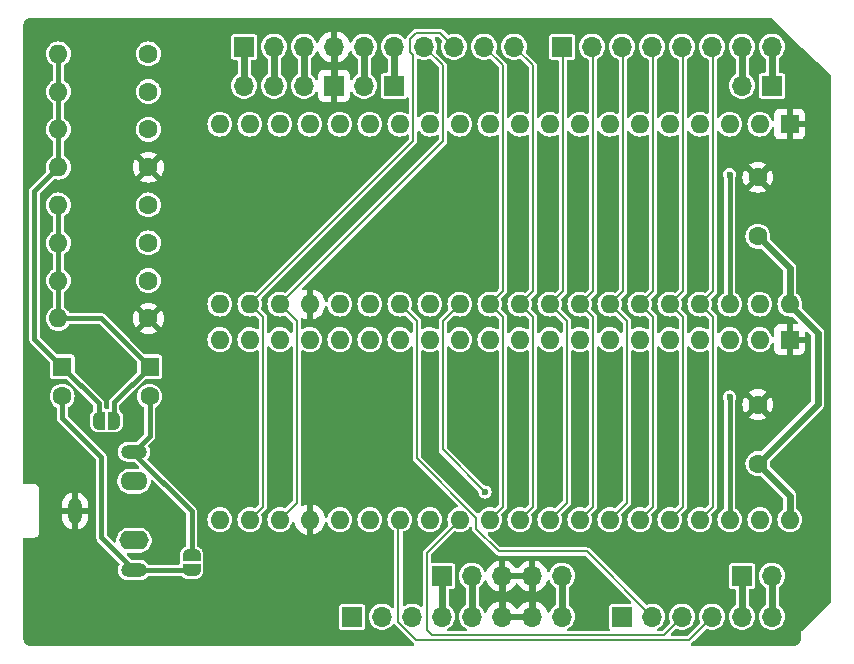
<source format=gbr>
%TF.GenerationSoftware,KiCad,Pcbnew,8.0.7*%
%TF.CreationDate,2025-09-11T19:41:31+01:00*%
%TF.ProjectId,ArduinoAY38910,41726475-696e-46f4-9159-33383931302e,rev?*%
%TF.SameCoordinates,Original*%
%TF.FileFunction,Copper,L1,Top*%
%TF.FilePolarity,Positive*%
%FSLAX46Y46*%
G04 Gerber Fmt 4.6, Leading zero omitted, Abs format (unit mm)*
G04 Created by KiCad (PCBNEW 8.0.7) date 2025-09-11 19:41:31*
%MOMM*%
%LPD*%
G01*
G04 APERTURE LIST*
G04 Aperture macros list*
%AMFreePoly0*
4,1,19,0.500000,-0.750000,0.000000,-0.750000,0.000000,-0.744911,-0.071157,-0.744911,-0.207708,-0.704816,-0.327430,-0.627875,-0.420627,-0.520320,-0.479746,-0.390866,-0.500000,-0.250000,-0.500000,0.250000,-0.479746,0.390866,-0.420627,0.520320,-0.327430,0.627875,-0.207708,0.704816,-0.071157,0.744911,0.000000,0.744911,0.000000,0.750000,0.500000,0.750000,0.500000,-0.750000,0.500000,-0.750000,
$1*%
%AMFreePoly1*
4,1,19,0.000000,0.744911,0.071157,0.744911,0.207708,0.704816,0.327430,0.627875,0.420627,0.520320,0.479746,0.390866,0.500000,0.250000,0.500000,-0.250000,0.479746,-0.390866,0.420627,-0.520320,0.327430,-0.627875,0.207708,-0.704816,0.071157,-0.744911,0.000000,-0.744911,0.000000,-0.750000,-0.500000,-0.750000,-0.500000,0.750000,0.000000,0.750000,0.000000,0.744911,0.000000,0.744911,
$1*%
G04 Aperture macros list end*
%TA.AperFunction,ComponentPad*%
%ADD10R,1.700000X1.700000*%
%TD*%
%TA.AperFunction,ComponentPad*%
%ADD11O,1.700000X1.700000*%
%TD*%
%TA.AperFunction,ComponentPad*%
%ADD12R,1.600000X1.600000*%
%TD*%
%TA.AperFunction,ComponentPad*%
%ADD13C,1.600000*%
%TD*%
%TA.AperFunction,ComponentPad*%
%ADD14O,1.600000X1.600000*%
%TD*%
%TA.AperFunction,ComponentPad*%
%ADD15O,2.200000X1.200000*%
%TD*%
%TA.AperFunction,ComponentPad*%
%ADD16O,2.300000X1.600000*%
%TD*%
%TA.AperFunction,ComponentPad*%
%ADD17O,1.200000X2.200000*%
%TD*%
%TA.AperFunction,ComponentPad*%
%ADD18O,2.500000X1.600000*%
%TD*%
%TA.AperFunction,SMDPad,CuDef*%
%ADD19FreePoly0,270.000000*%
%TD*%
%TA.AperFunction,SMDPad,CuDef*%
%ADD20FreePoly1,270.000000*%
%TD*%
%TA.AperFunction,SMDPad,CuDef*%
%ADD21FreePoly0,180.000000*%
%TD*%
%TA.AperFunction,SMDPad,CuDef*%
%ADD22FreePoly1,180.000000*%
%TD*%
%TA.AperFunction,ViaPad*%
%ADD23C,0.600000*%
%TD*%
%TA.AperFunction,Conductor*%
%ADD24C,0.600000*%
%TD*%
%TA.AperFunction,Conductor*%
%ADD25C,0.200000*%
%TD*%
%TA.AperFunction,Conductor*%
%ADD26C,0.400000*%
%TD*%
G04 APERTURE END LIST*
D10*
%TO.P,J1,1,Pin_1*%
%TO.N,unconnected-(J1-Pin_1-Pad1)*%
X127940000Y-97460000D03*
D11*
%TO.P,J1,2,Pin_2*%
%TO.N,/IOREF*%
X130480000Y-97460000D03*
%TO.P,J1,3,Pin_3*%
%TO.N,/~{RESET}*%
X133020000Y-97460000D03*
%TO.P,J1,4,Pin_4*%
%TO.N,+3V3*%
X135560000Y-97460000D03*
%TO.P,J1,5,Pin_5*%
%TO.N,+5V*%
X138100000Y-97460000D03*
%TO.P,J1,6,Pin_6*%
%TO.N,GND*%
X140640000Y-97460000D03*
%TO.P,J1,7,Pin_7*%
X143180000Y-97460000D03*
%TO.P,J1,8,Pin_8*%
%TO.N,VCC*%
X145720000Y-97460000D03*
%TD*%
D10*
%TO.P,J3,1,Pin_1*%
%TO.N,/A0*%
X150800000Y-97460000D03*
D11*
%TO.P,J3,2,Pin_2*%
%TO.N,/A1*%
X153340000Y-97460000D03*
%TO.P,J3,3,Pin_3*%
%TO.N,/A2*%
X155880000Y-97460000D03*
%TO.P,J3,4,Pin_4*%
%TO.N,/A3*%
X158420000Y-97460000D03*
%TO.P,J3,5,Pin_5*%
%TO.N,/SDA{slash}A4*%
X160960000Y-97460000D03*
%TO.P,J3,6,Pin_6*%
%TO.N,/SCL{slash}A5*%
X163500000Y-97460000D03*
%TD*%
D10*
%TO.P,J2,1,Pin_1*%
%TO.N,/SCL{slash}A5*%
X118796000Y-49200000D03*
D11*
%TO.P,J2,2,Pin_2*%
%TO.N,/SDA{slash}A4*%
X121336000Y-49200000D03*
%TO.P,J2,3,Pin_3*%
%TO.N,/AREF*%
X123876000Y-49200000D03*
%TO.P,J2,4,Pin_4*%
%TO.N,GND*%
X126416000Y-49200000D03*
%TO.P,J2,5,Pin_5*%
%TO.N,/13*%
X128956000Y-49200000D03*
%TO.P,J2,6,Pin_6*%
%TO.N,/12*%
X131496000Y-49200000D03*
%TO.P,J2,7,Pin_7*%
%TO.N,/\u002A11*%
X134036000Y-49200000D03*
%TO.P,J2,8,Pin_8*%
%TO.N,/\u002A10*%
X136576000Y-49200000D03*
%TO.P,J2,9,Pin_9*%
%TO.N,/\u002A9*%
X139116000Y-49200000D03*
%TO.P,J2,10,Pin_10*%
%TO.N,/8*%
X141656000Y-49200000D03*
%TD*%
D10*
%TO.P,J4,1,Pin_1*%
%TO.N,/7*%
X145720000Y-49200000D03*
D11*
%TO.P,J4,2,Pin_2*%
%TO.N,/\u002A6*%
X148260000Y-49200000D03*
%TO.P,J4,3,Pin_3*%
%TO.N,/\u002A5*%
X150800000Y-49200000D03*
%TO.P,J4,4,Pin_4*%
%TO.N,/4*%
X153340000Y-49200000D03*
%TO.P,J4,5,Pin_5*%
%TO.N,/\u002A3*%
X155880000Y-49200000D03*
%TO.P,J4,6,Pin_6*%
%TO.N,/2*%
X158420000Y-49200000D03*
%TO.P,J4,7,Pin_7*%
%TO.N,/TX{slash}1*%
X160960000Y-49200000D03*
%TO.P,J4,8,Pin_8*%
%TO.N,/RX{slash}0*%
X163500000Y-49200000D03*
%TD*%
D12*
%TO.P,C2,1*%
%TO.N,/OUT_R*%
X110800000Y-76300000D03*
D13*
%TO.P,C2,2*%
%TO.N,Net-(JP2-A)*%
X110800000Y-78800000D03*
%TD*%
D10*
%TO.P,J9,1,Pin_1*%
%TO.N,+3V3*%
X135560000Y-94000000D03*
D11*
%TO.P,J9,2,Pin_2*%
%TO.N,+5V*%
X138100000Y-94000000D03*
%TO.P,J9,3,Pin_3*%
%TO.N,GND*%
X140640000Y-94000000D03*
%TO.P,J9,4,Pin_4*%
X143180000Y-94000000D03*
%TO.P,J9,5,Pin_5*%
%TO.N,VCC*%
X145720000Y-94000000D03*
%TD*%
D10*
%TO.P,J8,1,Pin_1*%
%TO.N,/SDA{slash}A4*%
X160960000Y-94000000D03*
D11*
%TO.P,J8,2,Pin_2*%
%TO.N,/SCL{slash}A5*%
X163500000Y-94000000D03*
%TD*%
D10*
%TO.P,J10,1,Pin_1*%
%TO.N,GND*%
X126416000Y-52500000D03*
D11*
%TO.P,J10,2,Pin_2*%
%TO.N,/AREF*%
X123876000Y-52500000D03*
%TO.P,J10,3,Pin_3*%
%TO.N,/SDA{slash}A4*%
X121336000Y-52500000D03*
%TO.P,J10,4,Pin_4*%
%TO.N,/SCL{slash}A5*%
X118796000Y-52500000D03*
%TD*%
D13*
%TO.P,R10,1*%
%TO.N,/CHC_B*%
X110700000Y-69000000D03*
D14*
%TO.P,R10,2*%
%TO.N,/OUT_R*%
X103080000Y-69000000D03*
%TD*%
D13*
%TO.P,R1,1*%
%TO.N,/CHA_A*%
X110700000Y-49800000D03*
D14*
%TO.P,R1,2*%
%TO.N,/OUT_L*%
X103080000Y-49800000D03*
%TD*%
D13*
%TO.P,R2,1*%
%TO.N,/CHB_A*%
X110700000Y-53000000D03*
D14*
%TO.P,R2,2*%
%TO.N,/OUT_L*%
X103080000Y-53000000D03*
%TD*%
D12*
%TO.P,C1,1*%
%TO.N,/OUT_L*%
X103400000Y-76300000D03*
D13*
%TO.P,C1,2*%
%TO.N,Net-(JP2-B)*%
X103400000Y-78800000D03*
%TD*%
D12*
%TO.P,U2,1,Vss*%
%TO.N,GND*%
X165000000Y-74000000D03*
D14*
%TO.P,U2,2,N/C*%
%TO.N,unconnected-(U2-N{slash}C-Pad2)*%
X162460000Y-74000000D03*
%TO.P,U2,3,ch_B*%
%TO.N,/CHB_B*%
X159920000Y-74000000D03*
%TO.P,U2,4,ch_A*%
%TO.N,/CHA_B*%
X157380000Y-74000000D03*
%TO.P,U2,5,N/C*%
%TO.N,unconnected-(U2-N{slash}C-Pad5)*%
X154840000Y-74000000D03*
%TO.P,U2,6,IOB7*%
%TO.N,unconnected-(U2-IOB7-Pad6)*%
X152300000Y-74000000D03*
%TO.P,U2,7,IOB6*%
%TO.N,unconnected-(U2-IOB6-Pad7)*%
X149760000Y-74000000D03*
%TO.P,U2,8,IOB5*%
%TO.N,unconnected-(U2-IOB5-Pad8)*%
X147220000Y-74000000D03*
%TO.P,U2,9,IOB4*%
%TO.N,unconnected-(U2-IOB4-Pad9)*%
X144680000Y-74000000D03*
%TO.P,U2,10,IOB3*%
%TO.N,unconnected-(U2-IOB3-Pad10)*%
X142140000Y-74000000D03*
%TO.P,U2,11,IOB2*%
%TO.N,unconnected-(U2-IOB2-Pad11)*%
X139600000Y-74000000D03*
%TO.P,U2,12,IOB1*%
%TO.N,unconnected-(U2-IOB1-Pad12)*%
X137060000Y-74000000D03*
%TO.P,U2,13,IOB0*%
%TO.N,unconnected-(U2-IOB0-Pad13)*%
X134520000Y-74000000D03*
%TO.P,U2,14,IOA7*%
%TO.N,unconnected-(U2-IOA7-Pad14)*%
X131980000Y-74000000D03*
%TO.P,U2,15,IOA6*%
%TO.N,unconnected-(U2-IOA6-Pad15)*%
X129440000Y-74000000D03*
%TO.P,U2,16,IOA5*%
%TO.N,unconnected-(U2-IOA5-Pad16)*%
X126900000Y-74000000D03*
%TO.P,U2,17,IOA4*%
%TO.N,unconnected-(U2-IOA4-Pad17)*%
X124360000Y-74000000D03*
%TO.P,U2,18,IOA3*%
%TO.N,unconnected-(U2-IOA3-Pad18)*%
X121820000Y-74000000D03*
%TO.P,U2,19,IOA2*%
%TO.N,unconnected-(U2-IOA2-Pad19)*%
X119280000Y-74000000D03*
%TO.P,U2,20,IOA1*%
%TO.N,unconnected-(U2-IOA1-Pad20)*%
X116740000Y-74000000D03*
%TO.P,U2,21,IOA0*%
%TO.N,unconnected-(U2-IOA0-Pad21)*%
X116740000Y-89240000D03*
%TO.P,U2,22,CLOCK*%
%TO.N,/\u002A10*%
X119280000Y-89240000D03*
%TO.P,U2,23,~{RESET}*%
%TO.N,/\u002A11*%
X121820000Y-89240000D03*
%TO.P,U2,24,~{A9}*%
%TO.N,GND*%
X124360000Y-89240000D03*
%TO.P,U2,25,A8*%
%TO.N,+5V*%
X126900000Y-89240000D03*
%TO.P,U2,26,TEST2*%
%TO.N,unconnected-(U2-TEST2-Pad26)*%
X129440000Y-89240000D03*
%TO.P,U2,27,BDIR*%
%TO.N,/A3*%
X131980000Y-89240000D03*
%TO.P,U2,28,BC2*%
%TO.N,+5V*%
X134520000Y-89240000D03*
%TO.P,U2,29,BC1*%
%TO.N,/A2*%
X137060000Y-89240000D03*
%TO.P,U2,30,D7*%
%TO.N,/\u002A9*%
X139600000Y-89240000D03*
%TO.P,U2,31,D6*%
%TO.N,/8*%
X142140000Y-89240000D03*
%TO.P,U2,32,D5*%
%TO.N,/7*%
X144680000Y-89240000D03*
%TO.P,U2,33,D4*%
%TO.N,/\u002A6*%
X147220000Y-89240000D03*
%TO.P,U2,34,D3*%
%TO.N,/\u002A5*%
X149760000Y-89240000D03*
%TO.P,U2,35,D2*%
%TO.N,/4*%
X152300000Y-89240000D03*
%TO.P,U2,36,D1*%
%TO.N,/\u002A3*%
X154840000Y-89240000D03*
%TO.P,U2,37,D0*%
%TO.N,/2*%
X157380000Y-89240000D03*
%TO.P,U2,38,ch_C*%
%TO.N,/CHC_B*%
X159920000Y-89240000D03*
%TO.P,U2,39,TEST1*%
%TO.N,unconnected-(U2-TEST1-Pad39)*%
X162460000Y-89240000D03*
%TO.P,U2,40,Vcc*%
%TO.N,+5V*%
X165000000Y-89240000D03*
%TD*%
D12*
%TO.P,U1,1,Vss*%
%TO.N,GND*%
X165000000Y-55750000D03*
D14*
%TO.P,U1,2,N/C*%
%TO.N,unconnected-(U1-N{slash}C-Pad2)*%
X162460000Y-55750000D03*
%TO.P,U1,3,ch_B*%
%TO.N,/CHB_A*%
X159920000Y-55750000D03*
%TO.P,U1,4,ch_A*%
%TO.N,/CHA_A*%
X157380000Y-55750000D03*
%TO.P,U1,5,N/C*%
%TO.N,unconnected-(U1-N{slash}C-Pad5)*%
X154840000Y-55750000D03*
%TO.P,U1,6,IOB7*%
%TO.N,unconnected-(U1-IOB7-Pad6)*%
X152300000Y-55750000D03*
%TO.P,U1,7,IOB6*%
%TO.N,unconnected-(U1-IOB6-Pad7)*%
X149760000Y-55750000D03*
%TO.P,U1,8,IOB5*%
%TO.N,unconnected-(U1-IOB5-Pad8)*%
X147220000Y-55750000D03*
%TO.P,U1,9,IOB4*%
%TO.N,unconnected-(U1-IOB4-Pad9)*%
X144680000Y-55750000D03*
%TO.P,U1,10,IOB3*%
%TO.N,unconnected-(U1-IOB3-Pad10)*%
X142140000Y-55750000D03*
%TO.P,U1,11,IOB2*%
%TO.N,unconnected-(U1-IOB2-Pad11)*%
X139600000Y-55750000D03*
%TO.P,U1,12,IOB1*%
%TO.N,unconnected-(U1-IOB1-Pad12)*%
X137060000Y-55750000D03*
%TO.P,U1,13,IOB0*%
%TO.N,unconnected-(U1-IOB0-Pad13)*%
X134520000Y-55750000D03*
%TO.P,U1,14,IOA7*%
%TO.N,unconnected-(U1-IOA7-Pad14)*%
X131980000Y-55750000D03*
%TO.P,U1,15,IOA6*%
%TO.N,unconnected-(U1-IOA6-Pad15)*%
X129440000Y-55750000D03*
%TO.P,U1,16,IOA5*%
%TO.N,unconnected-(U1-IOA5-Pad16)*%
X126900000Y-55750000D03*
%TO.P,U1,17,IOA4*%
%TO.N,unconnected-(U1-IOA4-Pad17)*%
X124360000Y-55750000D03*
%TO.P,U1,18,IOA3*%
%TO.N,unconnected-(U1-IOA3-Pad18)*%
X121820000Y-55750000D03*
%TO.P,U1,19,IOA2*%
%TO.N,unconnected-(U1-IOA2-Pad19)*%
X119280000Y-55750000D03*
%TO.P,U1,20,IOA1*%
%TO.N,unconnected-(U1-IOA1-Pad20)*%
X116740000Y-55750000D03*
%TO.P,U1,21,IOA0*%
%TO.N,unconnected-(U1-IOA0-Pad21)*%
X116740000Y-70990000D03*
%TO.P,U1,22,CLOCK*%
%TO.N,/\u002A10*%
X119280000Y-70990000D03*
%TO.P,U1,23,~{RESET}*%
%TO.N,/\u002A11*%
X121820000Y-70990000D03*
%TO.P,U1,24,~{A9}*%
%TO.N,GND*%
X124360000Y-70990000D03*
%TO.P,U1,25,A8*%
%TO.N,+5V*%
X126900000Y-70990000D03*
%TO.P,U1,26,TEST2*%
%TO.N,unconnected-(U1-TEST2-Pad26)*%
X129440000Y-70990000D03*
%TO.P,U1,27,BDIR*%
%TO.N,/A1*%
X131980000Y-70990000D03*
%TO.P,U1,28,BC2*%
%TO.N,+5V*%
X134520000Y-70990000D03*
%TO.P,U1,29,BC1*%
%TO.N,/A0*%
X137060000Y-70990000D03*
%TO.P,U1,30,D7*%
%TO.N,/\u002A9*%
X139600000Y-70990000D03*
%TO.P,U1,31,D6*%
%TO.N,/8*%
X142140000Y-70990000D03*
%TO.P,U1,32,D5*%
%TO.N,/7*%
X144680000Y-70990000D03*
%TO.P,U1,33,D4*%
%TO.N,/\u002A6*%
X147220000Y-70990000D03*
%TO.P,U1,34,D3*%
%TO.N,/\u002A5*%
X149760000Y-70990000D03*
%TO.P,U1,35,D2*%
%TO.N,/4*%
X152300000Y-70990000D03*
%TO.P,U1,36,D1*%
%TO.N,/\u002A3*%
X154840000Y-70990000D03*
%TO.P,U1,37,D0*%
%TO.N,/2*%
X157380000Y-70990000D03*
%TO.P,U1,38,ch_C*%
%TO.N,/CHC_A*%
X159920000Y-70990000D03*
%TO.P,U1,39,TEST1*%
%TO.N,unconnected-(U1-TEST1-Pad39)*%
X162460000Y-70990000D03*
%TO.P,U1,40,Vcc*%
%TO.N,+5V*%
X165000000Y-70990000D03*
%TD*%
D10*
%TO.P,J6,1,Pin_1*%
%TO.N,/RX{slash}0*%
X163500000Y-52500000D03*
D11*
%TO.P,J6,2,Pin_2*%
%TO.N,/TX{slash}1*%
X160960000Y-52500000D03*
%TD*%
D13*
%TO.P,R8,1*%
%TO.N,/CHA_B*%
X110700000Y-62600000D03*
D14*
%TO.P,R8,2*%
%TO.N,/OUT_R*%
X103080000Y-62600000D03*
%TD*%
D13*
%TO.P,C4,2*%
%TO.N,GND*%
X162300000Y-79500000D03*
%TO.P,C4,1*%
%TO.N,+5V*%
X162300000Y-84500000D03*
%TD*%
D15*
%TO.P,J5,R*%
%TO.N,Net-(JP2-A)*%
X109480000Y-83500000D03*
D16*
%TO.P,J5,RN*%
%TO.N,unconnected-(J5-PadRN)*%
X109480000Y-86000000D03*
D17*
%TO.P,J5,S*%
%TO.N,GND*%
X104480000Y-88500000D03*
D15*
%TO.P,J5,T*%
%TO.N,Net-(JP2-B)*%
X109480000Y-93500000D03*
D18*
%TO.P,J5,TN*%
%TO.N,unconnected-(J5-PadTN)*%
X109480000Y-91000000D03*
%TD*%
D13*
%TO.P,R14,1*%
%TO.N,GND*%
X110700000Y-72200000D03*
D14*
%TO.P,R14,2*%
%TO.N,/OUT_R*%
X103080000Y-72200000D03*
%TD*%
D13*
%TO.P,R7,1*%
%TO.N,GND*%
X110700000Y-59400000D03*
D14*
%TO.P,R7,2*%
%TO.N,/OUT_L*%
X103080000Y-59400000D03*
%TD*%
D13*
%TO.P,R3,1*%
%TO.N,/CHC_A*%
X110700000Y-56200000D03*
D14*
%TO.P,R3,2*%
%TO.N,/OUT_L*%
X103080000Y-56200000D03*
%TD*%
D19*
%TO.P,JP2,1,A*%
%TO.N,Net-(JP2-A)*%
X114350000Y-92225000D03*
D20*
%TO.P,JP2,2,B*%
%TO.N,Net-(JP2-B)*%
X114350000Y-93525000D03*
%TD*%
D13*
%TO.P,C3,2*%
%TO.N,GND*%
X162300000Y-60250000D03*
%TO.P,C3,1*%
%TO.N,+5V*%
X162300000Y-65250000D03*
%TD*%
D10*
%TO.P,J7,1,Pin_1*%
%TO.N,/12*%
X131496000Y-52500000D03*
D11*
%TO.P,J7,2,Pin_2*%
%TO.N,/13*%
X128956000Y-52500000D03*
%TD*%
D21*
%TO.P,JP1,1,A*%
%TO.N,/OUT_R*%
X107800000Y-80850000D03*
D22*
%TO.P,JP1,2,B*%
%TO.N,/OUT_L*%
X106500000Y-80850000D03*
%TD*%
D13*
%TO.P,R9,1*%
%TO.N,/CHB_B*%
X110700000Y-65800000D03*
D14*
%TO.P,R9,2*%
%TO.N,/OUT_R*%
X103080000Y-65800000D03*
%TD*%
D23*
%TO.N,GND*%
X134475000Y-52600000D03*
X144425000Y-52475000D03*
X147050000Y-58700000D03*
X123300000Y-68075000D03*
X154600000Y-77525000D03*
X118375000Y-77475000D03*
X150750000Y-92450000D03*
X147075000Y-52400000D03*
X154650000Y-58725000D03*
X157150000Y-68050000D03*
X149475000Y-62700000D03*
X157250000Y-52400000D03*
X154525000Y-81375000D03*
X149725000Y-77500000D03*
X154575000Y-86575000D03*
X144400000Y-68050000D03*
X149725000Y-86525000D03*
X149675000Y-81350000D03*
X152350000Y-81375000D03*
X157025000Y-62575000D03*
X121550000Y-81350000D03*
X114675000Y-72475000D03*
X149600000Y-58650000D03*
X141875000Y-58750000D03*
X142025000Y-86350000D03*
X154575000Y-68050000D03*
X144625000Y-86225000D03*
X134425000Y-81350000D03*
X148300000Y-94625000D03*
X159175000Y-62525000D03*
X152225000Y-77500000D03*
X149525000Y-68100000D03*
X128275000Y-81350000D03*
X117650000Y-67950000D03*
X138400000Y-62875000D03*
X125550000Y-61900000D03*
X141850000Y-52475000D03*
X144500000Y-58700000D03*
X149600000Y-52400000D03*
X146950000Y-62650000D03*
X118075000Y-81375000D03*
X115850000Y-52250000D03*
X152100000Y-62650000D03*
X143450000Y-90775000D03*
X156050000Y-91100000D03*
X147275000Y-81375000D03*
X144625000Y-81350000D03*
X132575000Y-86050000D03*
X141800000Y-81350000D03*
X154700000Y-62700000D03*
X157125000Y-58725000D03*
X157275000Y-86525000D03*
X147200000Y-77450000D03*
X152050000Y-68100000D03*
X125600000Y-58800000D03*
X128175000Y-77475000D03*
X152075000Y-52425000D03*
X159625000Y-58225000D03*
X132675000Y-58825000D03*
X157125000Y-81350000D03*
X160575000Y-76500000D03*
X121550000Y-77475000D03*
X152025000Y-58725000D03*
X139475000Y-68475000D03*
X141950000Y-68100000D03*
X166100000Y-84900000D03*
X152250000Y-86525000D03*
X141900000Y-77400000D03*
X138125000Y-52550000D03*
X162150000Y-68225000D03*
X154650000Y-52400000D03*
X167200000Y-68525000D03*
X138200000Y-77400000D03*
X144350000Y-62700000D03*
X137525000Y-58800000D03*
X159100000Y-86575000D03*
X137875000Y-81350000D03*
X114800000Y-55275000D03*
X159100000Y-81350000D03*
X134525000Y-77400000D03*
X147250000Y-86525000D03*
X157150000Y-77525000D03*
X114100000Y-57800000D03*
X144625000Y-77500000D03*
X141950000Y-62750000D03*
X159175000Y-68050000D03*
X132600000Y-91800000D03*
X147000000Y-68050000D03*
X130375000Y-64950000D03*
X127975000Y-63450000D03*
X140575000Y-90750000D03*
X137725000Y-90800000D03*
%TO.N,/A0*%
X139200000Y-86900000D03*
%TO.N,/CHC_A*%
X159900000Y-60025000D03*
%TO.N,/CHC_B*%
X159920000Y-78850000D03*
%TD*%
D24*
%TO.N,GND*%
X140640000Y-94000000D02*
X140640000Y-97460000D01*
X126416000Y-49200000D02*
X126416000Y-52500000D01*
X143180000Y-94000000D02*
X143180000Y-97460000D01*
%TO.N,+5V*%
X165000000Y-70990000D02*
X165000000Y-71050000D01*
X165000000Y-67950000D02*
X162300000Y-65250000D01*
X165000000Y-70990000D02*
X165000000Y-67950000D01*
X167375000Y-79425000D02*
X162300000Y-84500000D01*
X167375000Y-73425000D02*
X167375000Y-79425000D01*
X165000000Y-89240000D02*
X165000000Y-87200000D01*
X165000000Y-71050000D02*
X167375000Y-73425000D01*
X165000000Y-87200000D02*
X162300000Y-84500000D01*
X138100000Y-94000000D02*
X138100000Y-97460000D01*
D25*
%TO.N,/A0*%
X135620000Y-83300000D02*
X139200000Y-86880000D01*
X139200000Y-86880000D02*
X139200000Y-86975000D01*
X135620000Y-72430000D02*
X135620000Y-83300000D01*
X137060000Y-70990000D02*
X135620000Y-72430000D01*
%TO.N,/A1*%
X133420000Y-84044365D02*
X138450000Y-89074365D01*
X140387500Y-91937500D02*
X147817500Y-91937500D01*
X138450000Y-89074365D02*
X138450000Y-90000000D01*
X133420000Y-72430000D02*
X133420000Y-84044365D01*
X131980000Y-70990000D02*
X133420000Y-72430000D01*
X138450000Y-90000000D02*
X140387500Y-91937500D01*
X147817500Y-91937500D02*
X153340000Y-97460000D01*
%TO.N,/A2*%
X137060000Y-89240000D02*
X134275000Y-92025000D01*
X154315000Y-99025000D02*
X155880000Y-97460000D01*
X134725000Y-99025000D02*
X154315000Y-99025000D01*
X134275000Y-92025000D02*
X134275000Y-98575000D01*
X134275000Y-98575000D02*
X134725000Y-99025000D01*
%TO.N,/A3*%
X131870000Y-97936346D02*
X133358654Y-99425000D01*
X131980000Y-89240000D02*
X131870000Y-89350000D01*
X156455000Y-99425000D02*
X158420000Y-97460000D01*
X131870000Y-89350000D02*
X131870000Y-97936346D01*
X133358654Y-99425000D02*
X156455000Y-99425000D01*
D24*
%TO.N,/SDA{slash}A4*%
X121336000Y-49200000D02*
X121336000Y-52500000D01*
X160960000Y-94000000D02*
X160960000Y-97460000D01*
%TO.N,/SCL{slash}A5*%
X118796000Y-49200000D02*
X118796000Y-52500000D01*
X163500000Y-94000000D02*
X163500000Y-97460000D01*
%TO.N,/13*%
X128956000Y-49200000D02*
X128956000Y-52500000D01*
%TO.N,/12*%
X131496000Y-49200000D02*
X131496000Y-52500000D01*
%TO.N,/AREF*%
X123876000Y-49200000D02*
X123876000Y-52500000D01*
D25*
%TO.N,/8*%
X143240000Y-72090000D02*
X142140000Y-70990000D01*
X143240000Y-69890000D02*
X143240000Y-50784000D01*
X142140000Y-89240000D02*
X143240000Y-88140000D01*
X142140000Y-70990000D02*
X143240000Y-69890000D01*
X143240000Y-88140000D02*
X143240000Y-72090000D01*
X143240000Y-50784000D02*
X141656000Y-49200000D01*
%TO.N,/7*%
X144680000Y-70990000D02*
X145780000Y-69890000D01*
X145780000Y-49260000D02*
X145720000Y-49200000D01*
X144680000Y-89240000D02*
X146120000Y-87800000D01*
X146120000Y-72430000D02*
X144680000Y-70990000D01*
X145780000Y-69890000D02*
X145780000Y-49260000D01*
X146120000Y-87800000D02*
X146120000Y-72430000D01*
%TO.N,/\u002A11*%
X123260000Y-87800000D02*
X121820000Y-89240000D01*
X123260000Y-72430000D02*
X123260000Y-87800000D01*
X121820000Y-70990000D02*
X135620000Y-57190000D01*
X135620000Y-57190000D02*
X135620000Y-50784000D01*
X135620000Y-50784000D02*
X134036000Y-49200000D01*
X121820000Y-70990000D02*
X123260000Y-72430000D01*
%TO.N,/\u002A10*%
X119280000Y-70990000D02*
X133100000Y-57170000D01*
X135426000Y-48050000D02*
X136576000Y-49200000D01*
X133100000Y-57170000D02*
X133100000Y-49890346D01*
X119280000Y-70990000D02*
X120380000Y-72090000D01*
X120380000Y-88140000D02*
X119280000Y-89240000D01*
X133350000Y-48050000D02*
X135426000Y-48050000D01*
X132886000Y-49676346D02*
X132886000Y-48514000D01*
X120380000Y-72090000D02*
X120380000Y-88140000D01*
X133100000Y-49890346D02*
X132886000Y-49676346D01*
X132886000Y-48514000D02*
X133350000Y-48050000D01*
%TO.N,/\u002A9*%
X140700000Y-50784000D02*
X139116000Y-49200000D01*
X140700000Y-88140000D02*
X140700000Y-72090000D01*
X139600000Y-89240000D02*
X140700000Y-88140000D01*
X139600000Y-70975000D02*
X140700000Y-69875000D01*
X140700000Y-69875000D02*
X140700000Y-50784000D01*
X139600000Y-70990000D02*
X139600000Y-70975000D01*
X140700000Y-72090000D02*
X139600000Y-70990000D01*
%TO.N,/4*%
X153400000Y-69890000D02*
X153400000Y-49260000D01*
X153400000Y-49260000D02*
X153340000Y-49200000D01*
X152300000Y-89240000D02*
X153400000Y-88140000D01*
X153400000Y-88140000D02*
X153400000Y-72090000D01*
X152300000Y-70990000D02*
X153400000Y-69890000D01*
X153400000Y-72090000D02*
X152300000Y-70990000D01*
%TO.N,/2*%
X158480000Y-88140000D02*
X158480000Y-72090000D01*
X157380000Y-70990000D02*
X158480000Y-69890000D01*
X157380000Y-89240000D02*
X158480000Y-88140000D01*
X158480000Y-69890000D02*
X158480000Y-49260000D01*
X158480000Y-72090000D02*
X157380000Y-70990000D01*
X158480000Y-49260000D02*
X158420000Y-49200000D01*
%TO.N,/\u002A6*%
X148320000Y-69890000D02*
X148320000Y-49260000D01*
X148320000Y-88140000D02*
X148320000Y-72090000D01*
X148320000Y-49260000D02*
X148260000Y-49200000D01*
X147220000Y-89240000D02*
X148320000Y-88140000D01*
X147220000Y-70990000D02*
X148320000Y-69890000D01*
X148320000Y-72090000D02*
X147220000Y-70990000D01*
%TO.N,/\u002A5*%
X150860000Y-49260000D02*
X150800000Y-49200000D01*
X149760000Y-89240000D02*
X151200000Y-87800000D01*
X151200000Y-87800000D02*
X151200000Y-72430000D01*
X150860000Y-69890000D02*
X150860000Y-49260000D01*
X151200000Y-72430000D02*
X149760000Y-70990000D01*
X149760000Y-70990000D02*
X150860000Y-69890000D01*
D24*
%TO.N,/TX{slash}1*%
X160960000Y-49200000D02*
X160960000Y-52500000D01*
D25*
%TO.N,/\u002A3*%
X155940000Y-69890000D02*
X155940000Y-49260000D01*
X154840000Y-89240000D02*
X155940000Y-88140000D01*
X155940000Y-72090000D02*
X154840000Y-70990000D01*
X155940000Y-49260000D02*
X155880000Y-49200000D01*
X154840000Y-70990000D02*
X155940000Y-69890000D01*
X155940000Y-88140000D02*
X155940000Y-72090000D01*
D24*
%TO.N,/RX{slash}0*%
X163500000Y-49200000D02*
X163500000Y-52500000D01*
%TO.N,+3V3*%
X135560000Y-94000000D02*
X135560000Y-97460000D01*
%TO.N,VCC*%
X145720000Y-94000000D02*
X145720000Y-97460000D01*
D26*
%TO.N,/OUT_L*%
X103080000Y-49800000D02*
X103080000Y-59400000D01*
X103080000Y-59400000D02*
X101050000Y-61430000D01*
X101050000Y-61430000D02*
X101050000Y-73950000D01*
X106500000Y-79400000D02*
X106500000Y-80850000D01*
X103400000Y-76300000D02*
X106500000Y-79400000D01*
X101050000Y-73950000D02*
X103400000Y-76300000D01*
%TO.N,Net-(JP2-B)*%
X114350000Y-93525000D02*
X109505000Y-93525000D01*
X103400000Y-80600000D02*
X106725000Y-83925000D01*
X106725000Y-90745000D02*
X109480000Y-93500000D01*
X103400000Y-78800000D02*
X103400000Y-80600000D01*
X109505000Y-93525000D02*
X109480000Y-93500000D01*
X106725000Y-83925000D02*
X106725000Y-90745000D01*
%TO.N,/OUT_R*%
X103080000Y-72200000D02*
X106700000Y-72200000D01*
X110800000Y-76300000D02*
X107800000Y-79300000D01*
X103080000Y-62600000D02*
X103080000Y-72200000D01*
X107800000Y-79300000D02*
X107800000Y-80850000D01*
X106700000Y-72200000D02*
X110800000Y-76300000D01*
%TO.N,Net-(JP2-A)*%
X110800000Y-82180000D02*
X109480000Y-83500000D01*
X109480000Y-83500000D02*
X109480000Y-83677057D01*
X110800000Y-78800000D02*
X110800000Y-82180000D01*
X109480000Y-83677057D02*
X114350000Y-88547057D01*
X114350000Y-88547057D02*
X114350000Y-92225000D01*
%TO.N,/CHC_A*%
X159900000Y-60025000D02*
X159920000Y-60045000D01*
X159920000Y-60045000D02*
X159920000Y-70990000D01*
%TO.N,/CHC_B*%
X159920000Y-78850000D02*
X159920000Y-78845000D01*
X159920000Y-89240000D02*
X159920000Y-78850000D01*
%TD*%
%TA.AperFunction,Conductor*%
%TO.N,GND*%
G36*
X133655703Y-56355567D02*
G01*
X133670354Y-56370616D01*
X133773589Y-56496410D01*
X133870209Y-56575702D01*
X133933550Y-56627685D01*
X134116046Y-56725232D01*
X134314066Y-56785300D01*
X134314065Y-56785300D01*
X134325742Y-56786450D01*
X134520000Y-56805583D01*
X134725934Y-56785300D01*
X134923954Y-56725232D01*
X135087048Y-56638055D01*
X135155449Y-56623814D01*
X135220693Y-56648814D01*
X135262064Y-56705118D01*
X135269500Y-56747414D01*
X135269500Y-56993455D01*
X135249815Y-57060494D01*
X135233181Y-57081136D01*
X122334508Y-69979808D01*
X122273185Y-70013293D01*
X122210833Y-70010788D01*
X122025934Y-69954700D01*
X122025932Y-69954699D01*
X122025934Y-69954699D01*
X121820000Y-69934417D01*
X121614067Y-69954699D01*
X121440675Y-70007297D01*
X121420909Y-70013293D01*
X121416043Y-70014769D01*
X121339689Y-70055582D01*
X121233550Y-70112315D01*
X121233548Y-70112316D01*
X121233547Y-70112317D01*
X121073589Y-70243589D01*
X120942317Y-70403547D01*
X120844769Y-70586043D01*
X120784699Y-70784067D01*
X120764417Y-70990000D01*
X120784699Y-71195932D01*
X120798784Y-71242363D01*
X120844768Y-71393954D01*
X120942315Y-71576450D01*
X120942317Y-71576452D01*
X121073589Y-71736410D01*
X121146253Y-71796043D01*
X121233550Y-71867685D01*
X121416046Y-71965232D01*
X121614066Y-72025300D01*
X121614065Y-72025300D01*
X121632529Y-72027118D01*
X121820000Y-72045583D01*
X122025934Y-72025300D01*
X122210836Y-71969210D01*
X122280699Y-71968588D01*
X122334509Y-72000191D01*
X122873181Y-72538863D01*
X122906666Y-72600186D01*
X122909500Y-72626544D01*
X122909500Y-73325090D01*
X122889815Y-73392129D01*
X122837011Y-73437884D01*
X122767853Y-73447828D01*
X122704297Y-73418803D01*
X122689646Y-73403754D01*
X122566410Y-73253589D01*
X122442810Y-73152155D01*
X122406450Y-73122315D01*
X122223954Y-73024768D01*
X122025934Y-72964700D01*
X122025932Y-72964699D01*
X122025934Y-72964699D01*
X121820000Y-72944417D01*
X121614067Y-72964699D01*
X121416043Y-73024769D01*
X121378419Y-73044880D01*
X121233550Y-73122315D01*
X121233548Y-73122316D01*
X121233547Y-73122317D01*
X121073589Y-73253589D01*
X120950354Y-73403754D01*
X120892608Y-73443089D01*
X120822763Y-73444960D01*
X120762995Y-73408773D01*
X120732279Y-73346017D01*
X120730500Y-73325090D01*
X120730500Y-72043858D01*
X120730500Y-72043856D01*
X120706614Y-71954712D01*
X120660470Y-71874788D01*
X120290190Y-71504508D01*
X120256706Y-71443186D01*
X120259210Y-71380837D01*
X120315300Y-71195934D01*
X120335583Y-70990000D01*
X120315300Y-70784066D01*
X120259210Y-70599163D01*
X120258588Y-70529298D01*
X120290189Y-70475491D01*
X133380469Y-57385212D01*
X133426614Y-57305288D01*
X133439932Y-57255583D01*
X133450500Y-57216144D01*
X133450500Y-56449280D01*
X133470185Y-56382241D01*
X133522989Y-56336486D01*
X133592147Y-56326542D01*
X133655703Y-56355567D01*
G37*
%TD.AperFunction*%
%TA.AperFunction,Conductor*%
G36*
X133619294Y-50218764D02*
G01*
X133733536Y-50263021D01*
X133733544Y-50263024D01*
X133934024Y-50300500D01*
X133934026Y-50300500D01*
X134137974Y-50300500D01*
X134137976Y-50300500D01*
X134338456Y-50263024D01*
X134454037Y-50218247D01*
X134523658Y-50212385D01*
X134585399Y-50245094D01*
X134586511Y-50246193D01*
X135233181Y-50892862D01*
X135266666Y-50954185D01*
X135269500Y-50980543D01*
X135269500Y-54752585D01*
X135249815Y-54819624D01*
X135197011Y-54865379D01*
X135127853Y-54875323D01*
X135087047Y-54861943D01*
X134923958Y-54774769D01*
X134824944Y-54744734D01*
X134725934Y-54714700D01*
X134725932Y-54714699D01*
X134725934Y-54714699D01*
X134520000Y-54694417D01*
X134314067Y-54714699D01*
X134116043Y-54774769D01*
X134032127Y-54819624D01*
X133933550Y-54872315D01*
X133933548Y-54872316D01*
X133933547Y-54872317D01*
X133773589Y-55003590D01*
X133670353Y-55129384D01*
X133612608Y-55168718D01*
X133542763Y-55170589D01*
X133482995Y-55134402D01*
X133452279Y-55071646D01*
X133450500Y-55050719D01*
X133450500Y-50334390D01*
X133470185Y-50267351D01*
X133522989Y-50221596D01*
X133592147Y-50211652D01*
X133619294Y-50218764D01*
G37*
%TD.AperFunction*%
%TA.AperFunction,Conductor*%
G36*
X125084323Y-49560078D02*
G01*
X125128278Y-49614389D01*
X125133592Y-49629989D01*
X125142567Y-49663485D01*
X125142570Y-49663492D01*
X125242399Y-49877578D01*
X125377894Y-50071082D01*
X125544917Y-50238105D01*
X125738421Y-50373600D01*
X125952507Y-50473429D01*
X125952516Y-50473433D01*
X126166000Y-50530634D01*
X126166000Y-49633012D01*
X126223007Y-49665925D01*
X126350174Y-49700000D01*
X126481826Y-49700000D01*
X126608993Y-49665925D01*
X126666000Y-49633012D01*
X126666000Y-50530633D01*
X126879483Y-50473433D01*
X126879492Y-50473429D01*
X127093578Y-50373600D01*
X127287082Y-50238105D01*
X127454105Y-50071082D01*
X127589600Y-49877578D01*
X127689429Y-49663492D01*
X127689431Y-49663489D01*
X127698406Y-49629992D01*
X127734770Y-49570331D01*
X127797616Y-49539800D01*
X127866992Y-49548094D01*
X127920871Y-49592578D01*
X127929182Y-49606811D01*
X127975585Y-49700000D01*
X128016327Y-49781821D01*
X128139236Y-49944579D01*
X128289959Y-50081981D01*
X128346778Y-50117161D01*
X128393412Y-50169187D01*
X128405500Y-50222587D01*
X128405500Y-51477411D01*
X128385815Y-51544450D01*
X128346778Y-51582838D01*
X128289957Y-51618020D01*
X128139237Y-51755418D01*
X128016328Y-51918176D01*
X128001000Y-51948960D01*
X127953496Y-52000196D01*
X127885833Y-52017617D01*
X127819493Y-51995691D01*
X127775538Y-51941379D01*
X127766000Y-51893687D01*
X127766000Y-51602172D01*
X127765999Y-51602155D01*
X127759598Y-51542627D01*
X127759596Y-51542620D01*
X127709354Y-51407913D01*
X127709350Y-51407906D01*
X127623190Y-51292812D01*
X127623187Y-51292809D01*
X127508093Y-51206649D01*
X127508086Y-51206645D01*
X127373379Y-51156403D01*
X127373372Y-51156401D01*
X127313844Y-51150000D01*
X126666000Y-51150000D01*
X126666000Y-52066988D01*
X126608993Y-52034075D01*
X126481826Y-52000000D01*
X126350174Y-52000000D01*
X126223007Y-52034075D01*
X126166000Y-52066988D01*
X126166000Y-51150000D01*
X125518155Y-51150000D01*
X125458627Y-51156401D01*
X125458620Y-51156403D01*
X125323913Y-51206645D01*
X125323906Y-51206649D01*
X125208812Y-51292809D01*
X125208809Y-51292812D01*
X125122649Y-51407906D01*
X125122645Y-51407913D01*
X125072403Y-51542620D01*
X125072401Y-51542627D01*
X125066000Y-51602155D01*
X125066000Y-51893687D01*
X125046315Y-51960726D01*
X124993511Y-52006481D01*
X124924353Y-52016425D01*
X124860797Y-51987400D01*
X124831000Y-51948960D01*
X124827225Y-51941379D01*
X124815673Y-51918179D01*
X124692764Y-51755421D01*
X124692762Y-51755418D01*
X124542042Y-51618020D01*
X124542041Y-51618019D01*
X124485222Y-51582838D01*
X124438587Y-51530810D01*
X124426500Y-51477411D01*
X124426500Y-50222587D01*
X124446185Y-50155548D01*
X124485220Y-50117162D01*
X124542041Y-50081981D01*
X124692764Y-49944579D01*
X124815673Y-49781821D01*
X124877598Y-49657456D01*
X124902817Y-49606812D01*
X124950319Y-49555575D01*
X125017982Y-49538153D01*
X125084323Y-49560078D01*
G37*
%TD.AperFunction*%
%TA.AperFunction,Conductor*%
G36*
X163484404Y-46755185D02*
G01*
X163505046Y-46771819D01*
X165968449Y-49235223D01*
X165972668Y-49240222D01*
X165977187Y-49244501D01*
X165977188Y-49244502D01*
X165986107Y-49252946D01*
X165988537Y-49255311D01*
X166001631Y-49268405D01*
X166006751Y-49272491D01*
X168460792Y-51595843D01*
X168495941Y-51656227D01*
X168499541Y-51685829D01*
X168504500Y-61900632D01*
X168504500Y-96107364D01*
X168484815Y-96174403D01*
X168468181Y-96195045D01*
X165997233Y-98665994D01*
X165975995Y-98687231D01*
X165975994Y-98687232D01*
X165975994Y-98687233D01*
X165966444Y-98710288D01*
X165964500Y-98714982D01*
X165964500Y-99231907D01*
X165963903Y-99244062D01*
X165952505Y-99359778D01*
X165947763Y-99383618D01*
X165917832Y-99482290D01*
X165915789Y-99489024D01*
X165906486Y-99511482D01*
X165854561Y-99608627D01*
X165841056Y-99628839D01*
X165771176Y-99713988D01*
X165753988Y-99731176D01*
X165668839Y-99801056D01*
X165648627Y-99814561D01*
X165551482Y-99866486D01*
X165529028Y-99875787D01*
X165487028Y-99888528D01*
X165423618Y-99907763D01*
X165399778Y-99912505D01*
X165291162Y-99923203D01*
X165284060Y-99923903D01*
X165271907Y-99924500D01*
X156750058Y-99924500D01*
X156683019Y-99904815D01*
X156637264Y-99852011D01*
X156627320Y-99782853D01*
X156656345Y-99719297D01*
X156664686Y-99711438D01*
X156664465Y-99711217D01*
X156893392Y-99482290D01*
X157869489Y-98506191D01*
X157930810Y-98472708D01*
X158000501Y-98477692D01*
X158001962Y-98478248D01*
X158117536Y-98523021D01*
X158117544Y-98523024D01*
X158318024Y-98560500D01*
X158318026Y-98560500D01*
X158521974Y-98560500D01*
X158521976Y-98560500D01*
X158722456Y-98523024D01*
X158912637Y-98449348D01*
X159086041Y-98341981D01*
X159236764Y-98204579D01*
X159359673Y-98041821D01*
X159450582Y-97859250D01*
X159506397Y-97663083D01*
X159525215Y-97460000D01*
X159525215Y-97459999D01*
X159854785Y-97459999D01*
X159854785Y-97460000D01*
X159873602Y-97663082D01*
X159929417Y-97859247D01*
X159929422Y-97859260D01*
X160020327Y-98041821D01*
X160143237Y-98204581D01*
X160293958Y-98341980D01*
X160293960Y-98341982D01*
X160391386Y-98402305D01*
X160467363Y-98449348D01*
X160657544Y-98523024D01*
X160858024Y-98560500D01*
X160858026Y-98560500D01*
X161061974Y-98560500D01*
X161061976Y-98560500D01*
X161262456Y-98523024D01*
X161452637Y-98449348D01*
X161626041Y-98341981D01*
X161776764Y-98204579D01*
X161899673Y-98041821D01*
X161990582Y-97859250D01*
X162046397Y-97663083D01*
X162065215Y-97460000D01*
X162059115Y-97394174D01*
X162046397Y-97256917D01*
X162033048Y-97210000D01*
X161990582Y-97060750D01*
X161990159Y-97059901D01*
X161914076Y-96907104D01*
X161899673Y-96878179D01*
X161801747Y-96748504D01*
X161776762Y-96715418D01*
X161626042Y-96578020D01*
X161626041Y-96578019D01*
X161584827Y-96552500D01*
X161569222Y-96542838D01*
X161522587Y-96490810D01*
X161510500Y-96437411D01*
X161510500Y-95224500D01*
X161530185Y-95157461D01*
X161582989Y-95111706D01*
X161634500Y-95100500D01*
X161834676Y-95100500D01*
X161834677Y-95100499D01*
X161907740Y-95085966D01*
X161990601Y-95030601D01*
X162045966Y-94947740D01*
X162060500Y-94874674D01*
X162060500Y-93999999D01*
X162394785Y-93999999D01*
X162394785Y-94000000D01*
X162413602Y-94203082D01*
X162469417Y-94399247D01*
X162469422Y-94399260D01*
X162519585Y-94500000D01*
X162560327Y-94581821D01*
X162683236Y-94744579D01*
X162833959Y-94881981D01*
X162890778Y-94917161D01*
X162937412Y-94969187D01*
X162949500Y-95022587D01*
X162949500Y-96437411D01*
X162929815Y-96504450D01*
X162890778Y-96542838D01*
X162833957Y-96578020D01*
X162683237Y-96715418D01*
X162560327Y-96878178D01*
X162469422Y-97060739D01*
X162469417Y-97060752D01*
X162413602Y-97256917D01*
X162394785Y-97459999D01*
X162394785Y-97460000D01*
X162413602Y-97663082D01*
X162469417Y-97859247D01*
X162469422Y-97859260D01*
X162560327Y-98041821D01*
X162683237Y-98204581D01*
X162833958Y-98341980D01*
X162833960Y-98341982D01*
X162931386Y-98402305D01*
X163007363Y-98449348D01*
X163197544Y-98523024D01*
X163398024Y-98560500D01*
X163398026Y-98560500D01*
X163601974Y-98560500D01*
X163601976Y-98560500D01*
X163802456Y-98523024D01*
X163992637Y-98449348D01*
X164166041Y-98341981D01*
X164316764Y-98204579D01*
X164439673Y-98041821D01*
X164530582Y-97859250D01*
X164586397Y-97663083D01*
X164605215Y-97460000D01*
X164599115Y-97394174D01*
X164586397Y-97256917D01*
X164573048Y-97210000D01*
X164530582Y-97060750D01*
X164530159Y-97059901D01*
X164454076Y-96907104D01*
X164439673Y-96878179D01*
X164341747Y-96748504D01*
X164316762Y-96715418D01*
X164166042Y-96578020D01*
X164166041Y-96578019D01*
X164124827Y-96552500D01*
X164109222Y-96542838D01*
X164062587Y-96490810D01*
X164050500Y-96437411D01*
X164050500Y-95022587D01*
X164070185Y-94955548D01*
X164109220Y-94917162D01*
X164166041Y-94881981D01*
X164316764Y-94744579D01*
X164439673Y-94581821D01*
X164530582Y-94399250D01*
X164586397Y-94203083D01*
X164605215Y-94000000D01*
X164599115Y-93934174D01*
X164586397Y-93796917D01*
X164572500Y-93748074D01*
X164530582Y-93600750D01*
X164530159Y-93599901D01*
X164480415Y-93500000D01*
X164439673Y-93418179D01*
X164316764Y-93255421D01*
X164316762Y-93255418D01*
X164166041Y-93118019D01*
X164166039Y-93118017D01*
X163992642Y-93010655D01*
X163992635Y-93010651D01*
X163866769Y-92961891D01*
X163802456Y-92936976D01*
X163601976Y-92899500D01*
X163398024Y-92899500D01*
X163197544Y-92936976D01*
X163197541Y-92936976D01*
X163197541Y-92936977D01*
X163007364Y-93010651D01*
X163007357Y-93010655D01*
X162833960Y-93118017D01*
X162833958Y-93118019D01*
X162683237Y-93255418D01*
X162560327Y-93418178D01*
X162469422Y-93600739D01*
X162469417Y-93600752D01*
X162413602Y-93796917D01*
X162394785Y-93999999D01*
X162060500Y-93999999D01*
X162060500Y-93125326D01*
X162060500Y-93125323D01*
X162060499Y-93125321D01*
X162045967Y-93052264D01*
X162045966Y-93052260D01*
X162029801Y-93028067D01*
X161990601Y-92969399D01*
X161907740Y-92914034D01*
X161907739Y-92914033D01*
X161907735Y-92914032D01*
X161834677Y-92899500D01*
X161834674Y-92899500D01*
X160085326Y-92899500D01*
X160085323Y-92899500D01*
X160012264Y-92914032D01*
X160012260Y-92914033D01*
X159929399Y-92969399D01*
X159874033Y-93052260D01*
X159874032Y-93052264D01*
X159859500Y-93125321D01*
X159859500Y-94874678D01*
X159874032Y-94947735D01*
X159874033Y-94947739D01*
X159874034Y-94947740D01*
X159929399Y-95030601D01*
X160012260Y-95085966D01*
X160012264Y-95085967D01*
X160085321Y-95100499D01*
X160085324Y-95100500D01*
X160085326Y-95100500D01*
X160285500Y-95100500D01*
X160352539Y-95120185D01*
X160398294Y-95172989D01*
X160409500Y-95224500D01*
X160409500Y-96437411D01*
X160389815Y-96504450D01*
X160350778Y-96542838D01*
X160293957Y-96578020D01*
X160143237Y-96715418D01*
X160020327Y-96878178D01*
X159929422Y-97060739D01*
X159929417Y-97060752D01*
X159873602Y-97256917D01*
X159854785Y-97459999D01*
X159525215Y-97459999D01*
X159519115Y-97394174D01*
X159506397Y-97256917D01*
X159493048Y-97210000D01*
X159450582Y-97060750D01*
X159450159Y-97059901D01*
X159374076Y-96907104D01*
X159359673Y-96878179D01*
X159261747Y-96748504D01*
X159236762Y-96715418D01*
X159086041Y-96578019D01*
X159086039Y-96578017D01*
X158912642Y-96470655D01*
X158912635Y-96470651D01*
X158786769Y-96421891D01*
X158722456Y-96396976D01*
X158521976Y-96359500D01*
X158318024Y-96359500D01*
X158117544Y-96396976D01*
X158117541Y-96396976D01*
X158117541Y-96396977D01*
X157927364Y-96470651D01*
X157927357Y-96470655D01*
X157753960Y-96578017D01*
X157753958Y-96578019D01*
X157603237Y-96715418D01*
X157480327Y-96878178D01*
X157389422Y-97060739D01*
X157389417Y-97060752D01*
X157333602Y-97256917D01*
X157314785Y-97459999D01*
X157314785Y-97460000D01*
X157333602Y-97663082D01*
X157389418Y-97859253D01*
X157394741Y-97869941D01*
X157407002Y-97938726D01*
X157380129Y-98003221D01*
X157371422Y-98012894D01*
X156346137Y-99038181D01*
X156284814Y-99071666D01*
X156258456Y-99074500D01*
X155060544Y-99074500D01*
X154993505Y-99054815D01*
X154947750Y-99002011D01*
X154937806Y-98932853D01*
X154966831Y-98869297D01*
X154972863Y-98862819D01*
X155233670Y-98602011D01*
X155329489Y-98506191D01*
X155390810Y-98472708D01*
X155460501Y-98477692D01*
X155461962Y-98478248D01*
X155577536Y-98523021D01*
X155577544Y-98523024D01*
X155778024Y-98560500D01*
X155778026Y-98560500D01*
X155981974Y-98560500D01*
X155981976Y-98560500D01*
X156182456Y-98523024D01*
X156372637Y-98449348D01*
X156546041Y-98341981D01*
X156696764Y-98204579D01*
X156819673Y-98041821D01*
X156910582Y-97859250D01*
X156966397Y-97663083D01*
X156985215Y-97460000D01*
X156979115Y-97394174D01*
X156966397Y-97256917D01*
X156953048Y-97210000D01*
X156910582Y-97060750D01*
X156910159Y-97059901D01*
X156834076Y-96907104D01*
X156819673Y-96878179D01*
X156721747Y-96748504D01*
X156696762Y-96715418D01*
X156546041Y-96578019D01*
X156546039Y-96578017D01*
X156372642Y-96470655D01*
X156372635Y-96470651D01*
X156246769Y-96421891D01*
X156182456Y-96396976D01*
X155981976Y-96359500D01*
X155778024Y-96359500D01*
X155577544Y-96396976D01*
X155577541Y-96396976D01*
X155577541Y-96396977D01*
X155387364Y-96470651D01*
X155387357Y-96470655D01*
X155213960Y-96578017D01*
X155213958Y-96578019D01*
X155063237Y-96715418D01*
X154940327Y-96878178D01*
X154849422Y-97060739D01*
X154849417Y-97060752D01*
X154793602Y-97256917D01*
X154774785Y-97459999D01*
X154774785Y-97460000D01*
X154793602Y-97663082D01*
X154849418Y-97859253D01*
X154854741Y-97869941D01*
X154867002Y-97938726D01*
X154840129Y-98003221D01*
X154831422Y-98012894D01*
X154206137Y-98638181D01*
X154144814Y-98671666D01*
X154118456Y-98674500D01*
X153904819Y-98674500D01*
X153837780Y-98654815D01*
X153792025Y-98602011D01*
X153782081Y-98532853D01*
X153811106Y-98469297D01*
X153839542Y-98445073D01*
X154006039Y-98341982D01*
X154006038Y-98341982D01*
X154006041Y-98341981D01*
X154156764Y-98204579D01*
X154279673Y-98041821D01*
X154370582Y-97859250D01*
X154426397Y-97663083D01*
X154445215Y-97460000D01*
X154439115Y-97394174D01*
X154426397Y-97256917D01*
X154413048Y-97210000D01*
X154370582Y-97060750D01*
X154370159Y-97059901D01*
X154294076Y-96907104D01*
X154279673Y-96878179D01*
X154181747Y-96748504D01*
X154156762Y-96715418D01*
X154006041Y-96578019D01*
X154006039Y-96578017D01*
X153832642Y-96470655D01*
X153832635Y-96470651D01*
X153706769Y-96421891D01*
X153642456Y-96396976D01*
X153441976Y-96359500D01*
X153238024Y-96359500D01*
X153086739Y-96387779D01*
X153037538Y-96396977D01*
X152921961Y-96441752D01*
X152852338Y-96447614D01*
X152790598Y-96414904D01*
X152789487Y-96413806D01*
X150424574Y-94048893D01*
X148032712Y-91657030D01*
X148032711Y-91657029D01*
X148032708Y-91657027D01*
X147952790Y-91610887D01*
X147952789Y-91610886D01*
X147952788Y-91610886D01*
X147863644Y-91587000D01*
X147863643Y-91587000D01*
X140584044Y-91587000D01*
X140517005Y-91567315D01*
X140496363Y-91550681D01*
X139447124Y-90501442D01*
X139413639Y-90440119D01*
X139418623Y-90370427D01*
X139460495Y-90314494D01*
X139525959Y-90290077D01*
X139546948Y-90290357D01*
X139600000Y-90295583D01*
X139805934Y-90275300D01*
X140003954Y-90215232D01*
X140186450Y-90117685D01*
X140346410Y-89986410D01*
X140477685Y-89826450D01*
X140575232Y-89643954D01*
X140635300Y-89445934D01*
X140655583Y-89240000D01*
X140635300Y-89034066D01*
X140579210Y-88849163D01*
X140578588Y-88779298D01*
X140610189Y-88725491D01*
X140980470Y-88355212D01*
X141026614Y-88275288D01*
X141029433Y-88264768D01*
X141030500Y-88260788D01*
X141043817Y-88211085D01*
X141050500Y-88186144D01*
X141050500Y-74674909D01*
X141070185Y-74607870D01*
X141122989Y-74562115D01*
X141192147Y-74552171D01*
X141255703Y-74581196D01*
X141270354Y-74596245D01*
X141393589Y-74746410D01*
X141490209Y-74825702D01*
X141553550Y-74877685D01*
X141736046Y-74975232D01*
X141934066Y-75035300D01*
X141934065Y-75035300D01*
X141952529Y-75037118D01*
X142140000Y-75055583D01*
X142345934Y-75035300D01*
X142543954Y-74975232D01*
X142707048Y-74888055D01*
X142775449Y-74873814D01*
X142840693Y-74898814D01*
X142882064Y-74955118D01*
X142889500Y-74997414D01*
X142889500Y-87943455D01*
X142869815Y-88010494D01*
X142853181Y-88031136D01*
X142654508Y-88229808D01*
X142593185Y-88263293D01*
X142530833Y-88260788D01*
X142345934Y-88204700D01*
X142345932Y-88204699D01*
X142345934Y-88204699D01*
X142140000Y-88184417D01*
X141934067Y-88204699D01*
X141784730Y-88250000D01*
X141736050Y-88264767D01*
X141736043Y-88264769D01*
X141647175Y-88312271D01*
X141553550Y-88362315D01*
X141553548Y-88362316D01*
X141553547Y-88362317D01*
X141393589Y-88493589D01*
X141262317Y-88653547D01*
X141262315Y-88653550D01*
X141239853Y-88695573D01*
X141164769Y-88836043D01*
X141104699Y-89034067D01*
X141084417Y-89240000D01*
X141104699Y-89445932D01*
X141134734Y-89544944D01*
X141164768Y-89643954D01*
X141262315Y-89826450D01*
X141262317Y-89826452D01*
X141393589Y-89986410D01*
X141490209Y-90065702D01*
X141553550Y-90117685D01*
X141736046Y-90215232D01*
X141934066Y-90275300D01*
X141934065Y-90275300D01*
X141952529Y-90277118D01*
X142140000Y-90295583D01*
X142345934Y-90275300D01*
X142543954Y-90215232D01*
X142726450Y-90117685D01*
X142886410Y-89986410D01*
X143017685Y-89826450D01*
X143115232Y-89643954D01*
X143175300Y-89445934D01*
X143195583Y-89240000D01*
X143175300Y-89034066D01*
X143119210Y-88849163D01*
X143118588Y-88779298D01*
X143150189Y-88725491D01*
X143520470Y-88355212D01*
X143566614Y-88275288D01*
X143569433Y-88264768D01*
X143570500Y-88260788D01*
X143583817Y-88211085D01*
X143590500Y-88186144D01*
X143590500Y-74674909D01*
X143610185Y-74607870D01*
X143662989Y-74562115D01*
X143732147Y-74552171D01*
X143795703Y-74581196D01*
X143810354Y-74596245D01*
X143933589Y-74746410D01*
X144030209Y-74825702D01*
X144093550Y-74877685D01*
X144276046Y-74975232D01*
X144474066Y-75035300D01*
X144474065Y-75035300D01*
X144492529Y-75037118D01*
X144680000Y-75055583D01*
X144885934Y-75035300D01*
X145083954Y-74975232D01*
X145266450Y-74877685D01*
X145426410Y-74746410D01*
X145549647Y-74596244D01*
X145607392Y-74556910D01*
X145677236Y-74555039D01*
X145737005Y-74591226D01*
X145767721Y-74653982D01*
X145769500Y-74674909D01*
X145769500Y-87603455D01*
X145749815Y-87670494D01*
X145733181Y-87691136D01*
X145194508Y-88229808D01*
X145133185Y-88263293D01*
X145070833Y-88260788D01*
X144885934Y-88204700D01*
X144885932Y-88204699D01*
X144885934Y-88204699D01*
X144680000Y-88184417D01*
X144474067Y-88204699D01*
X144324730Y-88250000D01*
X144276050Y-88264767D01*
X144276043Y-88264769D01*
X144187175Y-88312271D01*
X144093550Y-88362315D01*
X144093548Y-88362316D01*
X144093547Y-88362317D01*
X143933589Y-88493589D01*
X143802317Y-88653547D01*
X143802315Y-88653550D01*
X143779853Y-88695573D01*
X143704769Y-88836043D01*
X143644699Y-89034067D01*
X143624417Y-89240000D01*
X143644699Y-89445932D01*
X143674734Y-89544944D01*
X143704768Y-89643954D01*
X143802315Y-89826450D01*
X143802317Y-89826452D01*
X143933589Y-89986410D01*
X144030209Y-90065702D01*
X144093550Y-90117685D01*
X144276046Y-90215232D01*
X144474066Y-90275300D01*
X144474065Y-90275300D01*
X144492529Y-90277118D01*
X144680000Y-90295583D01*
X144885934Y-90275300D01*
X145083954Y-90215232D01*
X145266450Y-90117685D01*
X145426410Y-89986410D01*
X145557685Y-89826450D01*
X145655232Y-89643954D01*
X145715300Y-89445934D01*
X145735583Y-89240000D01*
X145715300Y-89034066D01*
X145659210Y-88849163D01*
X145658588Y-88779298D01*
X145690189Y-88725491D01*
X146400470Y-88015212D01*
X146446614Y-87935288D01*
X146470500Y-87846143D01*
X146470500Y-87753856D01*
X146470500Y-74997414D01*
X146490185Y-74930375D01*
X146542989Y-74884620D01*
X146612147Y-74874676D01*
X146652950Y-74888054D01*
X146816046Y-74975232D01*
X147014066Y-75035300D01*
X147014065Y-75035300D01*
X147032529Y-75037118D01*
X147220000Y-75055583D01*
X147425934Y-75035300D01*
X147623954Y-74975232D01*
X147787048Y-74888055D01*
X147855449Y-74873814D01*
X147920693Y-74898814D01*
X147962064Y-74955118D01*
X147969500Y-74997414D01*
X147969500Y-87943455D01*
X147949815Y-88010494D01*
X147933181Y-88031136D01*
X147734508Y-88229808D01*
X147673185Y-88263293D01*
X147610833Y-88260788D01*
X147425934Y-88204700D01*
X147425932Y-88204699D01*
X147425934Y-88204699D01*
X147220000Y-88184417D01*
X147014067Y-88204699D01*
X146864730Y-88250000D01*
X146816050Y-88264767D01*
X146816043Y-88264769D01*
X146727175Y-88312271D01*
X146633550Y-88362315D01*
X146633548Y-88362316D01*
X146633547Y-88362317D01*
X146473589Y-88493589D01*
X146342317Y-88653547D01*
X146342315Y-88653550D01*
X146319853Y-88695573D01*
X146244769Y-88836043D01*
X146184699Y-89034067D01*
X146164417Y-89240000D01*
X146184699Y-89445932D01*
X146214734Y-89544944D01*
X146244768Y-89643954D01*
X146342315Y-89826450D01*
X146342317Y-89826452D01*
X146473589Y-89986410D01*
X146570209Y-90065702D01*
X146633550Y-90117685D01*
X146816046Y-90215232D01*
X147014066Y-90275300D01*
X147014065Y-90275300D01*
X147032529Y-90277118D01*
X147220000Y-90295583D01*
X147425934Y-90275300D01*
X147623954Y-90215232D01*
X147806450Y-90117685D01*
X147966410Y-89986410D01*
X148097685Y-89826450D01*
X148195232Y-89643954D01*
X148255300Y-89445934D01*
X148275583Y-89240000D01*
X148255300Y-89034066D01*
X148199210Y-88849163D01*
X148198588Y-88779298D01*
X148230189Y-88725491D01*
X148600470Y-88355212D01*
X148646614Y-88275288D01*
X148649433Y-88264768D01*
X148650500Y-88260788D01*
X148663817Y-88211085D01*
X148670500Y-88186144D01*
X148670500Y-74674909D01*
X148690185Y-74607870D01*
X148742989Y-74562115D01*
X148812147Y-74552171D01*
X148875703Y-74581196D01*
X148890354Y-74596245D01*
X149013589Y-74746410D01*
X149110209Y-74825702D01*
X149173550Y-74877685D01*
X149356046Y-74975232D01*
X149554066Y-75035300D01*
X149554065Y-75035300D01*
X149572529Y-75037118D01*
X149760000Y-75055583D01*
X149965934Y-75035300D01*
X150163954Y-74975232D01*
X150346450Y-74877685D01*
X150506410Y-74746410D01*
X150629647Y-74596244D01*
X150687392Y-74556910D01*
X150757236Y-74555039D01*
X150817005Y-74591226D01*
X150847721Y-74653982D01*
X150849500Y-74674909D01*
X150849500Y-87603455D01*
X150829815Y-87670494D01*
X150813181Y-87691136D01*
X150274508Y-88229808D01*
X150213185Y-88263293D01*
X150150833Y-88260788D01*
X149965934Y-88204700D01*
X149965932Y-88204699D01*
X149965934Y-88204699D01*
X149760000Y-88184417D01*
X149554067Y-88204699D01*
X149404730Y-88250000D01*
X149356050Y-88264767D01*
X149356043Y-88264769D01*
X149267175Y-88312271D01*
X149173550Y-88362315D01*
X149173548Y-88362316D01*
X149173547Y-88362317D01*
X149013589Y-88493589D01*
X148882317Y-88653547D01*
X148882315Y-88653550D01*
X148859853Y-88695573D01*
X148784769Y-88836043D01*
X148724699Y-89034067D01*
X148704417Y-89240000D01*
X148724699Y-89445932D01*
X148754734Y-89544944D01*
X148784768Y-89643954D01*
X148882315Y-89826450D01*
X148882317Y-89826452D01*
X149013589Y-89986410D01*
X149110209Y-90065702D01*
X149173550Y-90117685D01*
X149356046Y-90215232D01*
X149554066Y-90275300D01*
X149554065Y-90275300D01*
X149572529Y-90277118D01*
X149760000Y-90295583D01*
X149965934Y-90275300D01*
X150163954Y-90215232D01*
X150346450Y-90117685D01*
X150506410Y-89986410D01*
X150637685Y-89826450D01*
X150735232Y-89643954D01*
X150795300Y-89445934D01*
X150815583Y-89240000D01*
X150795300Y-89034066D01*
X150739210Y-88849163D01*
X150738588Y-88779298D01*
X150770189Y-88725491D01*
X151480470Y-88015212D01*
X151526614Y-87935288D01*
X151550500Y-87846143D01*
X151550500Y-87753856D01*
X151550500Y-74997414D01*
X151570185Y-74930375D01*
X151622989Y-74884620D01*
X151692147Y-74874676D01*
X151732950Y-74888054D01*
X151896046Y-74975232D01*
X152094066Y-75035300D01*
X152094065Y-75035300D01*
X152112529Y-75037118D01*
X152300000Y-75055583D01*
X152505934Y-75035300D01*
X152703954Y-74975232D01*
X152867048Y-74888055D01*
X152935449Y-74873814D01*
X153000693Y-74898814D01*
X153042064Y-74955118D01*
X153049500Y-74997414D01*
X153049500Y-87943455D01*
X153029815Y-88010494D01*
X153013181Y-88031136D01*
X152814508Y-88229808D01*
X152753185Y-88263293D01*
X152690833Y-88260788D01*
X152505934Y-88204700D01*
X152505932Y-88204699D01*
X152505934Y-88204699D01*
X152300000Y-88184417D01*
X152094067Y-88204699D01*
X151944730Y-88250000D01*
X151896050Y-88264767D01*
X151896043Y-88264769D01*
X151807175Y-88312271D01*
X151713550Y-88362315D01*
X151713548Y-88362316D01*
X151713547Y-88362317D01*
X151553589Y-88493589D01*
X151422317Y-88653547D01*
X151422315Y-88653550D01*
X151399853Y-88695573D01*
X151324769Y-88836043D01*
X151264699Y-89034067D01*
X151244417Y-89240000D01*
X151264699Y-89445932D01*
X151294734Y-89544944D01*
X151324768Y-89643954D01*
X151422315Y-89826450D01*
X151422317Y-89826452D01*
X151553589Y-89986410D01*
X151650209Y-90065702D01*
X151713550Y-90117685D01*
X151896046Y-90215232D01*
X152094066Y-90275300D01*
X152094065Y-90275300D01*
X152112529Y-90277118D01*
X152300000Y-90295583D01*
X152505934Y-90275300D01*
X152703954Y-90215232D01*
X152886450Y-90117685D01*
X153046410Y-89986410D01*
X153177685Y-89826450D01*
X153275232Y-89643954D01*
X153335300Y-89445934D01*
X153355583Y-89240000D01*
X153335300Y-89034066D01*
X153279210Y-88849163D01*
X153278588Y-88779298D01*
X153310189Y-88725491D01*
X153680470Y-88355212D01*
X153726614Y-88275288D01*
X153729433Y-88264768D01*
X153730500Y-88260788D01*
X153743817Y-88211085D01*
X153750500Y-88186144D01*
X153750500Y-74674909D01*
X153770185Y-74607870D01*
X153822989Y-74562115D01*
X153892147Y-74552171D01*
X153955703Y-74581196D01*
X153970354Y-74596245D01*
X154093589Y-74746410D01*
X154190209Y-74825702D01*
X154253550Y-74877685D01*
X154436046Y-74975232D01*
X154634066Y-75035300D01*
X154634065Y-75035300D01*
X154652529Y-75037118D01*
X154840000Y-75055583D01*
X155045934Y-75035300D01*
X155243954Y-74975232D01*
X155407048Y-74888055D01*
X155475449Y-74873814D01*
X155540693Y-74898814D01*
X155582064Y-74955118D01*
X155589500Y-74997414D01*
X155589500Y-87943455D01*
X155569815Y-88010494D01*
X155553181Y-88031136D01*
X155354508Y-88229808D01*
X155293185Y-88263293D01*
X155230833Y-88260788D01*
X155045934Y-88204700D01*
X155045932Y-88204699D01*
X155045934Y-88204699D01*
X154840000Y-88184417D01*
X154634067Y-88204699D01*
X154484730Y-88250000D01*
X154436050Y-88264767D01*
X154436043Y-88264769D01*
X154347175Y-88312271D01*
X154253550Y-88362315D01*
X154253548Y-88362316D01*
X154253547Y-88362317D01*
X154093589Y-88493589D01*
X153962317Y-88653547D01*
X153962315Y-88653550D01*
X153939853Y-88695573D01*
X153864769Y-88836043D01*
X153804699Y-89034067D01*
X153784417Y-89240000D01*
X153804699Y-89445932D01*
X153834734Y-89544944D01*
X153864768Y-89643954D01*
X153962315Y-89826450D01*
X153962317Y-89826452D01*
X154093589Y-89986410D01*
X154190209Y-90065702D01*
X154253550Y-90117685D01*
X154436046Y-90215232D01*
X154634066Y-90275300D01*
X154634065Y-90275300D01*
X154652529Y-90277118D01*
X154840000Y-90295583D01*
X155045934Y-90275300D01*
X155243954Y-90215232D01*
X155426450Y-90117685D01*
X155586410Y-89986410D01*
X155717685Y-89826450D01*
X155815232Y-89643954D01*
X155875300Y-89445934D01*
X155895583Y-89240000D01*
X155875300Y-89034066D01*
X155819210Y-88849163D01*
X155818588Y-88779298D01*
X155850189Y-88725491D01*
X156220470Y-88355212D01*
X156266614Y-88275288D01*
X156269433Y-88264768D01*
X156270500Y-88260788D01*
X156283817Y-88211085D01*
X156290500Y-88186144D01*
X156290500Y-74674909D01*
X156310185Y-74607870D01*
X156362989Y-74562115D01*
X156432147Y-74552171D01*
X156495703Y-74581196D01*
X156510354Y-74596245D01*
X156633589Y-74746410D01*
X156730209Y-74825702D01*
X156793550Y-74877685D01*
X156976046Y-74975232D01*
X157174066Y-75035300D01*
X157174065Y-75035300D01*
X157192529Y-75037118D01*
X157380000Y-75055583D01*
X157585934Y-75035300D01*
X157783954Y-74975232D01*
X157947048Y-74888055D01*
X158015449Y-74873814D01*
X158080693Y-74898814D01*
X158122064Y-74955118D01*
X158129500Y-74997414D01*
X158129500Y-87943455D01*
X158109815Y-88010494D01*
X158093181Y-88031136D01*
X157894508Y-88229808D01*
X157833185Y-88263293D01*
X157770833Y-88260788D01*
X157585934Y-88204700D01*
X157585932Y-88204699D01*
X157585934Y-88204699D01*
X157380000Y-88184417D01*
X157174067Y-88204699D01*
X157024730Y-88250000D01*
X156976050Y-88264767D01*
X156976043Y-88264769D01*
X156887175Y-88312271D01*
X156793550Y-88362315D01*
X156793548Y-88362316D01*
X156793547Y-88362317D01*
X156633589Y-88493589D01*
X156502317Y-88653547D01*
X156502315Y-88653550D01*
X156479853Y-88695573D01*
X156404769Y-88836043D01*
X156344699Y-89034067D01*
X156324417Y-89240000D01*
X156344699Y-89445932D01*
X156374734Y-89544944D01*
X156404768Y-89643954D01*
X156502315Y-89826450D01*
X156502317Y-89826452D01*
X156633589Y-89986410D01*
X156730209Y-90065702D01*
X156793550Y-90117685D01*
X156976046Y-90215232D01*
X157174066Y-90275300D01*
X157174065Y-90275300D01*
X157192529Y-90277118D01*
X157380000Y-90295583D01*
X157585934Y-90275300D01*
X157783954Y-90215232D01*
X157966450Y-90117685D01*
X158126410Y-89986410D01*
X158257685Y-89826450D01*
X158355232Y-89643954D01*
X158415300Y-89445934D01*
X158435583Y-89240000D01*
X158864417Y-89240000D01*
X158884699Y-89445932D01*
X158914734Y-89544944D01*
X158944768Y-89643954D01*
X159042315Y-89826450D01*
X159042317Y-89826452D01*
X159173589Y-89986410D01*
X159270209Y-90065702D01*
X159333550Y-90117685D01*
X159516046Y-90215232D01*
X159714066Y-90275300D01*
X159714065Y-90275300D01*
X159732529Y-90277118D01*
X159920000Y-90295583D01*
X160125934Y-90275300D01*
X160323954Y-90215232D01*
X160506450Y-90117685D01*
X160666410Y-89986410D01*
X160797685Y-89826450D01*
X160895232Y-89643954D01*
X160955300Y-89445934D01*
X160975583Y-89240000D01*
X161404417Y-89240000D01*
X161424699Y-89445932D01*
X161454734Y-89544944D01*
X161484768Y-89643954D01*
X161582315Y-89826450D01*
X161582317Y-89826452D01*
X161713589Y-89986410D01*
X161810209Y-90065702D01*
X161873550Y-90117685D01*
X162056046Y-90215232D01*
X162254066Y-90275300D01*
X162254065Y-90275300D01*
X162272529Y-90277118D01*
X162460000Y-90295583D01*
X162665934Y-90275300D01*
X162863954Y-90215232D01*
X163046450Y-90117685D01*
X163206410Y-89986410D01*
X163337685Y-89826450D01*
X163435232Y-89643954D01*
X163495300Y-89445934D01*
X163515583Y-89240000D01*
X163495300Y-89034066D01*
X163435232Y-88836046D01*
X163337685Y-88653550D01*
X163265769Y-88565919D01*
X163206410Y-88493589D01*
X163059677Y-88373170D01*
X163046450Y-88362315D01*
X162863954Y-88264768D01*
X162665934Y-88204700D01*
X162665932Y-88204699D01*
X162665934Y-88204699D01*
X162460000Y-88184417D01*
X162254067Y-88204699D01*
X162104730Y-88250000D01*
X162056050Y-88264767D01*
X162056043Y-88264769D01*
X161967175Y-88312271D01*
X161873550Y-88362315D01*
X161873548Y-88362316D01*
X161873547Y-88362317D01*
X161713589Y-88493589D01*
X161582317Y-88653547D01*
X161582315Y-88653550D01*
X161559853Y-88695573D01*
X161484769Y-88836043D01*
X161424699Y-89034067D01*
X161404417Y-89240000D01*
X160975583Y-89240000D01*
X160955300Y-89034066D01*
X160895232Y-88836046D01*
X160797685Y-88653550D01*
X160725769Y-88565919D01*
X160666410Y-88493589D01*
X160506450Y-88362315D01*
X160436045Y-88324681D01*
X160386201Y-88275718D01*
X160370500Y-88215324D01*
X160370500Y-79499997D01*
X160995034Y-79499997D01*
X160995034Y-79500002D01*
X161014858Y-79726599D01*
X161014860Y-79726610D01*
X161073730Y-79946317D01*
X161073735Y-79946331D01*
X161169863Y-80152478D01*
X161220974Y-80225472D01*
X161900000Y-79546446D01*
X161900000Y-79552661D01*
X161927259Y-79654394D01*
X161979920Y-79745606D01*
X162054394Y-79820080D01*
X162145606Y-79872741D01*
X162247339Y-79900000D01*
X162253553Y-79900000D01*
X161574526Y-80579025D01*
X161647513Y-80630132D01*
X161647521Y-80630136D01*
X161853668Y-80726264D01*
X161853682Y-80726269D01*
X162073389Y-80785139D01*
X162073400Y-80785141D01*
X162299998Y-80804966D01*
X162300002Y-80804966D01*
X162526599Y-80785141D01*
X162526610Y-80785139D01*
X162746317Y-80726269D01*
X162746331Y-80726264D01*
X162952478Y-80630136D01*
X163025471Y-80579024D01*
X162346447Y-79900000D01*
X162352661Y-79900000D01*
X162454394Y-79872741D01*
X162545606Y-79820080D01*
X162620080Y-79745606D01*
X162672741Y-79654394D01*
X162700000Y-79552661D01*
X162700000Y-79546447D01*
X163379024Y-80225471D01*
X163430136Y-80152478D01*
X163526264Y-79946331D01*
X163526269Y-79946317D01*
X163585139Y-79726610D01*
X163585141Y-79726599D01*
X163604966Y-79500002D01*
X163604966Y-79499997D01*
X163585141Y-79273400D01*
X163585139Y-79273389D01*
X163526269Y-79053682D01*
X163526264Y-79053668D01*
X163430136Y-78847521D01*
X163430132Y-78847513D01*
X163379025Y-78774526D01*
X162700000Y-79453551D01*
X162700000Y-79447339D01*
X162672741Y-79345606D01*
X162620080Y-79254394D01*
X162545606Y-79179920D01*
X162454394Y-79127259D01*
X162352661Y-79100000D01*
X162346445Y-79100000D01*
X163025472Y-78420974D01*
X162952478Y-78369863D01*
X162746331Y-78273735D01*
X162746317Y-78273730D01*
X162526610Y-78214860D01*
X162526599Y-78214858D01*
X162300002Y-78195034D01*
X162299998Y-78195034D01*
X162073400Y-78214858D01*
X162073389Y-78214860D01*
X161853682Y-78273730D01*
X161853673Y-78273734D01*
X161647516Y-78369866D01*
X161647512Y-78369868D01*
X161574526Y-78420973D01*
X161574526Y-78420974D01*
X162253553Y-79100000D01*
X162247339Y-79100000D01*
X162145606Y-79127259D01*
X162054394Y-79179920D01*
X161979920Y-79254394D01*
X161927259Y-79345606D01*
X161900000Y-79447339D01*
X161900000Y-79453552D01*
X161220974Y-78774526D01*
X161220973Y-78774526D01*
X161169868Y-78847512D01*
X161169866Y-78847516D01*
X161073734Y-79053673D01*
X161073730Y-79053682D01*
X161014860Y-79273389D01*
X161014858Y-79273400D01*
X160995034Y-79499997D01*
X160370500Y-79499997D01*
X160370500Y-79209284D01*
X160390185Y-79142245D01*
X160396116Y-79133808D01*
X160400861Y-79127625D01*
X160456330Y-78993709D01*
X160475250Y-78850000D01*
X160474922Y-78847512D01*
X160465313Y-78774526D01*
X160456330Y-78706291D01*
X160400861Y-78572375D01*
X160312621Y-78457379D01*
X160197625Y-78369139D01*
X160197624Y-78369138D01*
X160197622Y-78369137D01*
X160063712Y-78313671D01*
X160063710Y-78313670D01*
X160063709Y-78313670D01*
X159991854Y-78304210D01*
X159920001Y-78294750D01*
X159919999Y-78294750D01*
X159776291Y-78313670D01*
X159776287Y-78313671D01*
X159642377Y-78369137D01*
X159527379Y-78457379D01*
X159439137Y-78572377D01*
X159383671Y-78706287D01*
X159383670Y-78706291D01*
X159364750Y-78849999D01*
X159364750Y-78850000D01*
X159383670Y-78993708D01*
X159383671Y-78993712D01*
X159439137Y-79127622D01*
X159439138Y-79127624D01*
X159439139Y-79127625D01*
X159443875Y-79133798D01*
X159469070Y-79198965D01*
X159469500Y-79209284D01*
X159469500Y-88215324D01*
X159449815Y-88282363D01*
X159403955Y-88324681D01*
X159333549Y-88362315D01*
X159173589Y-88493589D01*
X159042317Y-88653547D01*
X159042315Y-88653550D01*
X159019853Y-88695573D01*
X158944769Y-88836043D01*
X158884699Y-89034067D01*
X158864417Y-89240000D01*
X158435583Y-89240000D01*
X158415300Y-89034066D01*
X158359210Y-88849163D01*
X158358588Y-88779298D01*
X158390189Y-88725491D01*
X158760470Y-88355212D01*
X158806614Y-88275288D01*
X158809433Y-88264768D01*
X158810500Y-88260788D01*
X158823817Y-88211085D01*
X158830500Y-88186144D01*
X158830500Y-74674909D01*
X158850185Y-74607870D01*
X158902989Y-74562115D01*
X158972147Y-74552171D01*
X159035703Y-74581196D01*
X159050354Y-74596245D01*
X159173589Y-74746410D01*
X159270209Y-74825702D01*
X159333550Y-74877685D01*
X159516046Y-74975232D01*
X159714066Y-75035300D01*
X159714065Y-75035300D01*
X159732529Y-75037118D01*
X159920000Y-75055583D01*
X160125934Y-75035300D01*
X160323954Y-74975232D01*
X160506450Y-74877685D01*
X160666410Y-74746410D01*
X160797685Y-74586450D01*
X160895232Y-74403954D01*
X160955300Y-74205934D01*
X160975583Y-74000000D01*
X160955300Y-73794066D01*
X160895232Y-73596046D01*
X160797685Y-73413550D01*
X160742262Y-73346017D01*
X160666410Y-73253589D01*
X160542810Y-73152155D01*
X160506450Y-73122315D01*
X160323954Y-73024768D01*
X160125934Y-72964700D01*
X160125932Y-72964699D01*
X160125934Y-72964699D01*
X159920000Y-72944417D01*
X159714067Y-72964699D01*
X159516043Y-73024769D01*
X159478419Y-73044880D01*
X159333550Y-73122315D01*
X159333548Y-73122316D01*
X159333547Y-73122317D01*
X159173589Y-73253589D01*
X159050354Y-73403754D01*
X158992608Y-73443089D01*
X158922763Y-73444960D01*
X158862995Y-73408773D01*
X158832279Y-73346017D01*
X158830500Y-73325090D01*
X158830500Y-72043858D01*
X158830500Y-72043856D01*
X158806614Y-71954712D01*
X158760470Y-71874788D01*
X158390190Y-71504508D01*
X158356706Y-71443186D01*
X158359210Y-71380837D01*
X158415300Y-71195934D01*
X158435583Y-70990000D01*
X158864417Y-70990000D01*
X158884699Y-71195932D01*
X158898784Y-71242363D01*
X158944768Y-71393954D01*
X159042315Y-71576450D01*
X159042317Y-71576452D01*
X159173589Y-71736410D01*
X159246253Y-71796043D01*
X159333550Y-71867685D01*
X159516046Y-71965232D01*
X159714066Y-72025300D01*
X159714065Y-72025300D01*
X159732529Y-72027118D01*
X159920000Y-72045583D01*
X160125934Y-72025300D01*
X160323954Y-71965232D01*
X160506450Y-71867685D01*
X160666410Y-71736410D01*
X160797685Y-71576450D01*
X160895232Y-71393954D01*
X160955300Y-71195934D01*
X160975583Y-70990000D01*
X161404417Y-70990000D01*
X161424699Y-71195932D01*
X161438784Y-71242363D01*
X161484768Y-71393954D01*
X161582315Y-71576450D01*
X161582317Y-71576452D01*
X161713589Y-71736410D01*
X161786253Y-71796043D01*
X161873550Y-71867685D01*
X162056046Y-71965232D01*
X162254066Y-72025300D01*
X162254065Y-72025300D01*
X162272529Y-72027118D01*
X162460000Y-72045583D01*
X162665934Y-72025300D01*
X162863954Y-71965232D01*
X163046450Y-71867685D01*
X163206410Y-71736410D01*
X163337685Y-71576450D01*
X163435232Y-71393954D01*
X163495300Y-71195934D01*
X163515583Y-70990000D01*
X163495300Y-70784066D01*
X163435232Y-70586046D01*
X163337685Y-70403550D01*
X163265768Y-70315918D01*
X163206410Y-70243589D01*
X163088677Y-70146969D01*
X163046450Y-70112315D01*
X162863954Y-70014768D01*
X162665934Y-69954700D01*
X162665932Y-69954699D01*
X162665934Y-69954699D01*
X162460000Y-69934417D01*
X162254067Y-69954699D01*
X162080675Y-70007297D01*
X162060909Y-70013293D01*
X162056043Y-70014769D01*
X161979689Y-70055582D01*
X161873550Y-70112315D01*
X161873548Y-70112316D01*
X161873547Y-70112317D01*
X161713589Y-70243589D01*
X161582317Y-70403547D01*
X161484769Y-70586043D01*
X161424699Y-70784067D01*
X161404417Y-70990000D01*
X160975583Y-70990000D01*
X160955300Y-70784066D01*
X160895232Y-70586046D01*
X160797685Y-70403550D01*
X160725768Y-70315918D01*
X160666410Y-70243589D01*
X160506450Y-70112315D01*
X160436045Y-70074681D01*
X160386201Y-70025718D01*
X160370500Y-69965324D01*
X160370500Y-65250000D01*
X161244417Y-65250000D01*
X161264699Y-65455932D01*
X161264700Y-65455934D01*
X161324768Y-65653954D01*
X161422315Y-65836450D01*
X161422317Y-65836452D01*
X161553589Y-65996410D01*
X161650209Y-66075702D01*
X161713550Y-66127685D01*
X161896046Y-66225232D01*
X162094066Y-66285300D01*
X162094065Y-66285300D01*
X162106148Y-66286490D01*
X162300000Y-66305583D01*
X162493852Y-66286490D01*
X162562498Y-66299509D01*
X162593687Y-66322212D01*
X164413181Y-68141705D01*
X164446666Y-68203028D01*
X164449500Y-68229386D01*
X164449500Y-70024163D01*
X164429815Y-70091202D01*
X164404165Y-70120016D01*
X164253590Y-70243589D01*
X164122317Y-70403547D01*
X164024769Y-70586043D01*
X163964699Y-70784067D01*
X163944417Y-70990000D01*
X163964699Y-71195932D01*
X163978784Y-71242363D01*
X164024768Y-71393954D01*
X164122315Y-71576450D01*
X164122317Y-71576452D01*
X164253589Y-71736410D01*
X164326253Y-71796043D01*
X164413550Y-71867685D01*
X164596046Y-71965232D01*
X164794066Y-72025300D01*
X164794065Y-72025300D01*
X164814348Y-72027297D01*
X165000000Y-72045583D01*
X165139232Y-72031869D01*
X165207876Y-72044888D01*
X165239066Y-72067591D01*
X165659794Y-72488319D01*
X165693279Y-72549642D01*
X165688295Y-72619334D01*
X165646423Y-72675267D01*
X165580959Y-72699684D01*
X165572113Y-72700000D01*
X165250000Y-72700000D01*
X165250000Y-73684314D01*
X165245606Y-73679920D01*
X165154394Y-73627259D01*
X165052661Y-73600000D01*
X164947339Y-73600000D01*
X164845606Y-73627259D01*
X164754394Y-73679920D01*
X164750000Y-73684314D01*
X164750000Y-72700000D01*
X164152155Y-72700000D01*
X164092627Y-72706401D01*
X164092620Y-72706403D01*
X163957913Y-72756645D01*
X163957906Y-72756649D01*
X163842812Y-72842809D01*
X163842809Y-72842812D01*
X163756649Y-72957906D01*
X163756645Y-72957913D01*
X163706403Y-73092620D01*
X163706401Y-73092627D01*
X163700000Y-73152155D01*
X163700000Y-73632930D01*
X163680315Y-73699969D01*
X163627511Y-73745724D01*
X163558353Y-73755668D01*
X163494797Y-73726643D01*
X163457339Y-73668925D01*
X163452516Y-73653025D01*
X163435232Y-73596046D01*
X163337685Y-73413550D01*
X163282262Y-73346017D01*
X163206410Y-73253589D01*
X163082810Y-73152155D01*
X163046450Y-73122315D01*
X162863954Y-73024768D01*
X162665934Y-72964700D01*
X162665932Y-72964699D01*
X162665934Y-72964699D01*
X162460000Y-72944417D01*
X162254067Y-72964699D01*
X162056043Y-73024769D01*
X162018419Y-73044880D01*
X161873550Y-73122315D01*
X161873548Y-73122316D01*
X161873547Y-73122317D01*
X161713589Y-73253589D01*
X161590354Y-73403754D01*
X161582315Y-73413550D01*
X161574652Y-73427887D01*
X161484769Y-73596043D01*
X161424699Y-73794067D01*
X161404417Y-74000000D01*
X161424699Y-74205932D01*
X161444933Y-74272635D01*
X161484768Y-74403954D01*
X161582315Y-74586450D01*
X161582317Y-74586452D01*
X161713589Y-74746410D01*
X161810209Y-74825702D01*
X161873550Y-74877685D01*
X162056046Y-74975232D01*
X162254066Y-75035300D01*
X162254065Y-75035300D01*
X162272529Y-75037118D01*
X162460000Y-75055583D01*
X162665934Y-75035300D01*
X162863954Y-74975232D01*
X163046450Y-74877685D01*
X163206410Y-74746410D01*
X163337685Y-74586450D01*
X163435232Y-74403954D01*
X163457340Y-74331072D01*
X163495636Y-74272635D01*
X163559448Y-74244179D01*
X163628516Y-74254739D01*
X163680909Y-74300963D01*
X163700000Y-74367069D01*
X163700000Y-74847844D01*
X163706401Y-74907372D01*
X163706403Y-74907379D01*
X163756645Y-75042086D01*
X163756649Y-75042093D01*
X163842809Y-75157187D01*
X163842812Y-75157190D01*
X163957906Y-75243350D01*
X163957913Y-75243354D01*
X164092620Y-75293596D01*
X164092627Y-75293598D01*
X164152155Y-75299999D01*
X164152172Y-75300000D01*
X164750000Y-75300000D01*
X164750000Y-74315686D01*
X164754394Y-74320080D01*
X164845606Y-74372741D01*
X164947339Y-74400000D01*
X165052661Y-74400000D01*
X165154394Y-74372741D01*
X165245606Y-74320080D01*
X165250000Y-74315686D01*
X165250000Y-75300000D01*
X165847828Y-75300000D01*
X165847844Y-75299999D01*
X165907372Y-75293598D01*
X165907379Y-75293596D01*
X166042086Y-75243354D01*
X166042093Y-75243350D01*
X166157187Y-75157190D01*
X166157190Y-75157187D01*
X166243350Y-75042093D01*
X166243354Y-75042086D01*
X166293596Y-74907379D01*
X166293598Y-74907372D01*
X166299999Y-74847844D01*
X166300000Y-74847827D01*
X166300000Y-74250000D01*
X165315686Y-74250000D01*
X165320080Y-74245606D01*
X165372741Y-74154394D01*
X165400000Y-74052661D01*
X165400000Y-73947339D01*
X165372741Y-73845606D01*
X165320080Y-73754394D01*
X165315686Y-73750000D01*
X166300000Y-73750000D01*
X166300000Y-73427887D01*
X166319685Y-73360848D01*
X166372489Y-73315093D01*
X166441647Y-73305149D01*
X166505203Y-73334174D01*
X166511681Y-73340206D01*
X166788181Y-73616706D01*
X166821666Y-73678029D01*
X166824500Y-73704387D01*
X166824500Y-79145612D01*
X166804815Y-79212651D01*
X166788181Y-79233293D01*
X162593686Y-83427787D01*
X162532363Y-83461272D01*
X162493851Y-83463509D01*
X162300000Y-83444417D01*
X162094067Y-83464699D01*
X161896043Y-83524769D01*
X161785898Y-83583643D01*
X161713550Y-83622315D01*
X161713548Y-83622316D01*
X161713547Y-83622317D01*
X161553589Y-83753589D01*
X161422317Y-83913547D01*
X161422315Y-83913550D01*
X161383643Y-83985898D01*
X161324769Y-84096043D01*
X161264699Y-84294067D01*
X161244417Y-84500000D01*
X161264699Y-84705932D01*
X161264700Y-84705934D01*
X161324768Y-84903954D01*
X161422315Y-85086450D01*
X161422317Y-85086452D01*
X161553589Y-85246410D01*
X161650209Y-85325702D01*
X161713550Y-85377685D01*
X161896046Y-85475232D01*
X162094066Y-85535300D01*
X162094065Y-85535300D01*
X162106148Y-85536490D01*
X162300000Y-85555583D01*
X162493852Y-85536490D01*
X162562498Y-85549509D01*
X162593687Y-85572212D01*
X164413181Y-87391705D01*
X164446666Y-87453028D01*
X164449500Y-87479386D01*
X164449500Y-88274163D01*
X164429815Y-88341202D01*
X164404165Y-88370016D01*
X164253590Y-88493589D01*
X164170842Y-88594419D01*
X164122315Y-88653550D01*
X164099853Y-88695573D01*
X164024769Y-88836043D01*
X163964699Y-89034067D01*
X163944417Y-89240000D01*
X163964699Y-89445932D01*
X163994734Y-89544944D01*
X164024768Y-89643954D01*
X164122315Y-89826450D01*
X164122317Y-89826452D01*
X164253589Y-89986410D01*
X164350209Y-90065702D01*
X164413550Y-90117685D01*
X164596046Y-90215232D01*
X164794066Y-90275300D01*
X164794065Y-90275300D01*
X164812529Y-90277118D01*
X165000000Y-90295583D01*
X165205934Y-90275300D01*
X165403954Y-90215232D01*
X165586450Y-90117685D01*
X165746410Y-89986410D01*
X165877685Y-89826450D01*
X165975232Y-89643954D01*
X166035300Y-89445934D01*
X166055583Y-89240000D01*
X166035300Y-89034066D01*
X165975232Y-88836046D01*
X165877685Y-88653550D01*
X165746410Y-88493590D01*
X165739294Y-88487750D01*
X165595835Y-88370016D01*
X165556501Y-88312271D01*
X165550500Y-88274163D01*
X165550500Y-87127527D01*
X165550500Y-87127525D01*
X165512984Y-86987515D01*
X165480321Y-86930941D01*
X165440510Y-86861986D01*
X163372212Y-84793687D01*
X163338727Y-84732364D01*
X163336490Y-84693852D01*
X163336696Y-84691753D01*
X163355583Y-84500000D01*
X163336489Y-84306144D01*
X163349508Y-84237502D01*
X163372208Y-84206315D01*
X167815510Y-79763015D01*
X167887984Y-79637485D01*
X167925500Y-79497475D01*
X167925500Y-73352525D01*
X167887984Y-73212515D01*
X167866459Y-73175232D01*
X167815510Y-73086985D01*
X166062056Y-71333531D01*
X166028571Y-71272208D01*
X166031077Y-71209852D01*
X166035300Y-71195934D01*
X166055583Y-70990000D01*
X166035300Y-70784066D01*
X165975232Y-70586046D01*
X165877685Y-70403550D01*
X165746410Y-70243590D01*
X165746409Y-70243589D01*
X165595835Y-70120016D01*
X165556501Y-70062271D01*
X165550500Y-70024163D01*
X165550500Y-67877527D01*
X165550500Y-67877525D01*
X165512984Y-67737515D01*
X165440509Y-67611985D01*
X165338015Y-67509491D01*
X163372212Y-65543687D01*
X163338727Y-65482364D01*
X163336490Y-65443852D01*
X163336678Y-65441939D01*
X163355583Y-65250000D01*
X163335300Y-65044066D01*
X163275232Y-64846046D01*
X163177685Y-64663550D01*
X163125702Y-64600209D01*
X163046410Y-64503589D01*
X162886452Y-64372317D01*
X162886453Y-64372317D01*
X162886450Y-64372315D01*
X162703954Y-64274768D01*
X162505934Y-64214700D01*
X162505932Y-64214699D01*
X162505934Y-64214699D01*
X162300000Y-64194417D01*
X162094067Y-64214699D01*
X161896043Y-64274769D01*
X161785898Y-64333643D01*
X161713550Y-64372315D01*
X161713548Y-64372316D01*
X161713547Y-64372317D01*
X161553589Y-64503589D01*
X161422317Y-64663547D01*
X161324769Y-64846043D01*
X161264699Y-65044067D01*
X161244417Y-65250000D01*
X160370500Y-65250000D01*
X160370500Y-60352304D01*
X160379939Y-60304852D01*
X160402660Y-60249997D01*
X160995034Y-60249997D01*
X160995034Y-60250002D01*
X161014858Y-60476599D01*
X161014860Y-60476610D01*
X161073730Y-60696317D01*
X161073735Y-60696331D01*
X161169863Y-60902478D01*
X161220974Y-60975472D01*
X161900000Y-60296446D01*
X161900000Y-60302661D01*
X161927259Y-60404394D01*
X161979920Y-60495606D01*
X162054394Y-60570080D01*
X162145606Y-60622741D01*
X162247339Y-60650000D01*
X162253553Y-60650000D01*
X161574526Y-61329025D01*
X161647513Y-61380132D01*
X161647521Y-61380136D01*
X161853668Y-61476264D01*
X161853682Y-61476269D01*
X162073389Y-61535139D01*
X162073400Y-61535141D01*
X162299998Y-61554966D01*
X162300002Y-61554966D01*
X162526599Y-61535141D01*
X162526610Y-61535139D01*
X162746317Y-61476269D01*
X162746331Y-61476264D01*
X162952478Y-61380136D01*
X163025471Y-61329024D01*
X162346447Y-60650000D01*
X162352661Y-60650000D01*
X162454394Y-60622741D01*
X162545606Y-60570080D01*
X162620080Y-60495606D01*
X162672741Y-60404394D01*
X162700000Y-60302661D01*
X162700000Y-60296447D01*
X163379024Y-60975471D01*
X163430136Y-60902478D01*
X163526264Y-60696331D01*
X163526269Y-60696317D01*
X163585139Y-60476610D01*
X163585141Y-60476599D01*
X163604966Y-60250002D01*
X163604966Y-60249997D01*
X163585141Y-60023400D01*
X163585139Y-60023389D01*
X163526269Y-59803682D01*
X163526264Y-59803668D01*
X163430136Y-59597521D01*
X163430132Y-59597513D01*
X163379025Y-59524526D01*
X162700000Y-60203551D01*
X162700000Y-60197339D01*
X162672741Y-60095606D01*
X162620080Y-60004394D01*
X162545606Y-59929920D01*
X162454394Y-59877259D01*
X162352661Y-59850000D01*
X162346445Y-59850000D01*
X163025472Y-59170974D01*
X162952478Y-59119863D01*
X162746331Y-59023735D01*
X162746317Y-59023730D01*
X162526610Y-58964860D01*
X162526599Y-58964858D01*
X162300002Y-58945034D01*
X162299998Y-58945034D01*
X162073400Y-58964858D01*
X162073389Y-58964860D01*
X161853682Y-59023730D01*
X161853673Y-59023734D01*
X161647516Y-59119866D01*
X161647512Y-59119868D01*
X161574526Y-59170973D01*
X161574526Y-59170974D01*
X162253553Y-59850000D01*
X162247339Y-59850000D01*
X162145606Y-59877259D01*
X162054394Y-59929920D01*
X161979920Y-60004394D01*
X161927259Y-60095606D01*
X161900000Y-60197339D01*
X161900000Y-60203552D01*
X161220974Y-59524526D01*
X161220973Y-59524526D01*
X161169868Y-59597512D01*
X161169866Y-59597516D01*
X161073734Y-59803673D01*
X161073730Y-59803682D01*
X161014860Y-60023389D01*
X161014858Y-60023400D01*
X160995034Y-60249997D01*
X160402660Y-60249997D01*
X160424471Y-60197339D01*
X160436330Y-60168709D01*
X160455250Y-60025000D01*
X160436330Y-59881291D01*
X160380861Y-59747375D01*
X160292621Y-59632379D01*
X160177625Y-59544139D01*
X160177624Y-59544138D01*
X160177622Y-59544137D01*
X160043712Y-59488671D01*
X160043710Y-59488670D01*
X160043709Y-59488670D01*
X159971854Y-59479210D01*
X159900001Y-59469750D01*
X159899999Y-59469750D01*
X159756291Y-59488670D01*
X159756287Y-59488671D01*
X159622377Y-59544137D01*
X159507379Y-59632379D01*
X159419137Y-59747377D01*
X159363671Y-59881287D01*
X159363670Y-59881291D01*
X159344750Y-60024999D01*
X159344750Y-60025000D01*
X159363670Y-60168708D01*
X159363671Y-60168712D01*
X159419137Y-60302622D01*
X159419138Y-60302624D01*
X159419139Y-60302625D01*
X159443875Y-60334862D01*
X159469070Y-60400029D01*
X159469500Y-60410348D01*
X159469500Y-69965324D01*
X159449815Y-70032363D01*
X159403955Y-70074681D01*
X159333549Y-70112315D01*
X159173589Y-70243589D01*
X159042317Y-70403547D01*
X158944769Y-70586043D01*
X158884699Y-70784067D01*
X158864417Y-70990000D01*
X158435583Y-70990000D01*
X158415300Y-70784066D01*
X158359210Y-70599163D01*
X158358588Y-70529298D01*
X158390189Y-70475491D01*
X158760470Y-70105212D01*
X158806614Y-70025288D01*
X158806779Y-70024674D01*
X158820026Y-69975233D01*
X158820026Y-69975231D01*
X158830500Y-69936144D01*
X158830500Y-56424909D01*
X158850185Y-56357870D01*
X158902989Y-56312115D01*
X158972147Y-56302171D01*
X159035703Y-56331196D01*
X159050350Y-56346241D01*
X159091375Y-56396231D01*
X159173589Y-56496410D01*
X159270209Y-56575702D01*
X159333550Y-56627685D01*
X159516046Y-56725232D01*
X159714066Y-56785300D01*
X159714065Y-56785300D01*
X159725742Y-56786450D01*
X159920000Y-56805583D01*
X160125934Y-56785300D01*
X160323954Y-56725232D01*
X160506450Y-56627685D01*
X160666410Y-56496410D01*
X160797685Y-56336450D01*
X160895232Y-56153954D01*
X160955300Y-55955934D01*
X160975583Y-55750000D01*
X161404417Y-55750000D01*
X161424699Y-55955932D01*
X161444933Y-56022635D01*
X161484768Y-56153954D01*
X161582315Y-56336450D01*
X161582317Y-56336452D01*
X161713589Y-56496410D01*
X161810209Y-56575702D01*
X161873550Y-56627685D01*
X162056046Y-56725232D01*
X162254066Y-56785300D01*
X162254065Y-56785300D01*
X162265742Y-56786450D01*
X162460000Y-56805583D01*
X162665934Y-56785300D01*
X162863954Y-56725232D01*
X163046450Y-56627685D01*
X163206410Y-56496410D01*
X163337685Y-56336450D01*
X163435232Y-56153954D01*
X163457340Y-56081072D01*
X163495636Y-56022635D01*
X163559448Y-55994179D01*
X163628516Y-56004739D01*
X163680909Y-56050963D01*
X163700000Y-56117069D01*
X163700000Y-56597844D01*
X163706401Y-56657372D01*
X163706403Y-56657379D01*
X163756645Y-56792086D01*
X163756649Y-56792093D01*
X163842809Y-56907187D01*
X163842812Y-56907190D01*
X163957906Y-56993350D01*
X163957913Y-56993354D01*
X164092620Y-57043596D01*
X164092627Y-57043598D01*
X164152155Y-57049999D01*
X164152172Y-57050000D01*
X164750000Y-57050000D01*
X164750000Y-56065686D01*
X164754394Y-56070080D01*
X164845606Y-56122741D01*
X164947339Y-56150000D01*
X165052661Y-56150000D01*
X165154394Y-56122741D01*
X165245606Y-56070080D01*
X165250000Y-56065686D01*
X165250000Y-57050000D01*
X165847828Y-57050000D01*
X165847844Y-57049999D01*
X165907372Y-57043598D01*
X165907379Y-57043596D01*
X166042086Y-56993354D01*
X166042093Y-56993350D01*
X166157187Y-56907190D01*
X166157190Y-56907187D01*
X166243350Y-56792093D01*
X166243354Y-56792086D01*
X166293596Y-56657379D01*
X166293598Y-56657372D01*
X166299999Y-56597844D01*
X166300000Y-56597827D01*
X166300000Y-56000000D01*
X165315686Y-56000000D01*
X165320080Y-55995606D01*
X165372741Y-55904394D01*
X165400000Y-55802661D01*
X165400000Y-55697339D01*
X165372741Y-55595606D01*
X165320080Y-55504394D01*
X165315686Y-55500000D01*
X166300000Y-55500000D01*
X166300000Y-54902172D01*
X166299999Y-54902155D01*
X166293598Y-54842627D01*
X166293596Y-54842620D01*
X166243354Y-54707913D01*
X166243350Y-54707906D01*
X166157190Y-54592812D01*
X166157187Y-54592809D01*
X166042093Y-54506649D01*
X166042086Y-54506645D01*
X165907379Y-54456403D01*
X165907372Y-54456401D01*
X165847844Y-54450000D01*
X165250000Y-54450000D01*
X165250000Y-55434314D01*
X165245606Y-55429920D01*
X165154394Y-55377259D01*
X165052661Y-55350000D01*
X164947339Y-55350000D01*
X164845606Y-55377259D01*
X164754394Y-55429920D01*
X164750000Y-55434314D01*
X164750000Y-54450000D01*
X164152155Y-54450000D01*
X164092627Y-54456401D01*
X164092620Y-54456403D01*
X163957913Y-54506645D01*
X163957906Y-54506649D01*
X163842812Y-54592809D01*
X163842809Y-54592812D01*
X163756649Y-54707906D01*
X163756645Y-54707913D01*
X163706403Y-54842620D01*
X163706401Y-54842627D01*
X163700000Y-54902155D01*
X163700000Y-55382930D01*
X163680315Y-55449969D01*
X163627511Y-55495724D01*
X163558353Y-55505668D01*
X163494797Y-55476643D01*
X163457339Y-55418925D01*
X163435232Y-55346046D01*
X163337685Y-55163550D01*
X163229500Y-55031725D01*
X163206410Y-55003589D01*
X163063142Y-54886014D01*
X163046450Y-54872315D01*
X162863954Y-54774768D01*
X162665934Y-54714700D01*
X162665932Y-54714699D01*
X162665934Y-54714699D01*
X162460000Y-54694417D01*
X162254067Y-54714699D01*
X162056043Y-54774769D01*
X161972127Y-54819624D01*
X161873550Y-54872315D01*
X161873548Y-54872316D01*
X161873547Y-54872317D01*
X161713589Y-55003589D01*
X161590354Y-55153754D01*
X161582315Y-55163550D01*
X161543740Y-55235718D01*
X161484769Y-55346043D01*
X161424699Y-55544067D01*
X161404417Y-55750000D01*
X160975583Y-55750000D01*
X160955300Y-55544066D01*
X160895232Y-55346046D01*
X160797685Y-55163550D01*
X160689500Y-55031725D01*
X160666410Y-55003589D01*
X160523142Y-54886014D01*
X160506450Y-54872315D01*
X160323954Y-54774768D01*
X160125934Y-54714700D01*
X160125932Y-54714699D01*
X160125934Y-54714699D01*
X159920000Y-54694417D01*
X159714067Y-54714699D01*
X159516043Y-54774769D01*
X159432127Y-54819624D01*
X159333550Y-54872315D01*
X159333548Y-54872316D01*
X159333547Y-54872317D01*
X159173589Y-55003589D01*
X159050354Y-55153754D01*
X158992608Y-55193089D01*
X158922763Y-55194960D01*
X158862995Y-55158773D01*
X158832279Y-55096017D01*
X158830500Y-55075090D01*
X158830500Y-50306110D01*
X158850185Y-50239071D01*
X158902989Y-50193316D01*
X158909708Y-50190483D01*
X158912629Y-50189351D01*
X158912628Y-50189351D01*
X158912637Y-50189348D01*
X159086041Y-50081981D01*
X159236764Y-49944579D01*
X159359673Y-49781821D01*
X159450582Y-49599250D01*
X159506397Y-49403083D01*
X159525215Y-49200000D01*
X159525215Y-49199999D01*
X159854785Y-49199999D01*
X159854785Y-49200000D01*
X159873602Y-49403082D01*
X159929417Y-49599247D01*
X159929422Y-49599260D01*
X160020326Y-49781819D01*
X160020327Y-49781821D01*
X160143236Y-49944579D01*
X160293959Y-50081981D01*
X160350778Y-50117161D01*
X160397412Y-50169187D01*
X160409500Y-50222587D01*
X160409500Y-51477411D01*
X160389815Y-51544450D01*
X160350778Y-51582838D01*
X160293957Y-51618020D01*
X160143237Y-51755418D01*
X160020327Y-51918178D01*
X159929422Y-52100739D01*
X159929417Y-52100752D01*
X159873602Y-52296917D01*
X159854785Y-52499999D01*
X159854785Y-52500000D01*
X159873602Y-52703082D01*
X159929417Y-52899247D01*
X159929422Y-52899260D01*
X160020327Y-53081821D01*
X160143237Y-53244581D01*
X160293958Y-53381980D01*
X160293960Y-53381982D01*
X160329450Y-53403956D01*
X160467363Y-53489348D01*
X160657544Y-53563024D01*
X160858024Y-53600500D01*
X160858026Y-53600500D01*
X161061974Y-53600500D01*
X161061976Y-53600500D01*
X161262456Y-53563024D01*
X161452637Y-53489348D01*
X161626041Y-53381981D01*
X161776764Y-53244579D01*
X161899673Y-53081821D01*
X161990582Y-52899250D01*
X162046397Y-52703083D01*
X162065215Y-52500000D01*
X162059115Y-52434174D01*
X162046397Y-52296917D01*
X162034069Y-52253589D01*
X161990582Y-52100750D01*
X161990159Y-52099901D01*
X161934141Y-51987400D01*
X161899673Y-51918179D01*
X161776764Y-51755421D01*
X161776762Y-51755418D01*
X161626042Y-51618020D01*
X161626041Y-51618019D01*
X161569222Y-51582838D01*
X161522587Y-51530810D01*
X161510500Y-51477411D01*
X161510500Y-50222587D01*
X161530185Y-50155548D01*
X161569220Y-50117162D01*
X161626041Y-50081981D01*
X161776764Y-49944579D01*
X161899673Y-49781821D01*
X161990582Y-49599250D01*
X162046397Y-49403083D01*
X162065215Y-49200000D01*
X162065215Y-49199999D01*
X162394785Y-49199999D01*
X162394785Y-49200000D01*
X162413602Y-49403082D01*
X162469417Y-49599247D01*
X162469422Y-49599260D01*
X162560326Y-49781819D01*
X162560327Y-49781821D01*
X162683236Y-49944579D01*
X162833959Y-50081981D01*
X162890778Y-50117161D01*
X162937412Y-50169187D01*
X162949500Y-50222587D01*
X162949500Y-51275500D01*
X162929815Y-51342539D01*
X162877011Y-51388294D01*
X162825500Y-51399500D01*
X162625323Y-51399500D01*
X162552264Y-51414032D01*
X162552260Y-51414033D01*
X162469399Y-51469399D01*
X162414033Y-51552260D01*
X162414032Y-51552264D01*
X162399500Y-51625321D01*
X162399500Y-53374678D01*
X162414032Y-53447735D01*
X162414033Y-53447739D01*
X162414034Y-53447740D01*
X162469399Y-53530601D01*
X162532801Y-53572964D01*
X162552260Y-53585966D01*
X162552264Y-53585967D01*
X162625321Y-53600499D01*
X162625324Y-53600500D01*
X162625326Y-53600500D01*
X164374676Y-53600500D01*
X164374677Y-53600499D01*
X164447740Y-53585966D01*
X164530601Y-53530601D01*
X164585966Y-53447740D01*
X164600500Y-53374674D01*
X164600500Y-51625326D01*
X164600500Y-51625323D01*
X164600499Y-51625321D01*
X164585967Y-51552264D01*
X164585966Y-51552260D01*
X164580748Y-51544450D01*
X164530601Y-51469399D01*
X164447740Y-51414034D01*
X164447739Y-51414033D01*
X164447735Y-51414032D01*
X164374677Y-51399500D01*
X164374674Y-51399500D01*
X164174500Y-51399500D01*
X164107461Y-51379815D01*
X164061706Y-51327011D01*
X164050500Y-51275500D01*
X164050500Y-50222587D01*
X164070185Y-50155548D01*
X164109220Y-50117162D01*
X164166041Y-50081981D01*
X164316764Y-49944579D01*
X164439673Y-49781821D01*
X164530582Y-49599250D01*
X164586397Y-49403083D01*
X164605215Y-49200000D01*
X164599115Y-49134174D01*
X164586397Y-48996917D01*
X164565171Y-48922317D01*
X164530582Y-48800750D01*
X164530159Y-48799901D01*
X164454076Y-48647104D01*
X164439673Y-48618179D01*
X164366526Y-48521316D01*
X164316762Y-48455418D01*
X164166041Y-48318019D01*
X164166039Y-48318017D01*
X163992642Y-48210655D01*
X163992635Y-48210651D01*
X163866769Y-48161891D01*
X163802456Y-48136976D01*
X163601976Y-48099500D01*
X163398024Y-48099500D01*
X163197544Y-48136976D01*
X163197541Y-48136976D01*
X163197541Y-48136977D01*
X163007364Y-48210651D01*
X163007357Y-48210655D01*
X162833960Y-48318017D01*
X162833958Y-48318019D01*
X162683237Y-48455418D01*
X162560327Y-48618178D01*
X162469422Y-48800739D01*
X162469417Y-48800752D01*
X162413602Y-48996917D01*
X162394785Y-49199999D01*
X162065215Y-49199999D01*
X162059115Y-49134174D01*
X162046397Y-48996917D01*
X162025171Y-48922317D01*
X161990582Y-48800750D01*
X161990159Y-48799901D01*
X161914076Y-48647104D01*
X161899673Y-48618179D01*
X161826526Y-48521316D01*
X161776762Y-48455418D01*
X161626041Y-48318019D01*
X161626039Y-48318017D01*
X161452642Y-48210655D01*
X161452635Y-48210651D01*
X161326769Y-48161891D01*
X161262456Y-48136976D01*
X161061976Y-48099500D01*
X160858024Y-48099500D01*
X160657544Y-48136976D01*
X160657541Y-48136976D01*
X160657541Y-48136977D01*
X160467364Y-48210651D01*
X160467357Y-48210655D01*
X160293960Y-48318017D01*
X160293958Y-48318019D01*
X160143237Y-48455418D01*
X160020327Y-48618178D01*
X159929422Y-48800739D01*
X159929417Y-48800752D01*
X159873602Y-48996917D01*
X159854785Y-49199999D01*
X159525215Y-49199999D01*
X159519115Y-49134174D01*
X159506397Y-48996917D01*
X159485171Y-48922317D01*
X159450582Y-48800750D01*
X159450159Y-48799901D01*
X159374076Y-48647104D01*
X159359673Y-48618179D01*
X159286526Y-48521316D01*
X159236762Y-48455418D01*
X159086041Y-48318019D01*
X159086039Y-48318017D01*
X158912642Y-48210655D01*
X158912635Y-48210651D01*
X158786769Y-48161891D01*
X158722456Y-48136976D01*
X158521976Y-48099500D01*
X158318024Y-48099500D01*
X158117544Y-48136976D01*
X158117541Y-48136976D01*
X158117541Y-48136977D01*
X157927364Y-48210651D01*
X157927357Y-48210655D01*
X157753960Y-48318017D01*
X157753958Y-48318019D01*
X157603237Y-48455418D01*
X157480327Y-48618178D01*
X157389422Y-48800739D01*
X157389417Y-48800752D01*
X157333602Y-48996917D01*
X157314785Y-49199999D01*
X157314785Y-49200000D01*
X157333602Y-49403082D01*
X157389417Y-49599247D01*
X157389422Y-49599260D01*
X157480327Y-49781821D01*
X157603237Y-49944581D01*
X157753958Y-50081980D01*
X157753960Y-50081982D01*
X157834499Y-50131849D01*
X157927363Y-50189348D01*
X158050295Y-50236972D01*
X158105695Y-50279542D01*
X158129286Y-50345309D01*
X158129500Y-50352597D01*
X158129500Y-54752585D01*
X158109815Y-54819624D01*
X158057011Y-54865379D01*
X157987853Y-54875323D01*
X157947047Y-54861943D01*
X157783958Y-54774769D01*
X157684944Y-54744734D01*
X157585934Y-54714700D01*
X157585932Y-54714699D01*
X157585934Y-54714699D01*
X157380000Y-54694417D01*
X157174067Y-54714699D01*
X156976043Y-54774769D01*
X156892127Y-54819624D01*
X156793550Y-54872315D01*
X156793548Y-54872316D01*
X156793547Y-54872317D01*
X156633589Y-55003589D01*
X156510354Y-55153754D01*
X156452608Y-55193089D01*
X156382763Y-55194960D01*
X156322995Y-55158773D01*
X156292279Y-55096017D01*
X156290500Y-55075090D01*
X156290500Y-50306110D01*
X156310185Y-50239071D01*
X156362989Y-50193316D01*
X156369708Y-50190483D01*
X156372629Y-50189351D01*
X156372628Y-50189351D01*
X156372637Y-50189348D01*
X156546041Y-50081981D01*
X156696764Y-49944579D01*
X156819673Y-49781821D01*
X156910582Y-49599250D01*
X156966397Y-49403083D01*
X156985215Y-49200000D01*
X156979115Y-49134174D01*
X156966397Y-48996917D01*
X156945171Y-48922317D01*
X156910582Y-48800750D01*
X156910159Y-48799901D01*
X156834076Y-48647104D01*
X156819673Y-48618179D01*
X156746526Y-48521316D01*
X156696762Y-48455418D01*
X156546041Y-48318019D01*
X156546039Y-48318017D01*
X156372642Y-48210655D01*
X156372635Y-48210651D01*
X156246769Y-48161891D01*
X156182456Y-48136976D01*
X155981976Y-48099500D01*
X155778024Y-48099500D01*
X155577544Y-48136976D01*
X155577541Y-48136976D01*
X155577541Y-48136977D01*
X155387364Y-48210651D01*
X155387357Y-48210655D01*
X155213960Y-48318017D01*
X155213958Y-48318019D01*
X155063237Y-48455418D01*
X154940327Y-48618178D01*
X154849422Y-48800739D01*
X154849417Y-48800752D01*
X154793602Y-48996917D01*
X154774785Y-49199999D01*
X154774785Y-49200000D01*
X154793602Y-49403082D01*
X154849417Y-49599247D01*
X154849422Y-49599260D01*
X154940327Y-49781821D01*
X155063237Y-49944581D01*
X155213958Y-50081980D01*
X155213960Y-50081982D01*
X155294499Y-50131849D01*
X155387363Y-50189348D01*
X155510295Y-50236972D01*
X155565695Y-50279542D01*
X155589286Y-50345309D01*
X155589500Y-50352597D01*
X155589500Y-54752585D01*
X155569815Y-54819624D01*
X155517011Y-54865379D01*
X155447853Y-54875323D01*
X155407047Y-54861943D01*
X155243958Y-54774769D01*
X155144944Y-54744734D01*
X155045934Y-54714700D01*
X155045932Y-54714699D01*
X155045934Y-54714699D01*
X154840000Y-54694417D01*
X154634067Y-54714699D01*
X154436043Y-54774769D01*
X154352127Y-54819624D01*
X154253550Y-54872315D01*
X154253548Y-54872316D01*
X154253547Y-54872317D01*
X154093589Y-55003589D01*
X153970354Y-55153754D01*
X153912608Y-55193089D01*
X153842763Y-55194960D01*
X153782995Y-55158773D01*
X153752279Y-55096017D01*
X153750500Y-55075090D01*
X153750500Y-50306110D01*
X153770185Y-50239071D01*
X153822989Y-50193316D01*
X153829708Y-50190483D01*
X153832629Y-50189351D01*
X153832628Y-50189351D01*
X153832637Y-50189348D01*
X154006041Y-50081981D01*
X154156764Y-49944579D01*
X154279673Y-49781821D01*
X154370582Y-49599250D01*
X154426397Y-49403083D01*
X154445215Y-49200000D01*
X154439115Y-49134174D01*
X154426397Y-48996917D01*
X154405171Y-48922317D01*
X154370582Y-48800750D01*
X154370159Y-48799901D01*
X154294076Y-48647104D01*
X154279673Y-48618179D01*
X154206526Y-48521316D01*
X154156762Y-48455418D01*
X154006041Y-48318019D01*
X154006039Y-48318017D01*
X153832642Y-48210655D01*
X153832635Y-48210651D01*
X153706769Y-48161891D01*
X153642456Y-48136976D01*
X153441976Y-48099500D01*
X153238024Y-48099500D01*
X153037544Y-48136976D01*
X153037541Y-48136976D01*
X153037541Y-48136977D01*
X152847364Y-48210651D01*
X152847357Y-48210655D01*
X152673960Y-48318017D01*
X152673958Y-48318019D01*
X152523237Y-48455418D01*
X152400327Y-48618178D01*
X152309422Y-48800739D01*
X152309417Y-48800752D01*
X152253602Y-48996917D01*
X152234785Y-49199999D01*
X152234785Y-49200000D01*
X152253602Y-49403082D01*
X152309417Y-49599247D01*
X152309422Y-49599260D01*
X152400327Y-49781821D01*
X152523237Y-49944581D01*
X152673958Y-50081980D01*
X152673960Y-50081982D01*
X152754499Y-50131849D01*
X152847363Y-50189348D01*
X152970295Y-50236972D01*
X153025695Y-50279542D01*
X153049286Y-50345309D01*
X153049500Y-50352597D01*
X153049500Y-54752585D01*
X153029815Y-54819624D01*
X152977011Y-54865379D01*
X152907853Y-54875323D01*
X152867047Y-54861943D01*
X152703958Y-54774769D01*
X152604944Y-54744734D01*
X152505934Y-54714700D01*
X152505932Y-54714699D01*
X152505934Y-54714699D01*
X152300000Y-54694417D01*
X152094067Y-54714699D01*
X151896043Y-54774769D01*
X151812127Y-54819624D01*
X151713550Y-54872315D01*
X151713548Y-54872316D01*
X151713547Y-54872317D01*
X151553589Y-55003589D01*
X151430354Y-55153754D01*
X151372608Y-55193089D01*
X151302763Y-55194960D01*
X151242995Y-55158773D01*
X151212279Y-55096017D01*
X151210500Y-55075090D01*
X151210500Y-50306110D01*
X151230185Y-50239071D01*
X151282989Y-50193316D01*
X151289708Y-50190483D01*
X151292629Y-50189351D01*
X151292628Y-50189351D01*
X151292637Y-50189348D01*
X151466041Y-50081981D01*
X151616764Y-49944579D01*
X151739673Y-49781821D01*
X151830582Y-49599250D01*
X151886397Y-49403083D01*
X151905215Y-49200000D01*
X151899115Y-49134174D01*
X151886397Y-48996917D01*
X151865171Y-48922317D01*
X151830582Y-48800750D01*
X151830159Y-48799901D01*
X151754076Y-48647104D01*
X151739673Y-48618179D01*
X151666526Y-48521316D01*
X151616762Y-48455418D01*
X151466041Y-48318019D01*
X151466039Y-48318017D01*
X151292642Y-48210655D01*
X151292635Y-48210651D01*
X151166769Y-48161891D01*
X151102456Y-48136976D01*
X150901976Y-48099500D01*
X150698024Y-48099500D01*
X150497544Y-48136976D01*
X150497541Y-48136976D01*
X150497541Y-48136977D01*
X150307364Y-48210651D01*
X150307357Y-48210655D01*
X150133960Y-48318017D01*
X150133958Y-48318019D01*
X149983237Y-48455418D01*
X149860327Y-48618178D01*
X149769422Y-48800739D01*
X149769417Y-48800752D01*
X149713602Y-48996917D01*
X149694785Y-49199999D01*
X149694785Y-49200000D01*
X149713602Y-49403082D01*
X149769417Y-49599247D01*
X149769422Y-49599260D01*
X149860327Y-49781821D01*
X149983237Y-49944581D01*
X150133958Y-50081980D01*
X150133960Y-50081982D01*
X150214499Y-50131849D01*
X150307363Y-50189348D01*
X150430295Y-50236972D01*
X150485695Y-50279542D01*
X150509286Y-50345309D01*
X150509500Y-50352597D01*
X150509500Y-54752585D01*
X150489815Y-54819624D01*
X150437011Y-54865379D01*
X150367853Y-54875323D01*
X150327047Y-54861943D01*
X150163958Y-54774769D01*
X150064944Y-54744734D01*
X149965934Y-54714700D01*
X149965932Y-54714699D01*
X149965934Y-54714699D01*
X149760000Y-54694417D01*
X149554067Y-54714699D01*
X149356043Y-54774769D01*
X149272127Y-54819624D01*
X149173550Y-54872315D01*
X149173548Y-54872316D01*
X149173547Y-54872317D01*
X149013589Y-55003589D01*
X148890354Y-55153754D01*
X148832608Y-55193089D01*
X148762763Y-55194960D01*
X148702995Y-55158773D01*
X148672279Y-55096017D01*
X148670500Y-55075090D01*
X148670500Y-50306110D01*
X148690185Y-50239071D01*
X148742989Y-50193316D01*
X148749708Y-50190483D01*
X148752629Y-50189351D01*
X148752628Y-50189351D01*
X148752637Y-50189348D01*
X148926041Y-50081981D01*
X149076764Y-49944579D01*
X149199673Y-49781821D01*
X149290582Y-49599250D01*
X149346397Y-49403083D01*
X149365215Y-49200000D01*
X149359115Y-49134174D01*
X149346397Y-48996917D01*
X149325171Y-48922317D01*
X149290582Y-48800750D01*
X149290159Y-48799901D01*
X149214076Y-48647104D01*
X149199673Y-48618179D01*
X149126526Y-48521316D01*
X149076762Y-48455418D01*
X148926041Y-48318019D01*
X148926039Y-48318017D01*
X148752642Y-48210655D01*
X148752635Y-48210651D01*
X148626769Y-48161891D01*
X148562456Y-48136976D01*
X148361976Y-48099500D01*
X148158024Y-48099500D01*
X147957544Y-48136976D01*
X147957541Y-48136976D01*
X147957541Y-48136977D01*
X147767364Y-48210651D01*
X147767357Y-48210655D01*
X147593960Y-48318017D01*
X147593958Y-48318019D01*
X147443237Y-48455418D01*
X147320327Y-48618178D01*
X147229422Y-48800739D01*
X147229417Y-48800752D01*
X147173602Y-48996917D01*
X147154785Y-49199999D01*
X147154785Y-49200000D01*
X147173602Y-49403082D01*
X147229417Y-49599247D01*
X147229422Y-49599260D01*
X147320327Y-49781821D01*
X147443237Y-49944581D01*
X147593958Y-50081980D01*
X147593960Y-50081982D01*
X147674499Y-50131849D01*
X147767363Y-50189348D01*
X147890295Y-50236972D01*
X147945695Y-50279542D01*
X147969286Y-50345309D01*
X147969500Y-50352597D01*
X147969500Y-54752585D01*
X147949815Y-54819624D01*
X147897011Y-54865379D01*
X147827853Y-54875323D01*
X147787047Y-54861943D01*
X147623958Y-54774769D01*
X147524944Y-54744734D01*
X147425934Y-54714700D01*
X147425932Y-54714699D01*
X147425934Y-54714699D01*
X147220000Y-54694417D01*
X147014067Y-54714699D01*
X146816043Y-54774769D01*
X146732127Y-54819624D01*
X146633550Y-54872315D01*
X146633548Y-54872316D01*
X146633547Y-54872317D01*
X146473589Y-55003589D01*
X146350354Y-55153754D01*
X146292608Y-55193089D01*
X146222763Y-55194960D01*
X146162995Y-55158773D01*
X146132279Y-55096017D01*
X146130500Y-55075090D01*
X146130500Y-50424500D01*
X146150185Y-50357461D01*
X146202989Y-50311706D01*
X146254500Y-50300500D01*
X146594676Y-50300500D01*
X146594677Y-50300499D01*
X146667740Y-50285966D01*
X146750601Y-50230601D01*
X146805966Y-50147740D01*
X146820500Y-50074674D01*
X146820500Y-48325326D01*
X146820500Y-48325323D01*
X146820499Y-48325321D01*
X146805967Y-48252264D01*
X146805966Y-48252260D01*
X146778427Y-48211045D01*
X146750601Y-48169399D01*
X146667740Y-48114034D01*
X146667739Y-48114033D01*
X146667735Y-48114032D01*
X146594677Y-48099500D01*
X146594674Y-48099500D01*
X144845326Y-48099500D01*
X144845323Y-48099500D01*
X144772264Y-48114032D01*
X144772260Y-48114033D01*
X144689399Y-48169399D01*
X144634033Y-48252260D01*
X144634032Y-48252264D01*
X144619500Y-48325321D01*
X144619500Y-50074678D01*
X144634032Y-50147735D01*
X144634033Y-50147739D01*
X144634034Y-50147740D01*
X144689399Y-50230601D01*
X144762646Y-50279542D01*
X144772260Y-50285966D01*
X144772264Y-50285967D01*
X144845321Y-50300499D01*
X144845324Y-50300500D01*
X144845326Y-50300500D01*
X145305500Y-50300500D01*
X145372539Y-50320185D01*
X145418294Y-50372989D01*
X145429500Y-50424500D01*
X145429500Y-54752585D01*
X145409815Y-54819624D01*
X145357011Y-54865379D01*
X145287853Y-54875323D01*
X145247047Y-54861943D01*
X145083958Y-54774769D01*
X144984944Y-54744734D01*
X144885934Y-54714700D01*
X144885932Y-54714699D01*
X144885934Y-54714699D01*
X144680000Y-54694417D01*
X144474067Y-54714699D01*
X144276043Y-54774769D01*
X144192127Y-54819624D01*
X144093550Y-54872315D01*
X144093548Y-54872316D01*
X144093547Y-54872317D01*
X143933589Y-55003589D01*
X143810354Y-55153754D01*
X143752608Y-55193089D01*
X143682763Y-55194960D01*
X143622995Y-55158773D01*
X143592279Y-55096017D01*
X143590500Y-55075090D01*
X143590500Y-50737858D01*
X143590500Y-50737856D01*
X143566614Y-50648712D01*
X143566611Y-50648706D01*
X143520473Y-50568794D01*
X143520470Y-50568791D01*
X143520469Y-50568788D01*
X143455212Y-50503531D01*
X142704576Y-49752895D01*
X142671091Y-49691572D01*
X142676075Y-49621880D01*
X142681248Y-49609961D01*
X142686582Y-49599250D01*
X142742397Y-49403083D01*
X142761215Y-49200000D01*
X142755115Y-49134174D01*
X142742397Y-48996917D01*
X142721171Y-48922317D01*
X142686582Y-48800750D01*
X142686159Y-48799901D01*
X142610076Y-48647104D01*
X142595673Y-48618179D01*
X142522526Y-48521316D01*
X142472762Y-48455418D01*
X142322041Y-48318019D01*
X142322039Y-48318017D01*
X142148642Y-48210655D01*
X142148635Y-48210651D01*
X142022769Y-48161891D01*
X141958456Y-48136976D01*
X141757976Y-48099500D01*
X141554024Y-48099500D01*
X141353544Y-48136976D01*
X141353541Y-48136976D01*
X141353541Y-48136977D01*
X141163364Y-48210651D01*
X141163357Y-48210655D01*
X140989960Y-48318017D01*
X140989958Y-48318019D01*
X140839237Y-48455418D01*
X140716327Y-48618178D01*
X140625422Y-48800739D01*
X140625417Y-48800752D01*
X140569602Y-48996917D01*
X140550785Y-49199999D01*
X140550785Y-49200000D01*
X140569602Y-49403082D01*
X140625417Y-49599247D01*
X140625422Y-49599260D01*
X140716327Y-49781821D01*
X140839237Y-49944581D01*
X140989958Y-50081980D01*
X140989960Y-50081982D01*
X141070499Y-50131849D01*
X141163363Y-50189348D01*
X141353544Y-50263024D01*
X141554024Y-50300500D01*
X141554026Y-50300500D01*
X141757974Y-50300500D01*
X141757976Y-50300500D01*
X141958456Y-50263024D01*
X142074037Y-50218247D01*
X142143658Y-50212385D01*
X142205399Y-50245094D01*
X142206511Y-50246193D01*
X142853181Y-50892862D01*
X142886666Y-50954185D01*
X142889500Y-50980543D01*
X142889500Y-54752585D01*
X142869815Y-54819624D01*
X142817011Y-54865379D01*
X142747853Y-54875323D01*
X142707047Y-54861943D01*
X142543958Y-54774769D01*
X142444944Y-54744734D01*
X142345934Y-54714700D01*
X142345932Y-54714699D01*
X142345934Y-54714699D01*
X142140000Y-54694417D01*
X141934067Y-54714699D01*
X141736043Y-54774769D01*
X141652127Y-54819624D01*
X141553550Y-54872315D01*
X141553548Y-54872316D01*
X141553547Y-54872317D01*
X141393589Y-55003589D01*
X141270354Y-55153754D01*
X141212608Y-55193089D01*
X141142763Y-55194960D01*
X141082995Y-55158773D01*
X141052279Y-55096017D01*
X141050500Y-55075090D01*
X141050500Y-50737858D01*
X141050500Y-50737856D01*
X141026614Y-50648712D01*
X141026611Y-50648706D01*
X140980473Y-50568794D01*
X140980470Y-50568791D01*
X140980469Y-50568788D01*
X140915212Y-50503531D01*
X140164576Y-49752895D01*
X140131091Y-49691572D01*
X140136075Y-49621880D01*
X140141248Y-49609961D01*
X140146582Y-49599250D01*
X140202397Y-49403083D01*
X140221215Y-49200000D01*
X140215115Y-49134174D01*
X140202397Y-48996917D01*
X140181171Y-48922317D01*
X140146582Y-48800750D01*
X140146159Y-48799901D01*
X140070076Y-48647104D01*
X140055673Y-48618179D01*
X139982526Y-48521316D01*
X139932762Y-48455418D01*
X139782041Y-48318019D01*
X139782039Y-48318017D01*
X139608642Y-48210655D01*
X139608635Y-48210651D01*
X139482769Y-48161891D01*
X139418456Y-48136976D01*
X139217976Y-48099500D01*
X139014024Y-48099500D01*
X138813544Y-48136976D01*
X138813541Y-48136976D01*
X138813541Y-48136977D01*
X138623364Y-48210651D01*
X138623357Y-48210655D01*
X138449960Y-48318017D01*
X138449958Y-48318019D01*
X138299237Y-48455418D01*
X138176327Y-48618178D01*
X138085422Y-48800739D01*
X138085417Y-48800752D01*
X138029602Y-48996917D01*
X138010785Y-49199999D01*
X138010785Y-49200000D01*
X138029602Y-49403082D01*
X138085417Y-49599247D01*
X138085422Y-49599260D01*
X138176327Y-49781821D01*
X138299237Y-49944581D01*
X138449958Y-50081980D01*
X138449960Y-50081982D01*
X138530499Y-50131849D01*
X138623363Y-50189348D01*
X138813544Y-50263024D01*
X139014024Y-50300500D01*
X139014026Y-50300500D01*
X139217974Y-50300500D01*
X139217976Y-50300500D01*
X139418456Y-50263024D01*
X139534037Y-50218247D01*
X139603658Y-50212385D01*
X139665399Y-50245094D01*
X139666511Y-50246193D01*
X140313181Y-50892862D01*
X140346666Y-50954185D01*
X140349500Y-50980543D01*
X140349500Y-54752585D01*
X140329815Y-54819624D01*
X140277011Y-54865379D01*
X140207853Y-54875323D01*
X140167047Y-54861943D01*
X140003958Y-54774769D01*
X139904944Y-54744734D01*
X139805934Y-54714700D01*
X139805932Y-54714699D01*
X139805934Y-54714699D01*
X139600000Y-54694417D01*
X139394067Y-54714699D01*
X139196043Y-54774769D01*
X139112127Y-54819624D01*
X139013550Y-54872315D01*
X139013548Y-54872316D01*
X139013547Y-54872317D01*
X138853589Y-55003589D01*
X138730354Y-55153754D01*
X138722315Y-55163550D01*
X138683740Y-55235718D01*
X138624769Y-55346043D01*
X138564699Y-55544067D01*
X138544417Y-55750000D01*
X138564699Y-55955932D01*
X138584933Y-56022635D01*
X138624768Y-56153954D01*
X138722315Y-56336450D01*
X138722317Y-56336452D01*
X138853589Y-56496410D01*
X138950209Y-56575702D01*
X139013550Y-56627685D01*
X139196046Y-56725232D01*
X139394066Y-56785300D01*
X139394065Y-56785300D01*
X139405742Y-56786450D01*
X139600000Y-56805583D01*
X139805934Y-56785300D01*
X140003954Y-56725232D01*
X140167048Y-56638055D01*
X140235449Y-56623814D01*
X140300693Y-56648814D01*
X140342064Y-56705118D01*
X140349500Y-56747414D01*
X140349500Y-69678455D01*
X140329815Y-69745494D01*
X140313181Y-69766136D01*
X140103000Y-69976317D01*
X140041677Y-70009802D01*
X139979325Y-70007297D01*
X139805934Y-69954700D01*
X139805932Y-69954699D01*
X139805934Y-69954699D01*
X139600000Y-69934417D01*
X139394067Y-69954699D01*
X139220675Y-70007297D01*
X139200909Y-70013293D01*
X139196043Y-70014769D01*
X139119689Y-70055582D01*
X139013550Y-70112315D01*
X139013548Y-70112316D01*
X139013547Y-70112317D01*
X138853589Y-70243589D01*
X138722317Y-70403547D01*
X138624769Y-70586043D01*
X138564699Y-70784067D01*
X138544417Y-70990000D01*
X138564699Y-71195932D01*
X138578784Y-71242363D01*
X138624768Y-71393954D01*
X138722315Y-71576450D01*
X138722317Y-71576452D01*
X138853589Y-71736410D01*
X138926253Y-71796043D01*
X139013550Y-71867685D01*
X139196046Y-71965232D01*
X139394066Y-72025300D01*
X139394065Y-72025300D01*
X139412529Y-72027118D01*
X139600000Y-72045583D01*
X139805934Y-72025300D01*
X139990836Y-71969210D01*
X140060699Y-71968588D01*
X140114509Y-72000191D01*
X140313181Y-72198863D01*
X140346666Y-72260186D01*
X140349500Y-72286544D01*
X140349500Y-73002585D01*
X140329815Y-73069624D01*
X140277011Y-73115379D01*
X140207853Y-73125323D01*
X140167047Y-73111943D01*
X140003958Y-73024769D01*
X139904944Y-72994734D01*
X139805934Y-72964700D01*
X139805932Y-72964699D01*
X139805934Y-72964699D01*
X139600000Y-72944417D01*
X139394067Y-72964699D01*
X139196043Y-73024769D01*
X139158419Y-73044880D01*
X139013550Y-73122315D01*
X139013548Y-73122316D01*
X139013547Y-73122317D01*
X138853589Y-73253589D01*
X138730354Y-73403754D01*
X138722315Y-73413550D01*
X138714652Y-73427887D01*
X138624769Y-73596043D01*
X138564699Y-73794067D01*
X138544417Y-74000000D01*
X138564699Y-74205932D01*
X138584933Y-74272635D01*
X138624768Y-74403954D01*
X138722315Y-74586450D01*
X138722317Y-74586452D01*
X138853589Y-74746410D01*
X138950209Y-74825702D01*
X139013550Y-74877685D01*
X139196046Y-74975232D01*
X139394066Y-75035300D01*
X139394065Y-75035300D01*
X139412529Y-75037118D01*
X139600000Y-75055583D01*
X139805934Y-75035300D01*
X140003954Y-74975232D01*
X140167048Y-74888055D01*
X140235449Y-74873814D01*
X140300693Y-74898814D01*
X140342064Y-74955118D01*
X140349500Y-74997414D01*
X140349500Y-87943455D01*
X140329815Y-88010494D01*
X140313181Y-88031136D01*
X140114508Y-88229808D01*
X140053185Y-88263293D01*
X139990833Y-88260788D01*
X139805934Y-88204700D01*
X139805932Y-88204699D01*
X139805934Y-88204699D01*
X139600000Y-88184417D01*
X139394067Y-88204699D01*
X139244730Y-88250000D01*
X139196050Y-88264767D01*
X139196043Y-88264769D01*
X139107175Y-88312271D01*
X139013550Y-88362315D01*
X139013548Y-88362316D01*
X139013547Y-88362317D01*
X138853589Y-88493590D01*
X138720106Y-88656239D01*
X138662360Y-88695573D01*
X138592516Y-88697444D01*
X138536572Y-88665255D01*
X133806819Y-83935502D01*
X133773334Y-83874179D01*
X133770500Y-83847821D01*
X133770500Y-74997414D01*
X133790185Y-74930375D01*
X133842989Y-74884620D01*
X133912147Y-74874676D01*
X133952950Y-74888054D01*
X134116046Y-74975232D01*
X134314066Y-75035300D01*
X134314065Y-75035300D01*
X134332529Y-75037118D01*
X134520000Y-75055583D01*
X134725934Y-75035300D01*
X134923954Y-74975232D01*
X135087048Y-74888055D01*
X135155449Y-74873814D01*
X135220693Y-74898814D01*
X135262064Y-74955118D01*
X135269500Y-74997414D01*
X135269500Y-83346145D01*
X135288279Y-83416231D01*
X135293385Y-83435286D01*
X135293387Y-83435291D01*
X135339527Y-83515208D01*
X135339531Y-83515213D01*
X138610766Y-86786448D01*
X138644251Y-86847771D01*
X138646025Y-86890306D01*
X138644750Y-86899995D01*
X138644750Y-86900000D01*
X138663670Y-87043708D01*
X138663671Y-87043712D01*
X138719137Y-87177622D01*
X138719138Y-87177624D01*
X138719139Y-87177625D01*
X138807379Y-87292621D01*
X138922375Y-87380861D01*
X139056291Y-87436330D01*
X139183123Y-87453028D01*
X139199999Y-87455250D01*
X139200000Y-87455250D01*
X139200001Y-87455250D01*
X139216877Y-87453028D01*
X139343709Y-87436330D01*
X139477625Y-87380861D01*
X139592621Y-87292621D01*
X139680861Y-87177625D01*
X139736330Y-87043709D01*
X139755250Y-86900000D01*
X139736330Y-86756291D01*
X139699350Y-86667013D01*
X139680862Y-86622377D01*
X139680861Y-86622376D01*
X139680861Y-86622375D01*
X139592621Y-86507379D01*
X139477625Y-86419139D01*
X139477624Y-86419138D01*
X139477622Y-86419137D01*
X139343712Y-86363671D01*
X139343710Y-86363670D01*
X139343709Y-86363670D01*
X139308494Y-86359033D01*
X139196163Y-86344244D01*
X139132266Y-86315977D01*
X139124668Y-86308986D01*
X136006819Y-83191137D01*
X135973334Y-83129814D01*
X135970500Y-83103456D01*
X135970500Y-74674909D01*
X135990185Y-74607870D01*
X136042989Y-74562115D01*
X136112147Y-74552171D01*
X136175703Y-74581196D01*
X136190354Y-74596245D01*
X136313589Y-74746410D01*
X136410209Y-74825702D01*
X136473550Y-74877685D01*
X136656046Y-74975232D01*
X136854066Y-75035300D01*
X136854065Y-75035300D01*
X136872529Y-75037118D01*
X137060000Y-75055583D01*
X137265934Y-75035300D01*
X137463954Y-74975232D01*
X137646450Y-74877685D01*
X137806410Y-74746410D01*
X137937685Y-74586450D01*
X138035232Y-74403954D01*
X138095300Y-74205934D01*
X138115583Y-74000000D01*
X138095300Y-73794066D01*
X138035232Y-73596046D01*
X137937685Y-73413550D01*
X137882262Y-73346017D01*
X137806410Y-73253589D01*
X137682810Y-73152155D01*
X137646450Y-73122315D01*
X137463954Y-73024768D01*
X137265934Y-72964700D01*
X137265932Y-72964699D01*
X137265934Y-72964699D01*
X137060000Y-72944417D01*
X136854067Y-72964699D01*
X136656043Y-73024769D01*
X136618419Y-73044880D01*
X136473550Y-73122315D01*
X136473548Y-73122316D01*
X136473547Y-73122317D01*
X136313589Y-73253589D01*
X136190354Y-73403754D01*
X136132608Y-73443089D01*
X136062763Y-73444960D01*
X136002995Y-73408773D01*
X135972279Y-73346017D01*
X135970500Y-73325090D01*
X135970500Y-72626543D01*
X135990185Y-72559504D01*
X136006815Y-72538866D01*
X136545491Y-72000189D01*
X136606812Y-71966706D01*
X136669162Y-71969210D01*
X136854066Y-72025300D01*
X136854065Y-72025300D01*
X136872529Y-72027118D01*
X137060000Y-72045583D01*
X137265934Y-72025300D01*
X137463954Y-71965232D01*
X137646450Y-71867685D01*
X137806410Y-71736410D01*
X137937685Y-71576450D01*
X138035232Y-71393954D01*
X138095300Y-71195934D01*
X138115583Y-70990000D01*
X138095300Y-70784066D01*
X138035232Y-70586046D01*
X137937685Y-70403550D01*
X137865768Y-70315918D01*
X137806410Y-70243589D01*
X137688677Y-70146969D01*
X137646450Y-70112315D01*
X137463954Y-70014768D01*
X137265934Y-69954700D01*
X137265932Y-69954699D01*
X137265934Y-69954699D01*
X137060000Y-69934417D01*
X136854067Y-69954699D01*
X136680675Y-70007297D01*
X136660909Y-70013293D01*
X136656043Y-70014769D01*
X136579689Y-70055582D01*
X136473550Y-70112315D01*
X136473548Y-70112316D01*
X136473547Y-70112317D01*
X136313589Y-70243589D01*
X136182317Y-70403547D01*
X136084769Y-70586043D01*
X136024699Y-70784067D01*
X136004417Y-70990000D01*
X136024699Y-71195932D01*
X136038784Y-71242363D01*
X136059325Y-71310080D01*
X136080788Y-71380832D01*
X136081411Y-71450699D01*
X136049808Y-71504508D01*
X135339531Y-72214786D01*
X135339529Y-72214788D01*
X135313827Y-72259308D01*
X135313825Y-72259310D01*
X135293388Y-72294706D01*
X135293387Y-72294709D01*
X135269500Y-72383856D01*
X135269500Y-73002585D01*
X135249815Y-73069624D01*
X135197011Y-73115379D01*
X135127853Y-73125323D01*
X135087047Y-73111943D01*
X134923958Y-73024769D01*
X134824944Y-72994734D01*
X134725934Y-72964700D01*
X134725932Y-72964699D01*
X134725934Y-72964699D01*
X134520000Y-72944417D01*
X134314067Y-72964699D01*
X134116041Y-73024769D01*
X133952953Y-73111943D01*
X133884551Y-73126185D01*
X133819307Y-73101185D01*
X133777936Y-73044880D01*
X133770500Y-73002585D01*
X133770500Y-72383858D01*
X133770500Y-72383856D01*
X133746614Y-72294712D01*
X133741898Y-72286544D01*
X133726175Y-72259310D01*
X133726173Y-72259308D01*
X133722335Y-72252661D01*
X133700470Y-72214788D01*
X132990190Y-71504508D01*
X132956706Y-71443186D01*
X132959210Y-71380837D01*
X133015300Y-71195934D01*
X133035583Y-70990000D01*
X133464417Y-70990000D01*
X133484699Y-71195932D01*
X133498784Y-71242363D01*
X133544768Y-71393954D01*
X133642315Y-71576450D01*
X133642317Y-71576452D01*
X133773589Y-71736410D01*
X133846253Y-71796043D01*
X133933550Y-71867685D01*
X134116046Y-71965232D01*
X134314066Y-72025300D01*
X134314065Y-72025300D01*
X134332529Y-72027118D01*
X134520000Y-72045583D01*
X134725934Y-72025300D01*
X134923954Y-71965232D01*
X135106450Y-71867685D01*
X135266410Y-71736410D01*
X135397685Y-71576450D01*
X135495232Y-71393954D01*
X135555300Y-71195934D01*
X135575583Y-70990000D01*
X135555300Y-70784066D01*
X135495232Y-70586046D01*
X135397685Y-70403550D01*
X135325768Y-70315918D01*
X135266410Y-70243589D01*
X135148677Y-70146969D01*
X135106450Y-70112315D01*
X134923954Y-70014768D01*
X134725934Y-69954700D01*
X134725932Y-69954699D01*
X134725934Y-69954699D01*
X134520000Y-69934417D01*
X134314067Y-69954699D01*
X134140675Y-70007297D01*
X134120909Y-70013293D01*
X134116043Y-70014769D01*
X134039689Y-70055582D01*
X133933550Y-70112315D01*
X133933548Y-70112316D01*
X133933547Y-70112317D01*
X133773589Y-70243589D01*
X133642317Y-70403547D01*
X133544769Y-70586043D01*
X133484699Y-70784067D01*
X133464417Y-70990000D01*
X133035583Y-70990000D01*
X133015300Y-70784066D01*
X132955232Y-70586046D01*
X132857685Y-70403550D01*
X132785768Y-70315918D01*
X132726410Y-70243589D01*
X132608677Y-70146969D01*
X132566450Y-70112315D01*
X132383954Y-70014768D01*
X132185934Y-69954700D01*
X132185932Y-69954699D01*
X132185934Y-69954699D01*
X131980000Y-69934417D01*
X131774067Y-69954699D01*
X131600675Y-70007297D01*
X131580909Y-70013293D01*
X131576043Y-70014769D01*
X131499689Y-70055582D01*
X131393550Y-70112315D01*
X131393548Y-70112316D01*
X131393547Y-70112317D01*
X131233589Y-70243589D01*
X131102317Y-70403547D01*
X131004769Y-70586043D01*
X130944699Y-70784067D01*
X130924417Y-70990000D01*
X130944699Y-71195932D01*
X130958784Y-71242363D01*
X131004768Y-71393954D01*
X131102315Y-71576450D01*
X131102317Y-71576452D01*
X131233589Y-71736410D01*
X131306253Y-71796043D01*
X131393550Y-71867685D01*
X131576046Y-71965232D01*
X131774066Y-72025300D01*
X131774065Y-72025300D01*
X131792529Y-72027118D01*
X131980000Y-72045583D01*
X132185934Y-72025300D01*
X132370836Y-71969210D01*
X132440699Y-71968588D01*
X132494509Y-72000191D01*
X133033181Y-72538863D01*
X133066666Y-72600186D01*
X133069500Y-72626544D01*
X133069500Y-73325090D01*
X133049815Y-73392129D01*
X132997011Y-73437884D01*
X132927853Y-73447828D01*
X132864297Y-73418803D01*
X132849646Y-73403754D01*
X132726410Y-73253589D01*
X132602810Y-73152155D01*
X132566450Y-73122315D01*
X132383954Y-73024768D01*
X132185934Y-72964700D01*
X132185932Y-72964699D01*
X132185934Y-72964699D01*
X131980000Y-72944417D01*
X131774067Y-72964699D01*
X131576043Y-73024769D01*
X131538419Y-73044880D01*
X131393550Y-73122315D01*
X131393548Y-73122316D01*
X131393547Y-73122317D01*
X131233589Y-73253589D01*
X131110354Y-73403754D01*
X131102315Y-73413550D01*
X131094652Y-73427887D01*
X131004769Y-73596043D01*
X130944699Y-73794067D01*
X130924417Y-74000000D01*
X130944699Y-74205932D01*
X130964933Y-74272635D01*
X131004768Y-74403954D01*
X131102315Y-74586450D01*
X131102317Y-74586452D01*
X131233589Y-74746410D01*
X131330209Y-74825702D01*
X131393550Y-74877685D01*
X131576046Y-74975232D01*
X131774066Y-75035300D01*
X131774065Y-75035300D01*
X131792529Y-75037118D01*
X131980000Y-75055583D01*
X132185934Y-75035300D01*
X132383954Y-74975232D01*
X132566450Y-74877685D01*
X132726410Y-74746410D01*
X132849647Y-74596244D01*
X132907392Y-74556910D01*
X132977236Y-74555039D01*
X133037005Y-74591226D01*
X133067721Y-74653982D01*
X133069500Y-74674909D01*
X133069500Y-84090508D01*
X133088273Y-84160571D01*
X133088289Y-84160628D01*
X133093386Y-84179654D01*
X133139527Y-84259573D01*
X133139531Y-84259578D01*
X136884697Y-88004744D01*
X136918182Y-88066067D01*
X136913198Y-88135759D01*
X136871326Y-88191692D01*
X136833012Y-88211085D01*
X136656046Y-88264767D01*
X136525358Y-88334622D01*
X136473550Y-88362315D01*
X136473548Y-88362316D01*
X136473547Y-88362317D01*
X136313589Y-88493589D01*
X136182317Y-88653547D01*
X136182315Y-88653550D01*
X136159853Y-88695573D01*
X136084769Y-88836043D01*
X136024699Y-89034067D01*
X136004417Y-89240000D01*
X136024699Y-89445932D01*
X136050308Y-89530354D01*
X136059325Y-89560080D01*
X136080788Y-89630832D01*
X136081411Y-89700699D01*
X136049808Y-89754508D01*
X133994531Y-91809786D01*
X133994525Y-91809794D01*
X133955712Y-91877022D01*
X133955712Y-91877023D01*
X133948387Y-91889709D01*
X133948386Y-91889712D01*
X133924500Y-91978856D01*
X133924500Y-96514569D01*
X133904815Y-96581608D01*
X133852011Y-96627363D01*
X133782853Y-96637307D01*
X133719297Y-96608282D01*
X133716963Y-96606207D01*
X133686041Y-96578019D01*
X133686039Y-96578017D01*
X133512642Y-96470655D01*
X133512635Y-96470651D01*
X133386769Y-96421891D01*
X133322456Y-96396976D01*
X133121976Y-96359500D01*
X132918024Y-96359500D01*
X132717544Y-96396976D01*
X132717541Y-96396976D01*
X132717541Y-96396977D01*
X132527364Y-96470651D01*
X132527357Y-96470655D01*
X132409777Y-96543457D01*
X132342416Y-96562012D01*
X132275717Y-96541204D01*
X132230856Y-96487639D01*
X132220500Y-96438030D01*
X132220500Y-90356779D01*
X132240185Y-90289740D01*
X132292989Y-90243985D01*
X132308496Y-90238121D01*
X132383954Y-90215232D01*
X132566450Y-90117685D01*
X132726410Y-89986410D01*
X132857685Y-89826450D01*
X132955232Y-89643954D01*
X133015300Y-89445934D01*
X133035583Y-89240000D01*
X133464417Y-89240000D01*
X133484699Y-89445932D01*
X133514734Y-89544944D01*
X133544768Y-89643954D01*
X133642315Y-89826450D01*
X133642317Y-89826452D01*
X133773589Y-89986410D01*
X133870209Y-90065702D01*
X133933550Y-90117685D01*
X134116046Y-90215232D01*
X134314066Y-90275300D01*
X134314065Y-90275300D01*
X134332529Y-90277118D01*
X134520000Y-90295583D01*
X134725934Y-90275300D01*
X134923954Y-90215232D01*
X135106450Y-90117685D01*
X135266410Y-89986410D01*
X135397685Y-89826450D01*
X135495232Y-89643954D01*
X135555300Y-89445934D01*
X135575583Y-89240000D01*
X135555300Y-89034066D01*
X135495232Y-88836046D01*
X135397685Y-88653550D01*
X135325769Y-88565919D01*
X135266410Y-88493589D01*
X135119677Y-88373170D01*
X135106450Y-88362315D01*
X134923954Y-88264768D01*
X134725934Y-88204700D01*
X134725932Y-88204699D01*
X134725934Y-88204699D01*
X134520000Y-88184417D01*
X134314067Y-88204699D01*
X134164730Y-88250000D01*
X134116050Y-88264767D01*
X134116043Y-88264769D01*
X134027175Y-88312271D01*
X133933550Y-88362315D01*
X133933548Y-88362316D01*
X133933547Y-88362317D01*
X133773589Y-88493589D01*
X133642317Y-88653547D01*
X133642315Y-88653550D01*
X133619853Y-88695573D01*
X133544769Y-88836043D01*
X133484699Y-89034067D01*
X133464417Y-89240000D01*
X133035583Y-89240000D01*
X133015300Y-89034066D01*
X132955232Y-88836046D01*
X132857685Y-88653550D01*
X132785769Y-88565919D01*
X132726410Y-88493589D01*
X132579677Y-88373170D01*
X132566450Y-88362315D01*
X132383954Y-88264768D01*
X132185934Y-88204700D01*
X132185932Y-88204699D01*
X132185934Y-88204699D01*
X131980000Y-88184417D01*
X131774067Y-88204699D01*
X131624730Y-88250000D01*
X131576050Y-88264767D01*
X131576043Y-88264769D01*
X131487175Y-88312271D01*
X131393550Y-88362315D01*
X131393548Y-88362316D01*
X131393547Y-88362317D01*
X131233589Y-88493589D01*
X131102317Y-88653547D01*
X131102315Y-88653550D01*
X131079853Y-88695573D01*
X131004769Y-88836043D01*
X130944699Y-89034067D01*
X130924417Y-89240000D01*
X130944699Y-89445932D01*
X130974734Y-89544944D01*
X131004768Y-89643954D01*
X131102315Y-89826450D01*
X131102317Y-89826452D01*
X131233589Y-89986410D01*
X131364864Y-90094143D01*
X131393546Y-90117682D01*
X131393549Y-90117684D01*
X131393551Y-90117686D01*
X131417752Y-90130621D01*
X131453953Y-90149971D01*
X131503797Y-90198932D01*
X131519500Y-90259329D01*
X131519500Y-96640405D01*
X131499815Y-96707444D01*
X131447011Y-96753199D01*
X131377853Y-96763143D01*
X131314297Y-96734118D01*
X131300706Y-96719582D01*
X131300625Y-96719656D01*
X131296763Y-96715419D01*
X131146041Y-96578019D01*
X131146039Y-96578017D01*
X130972642Y-96470655D01*
X130972635Y-96470651D01*
X130846769Y-96421891D01*
X130782456Y-96396976D01*
X130581976Y-96359500D01*
X130378024Y-96359500D01*
X130177544Y-96396976D01*
X130177541Y-96396976D01*
X130177541Y-96396977D01*
X129987364Y-96470651D01*
X129987357Y-96470655D01*
X129813960Y-96578017D01*
X129813958Y-96578019D01*
X129663237Y-96715418D01*
X129540327Y-96878178D01*
X129449422Y-97060739D01*
X129449417Y-97060752D01*
X129393602Y-97256917D01*
X129374785Y-97459999D01*
X129374785Y-97460000D01*
X129393602Y-97663082D01*
X129449417Y-97859247D01*
X129449422Y-97859260D01*
X129540327Y-98041821D01*
X129663237Y-98204581D01*
X129813958Y-98341980D01*
X129813960Y-98341982D01*
X129911386Y-98402305D01*
X129987363Y-98449348D01*
X130177544Y-98523024D01*
X130378024Y-98560500D01*
X130378026Y-98560500D01*
X130581974Y-98560500D01*
X130581976Y-98560500D01*
X130782456Y-98523024D01*
X130972637Y-98449348D01*
X131146041Y-98341981D01*
X131296764Y-98204579D01*
X131367255Y-98111234D01*
X131423363Y-98069597D01*
X131493075Y-98064905D01*
X131554257Y-98098648D01*
X131573596Y-98123960D01*
X131589527Y-98151554D01*
X131589531Y-98151559D01*
X133149189Y-99711217D01*
X133147184Y-99713221D01*
X133180283Y-99758546D01*
X133184441Y-99828292D01*
X133150232Y-99889214D01*
X133088517Y-99921970D01*
X133063596Y-99924500D01*
X100768093Y-99924500D01*
X100755939Y-99923903D01*
X100736313Y-99921970D01*
X100640221Y-99912505D01*
X100616381Y-99907763D01*
X100599445Y-99902625D01*
X100510968Y-99875786D01*
X100488517Y-99866486D01*
X100391372Y-99814561D01*
X100371160Y-99801056D01*
X100286011Y-99731176D01*
X100268823Y-99713988D01*
X100198943Y-99628839D01*
X100185438Y-99608627D01*
X100133510Y-99511476D01*
X100124215Y-99489037D01*
X100092234Y-99383612D01*
X100087494Y-99359778D01*
X100076097Y-99244069D01*
X100075500Y-99231914D01*
X100075500Y-99195098D01*
X100075291Y-99193806D01*
X100062982Y-96585321D01*
X126839500Y-96585321D01*
X126839500Y-98334678D01*
X126854032Y-98407735D01*
X126854033Y-98407739D01*
X126854034Y-98407740D01*
X126909399Y-98490601D01*
X126959598Y-98524142D01*
X126992260Y-98545966D01*
X126992264Y-98545967D01*
X127065321Y-98560499D01*
X127065324Y-98560500D01*
X127065326Y-98560500D01*
X128814676Y-98560500D01*
X128814677Y-98560499D01*
X128887740Y-98545966D01*
X128970601Y-98490601D01*
X129025966Y-98407740D01*
X129040500Y-98334674D01*
X129040500Y-96585326D01*
X129040500Y-96585323D01*
X129040499Y-96585321D01*
X129025967Y-96512264D01*
X129025966Y-96512260D01*
X128998427Y-96471045D01*
X128970601Y-96429399D01*
X128887740Y-96374034D01*
X128887739Y-96374033D01*
X128887735Y-96374032D01*
X128814677Y-96359500D01*
X128814674Y-96359500D01*
X127065326Y-96359500D01*
X127065323Y-96359500D01*
X126992264Y-96374032D01*
X126992260Y-96374033D01*
X126909399Y-96429399D01*
X126854033Y-96512260D01*
X126854032Y-96512264D01*
X126839500Y-96585321D01*
X100062982Y-96585321D01*
X100055501Y-95000093D01*
X100055500Y-94999508D01*
X100055500Y-90899500D01*
X100075185Y-90832461D01*
X100127989Y-90786706D01*
X100179500Y-90775500D01*
X101042599Y-90775500D01*
X101042601Y-90775500D01*
X101163536Y-90743095D01*
X101271964Y-90680495D01*
X101360495Y-90591964D01*
X101423095Y-90483536D01*
X101455500Y-90362601D01*
X101455500Y-90300000D01*
X101455500Y-90275469D01*
X101455500Y-89086571D01*
X103380000Y-89086571D01*
X103407085Y-89257584D01*
X103460591Y-89422257D01*
X103539195Y-89576524D01*
X103640967Y-89716602D01*
X103763397Y-89839032D01*
X103903475Y-89940804D01*
X104057744Y-90019408D01*
X104222415Y-90072914D01*
X104222414Y-90072914D01*
X104229999Y-90074115D01*
X104730000Y-90074115D01*
X104737584Y-90072914D01*
X104902255Y-90019408D01*
X105056524Y-89940804D01*
X105196602Y-89839032D01*
X105319032Y-89716602D01*
X105420804Y-89576524D01*
X105499408Y-89422257D01*
X105552914Y-89257584D01*
X105580000Y-89086571D01*
X105580000Y-88750000D01*
X104730000Y-88750000D01*
X104730000Y-90074115D01*
X104229999Y-90074115D01*
X104230000Y-90074114D01*
X104230000Y-88750000D01*
X103380000Y-88750000D01*
X103380000Y-89086571D01*
X101455500Y-89086571D01*
X101455500Y-87913428D01*
X103380000Y-87913428D01*
X103380000Y-88250000D01*
X104230000Y-88250000D01*
X104230000Y-87960218D01*
X104280000Y-87960218D01*
X104280000Y-89039782D01*
X104310448Y-89113291D01*
X104366709Y-89169552D01*
X104440218Y-89200000D01*
X104519782Y-89200000D01*
X104593291Y-89169552D01*
X104649552Y-89113291D01*
X104680000Y-89039782D01*
X104680000Y-88250000D01*
X104730000Y-88250000D01*
X105580000Y-88250000D01*
X105580000Y-87913428D01*
X105552914Y-87742415D01*
X105499408Y-87577742D01*
X105420804Y-87423475D01*
X105319032Y-87283397D01*
X105196602Y-87160967D01*
X105056524Y-87059195D01*
X104902257Y-86980591D01*
X104737589Y-86927087D01*
X104737581Y-86927085D01*
X104730000Y-86925884D01*
X104730000Y-88250000D01*
X104680000Y-88250000D01*
X104680000Y-87960218D01*
X104649552Y-87886709D01*
X104593291Y-87830448D01*
X104519782Y-87800000D01*
X104440218Y-87800000D01*
X104366709Y-87830448D01*
X104310448Y-87886709D01*
X104280000Y-87960218D01*
X104230000Y-87960218D01*
X104230000Y-86925884D01*
X104229999Y-86925884D01*
X104222418Y-86927085D01*
X104222410Y-86927087D01*
X104057742Y-86980591D01*
X103903475Y-87059195D01*
X103763397Y-87160967D01*
X103640967Y-87283397D01*
X103539195Y-87423475D01*
X103460591Y-87577742D01*
X103407085Y-87742415D01*
X103380000Y-87913428D01*
X101455500Y-87913428D01*
X101455500Y-86684982D01*
X101455500Y-86637399D01*
X101423095Y-86516464D01*
X101360495Y-86408036D01*
X101271964Y-86319505D01*
X101163536Y-86256905D01*
X101163537Y-86256905D01*
X101123224Y-86246103D01*
X101042601Y-86224500D01*
X101042599Y-86224500D01*
X100179500Y-86224500D01*
X100112461Y-86204815D01*
X100066706Y-86152011D01*
X100055500Y-86100500D01*
X100055500Y-81999502D01*
X100056947Y-79497472D01*
X100057350Y-78800000D01*
X102344417Y-78800000D01*
X102364699Y-79005932D01*
X102364700Y-79005934D01*
X102424768Y-79203954D01*
X102522315Y-79386450D01*
X102522317Y-79386452D01*
X102653589Y-79546410D01*
X102813549Y-79677684D01*
X102813551Y-79677686D01*
X102840242Y-79691952D01*
X102883953Y-79715316D01*
X102933797Y-79764277D01*
X102949500Y-79824674D01*
X102949500Y-80659308D01*
X102973712Y-80749672D01*
X102980200Y-80773885D01*
X102980200Y-80773886D01*
X102998145Y-80804966D01*
X103039511Y-80876614D01*
X103039513Y-80876616D01*
X106238181Y-84075284D01*
X106271666Y-84136607D01*
X106274500Y-84162965D01*
X106274500Y-90804308D01*
X106276091Y-90810244D01*
X106276092Y-90810256D01*
X106276094Y-90810256D01*
X106305201Y-90918887D01*
X106364511Y-91021614D01*
X106364513Y-91021616D01*
X108239949Y-92897052D01*
X108273434Y-92958375D01*
X108268450Y-93028067D01*
X108255371Y-93053623D01*
X108226299Y-93097132D01*
X108226295Y-93097140D01*
X108162184Y-93251917D01*
X108162182Y-93251925D01*
X108129500Y-93416228D01*
X108129500Y-93583771D01*
X108162182Y-93748074D01*
X108162184Y-93748082D01*
X108226295Y-93902860D01*
X108319373Y-94042162D01*
X108437837Y-94160626D01*
X108501379Y-94203083D01*
X108577137Y-94253703D01*
X108731918Y-94317816D01*
X108884137Y-94348094D01*
X108896228Y-94350499D01*
X108896232Y-94350500D01*
X108896233Y-94350500D01*
X110063768Y-94350500D01*
X110063769Y-94350499D01*
X110228082Y-94317816D01*
X110382863Y-94253703D01*
X110522162Y-94160626D01*
X110640626Y-94042162D01*
X110648346Y-94030607D01*
X110701959Y-93985804D01*
X110751448Y-93975500D01*
X113430698Y-93975500D01*
X113497737Y-93995185D01*
X113524411Y-94018297D01*
X113550922Y-94048892D01*
X113659572Y-94143038D01*
X113659579Y-94143043D01*
X113659584Y-94143047D01*
X113686938Y-94160626D01*
X113720756Y-94182360D01*
X113720772Y-94182369D01*
X113851542Y-94242089D01*
X113851546Y-94242091D01*
X113921323Y-94262579D01*
X113921326Y-94262579D01*
X113921328Y-94262580D01*
X113952553Y-94267069D01*
X114063638Y-94283041D01*
X114063639Y-94283041D01*
X114136358Y-94283041D01*
X114136361Y-94283041D01*
X114142955Y-94282092D01*
X114145258Y-94281762D01*
X114162903Y-94280500D01*
X114537097Y-94280500D01*
X114554742Y-94281762D01*
X114557574Y-94282169D01*
X114563639Y-94283041D01*
X114563642Y-94283041D01*
X114636361Y-94283041D01*
X114636362Y-94283041D01*
X114763416Y-94264773D01*
X114778671Y-94262580D01*
X114778671Y-94262579D01*
X114778677Y-94262579D01*
X114848454Y-94242091D01*
X114955963Y-94192993D01*
X114979227Y-94182369D01*
X114979231Y-94182366D01*
X114979239Y-94182363D01*
X115040416Y-94143047D01*
X115040424Y-94143040D01*
X115040427Y-94143038D01*
X115149077Y-94048893D01*
X115164921Y-94030608D01*
X115196702Y-93993931D01*
X115274434Y-93872977D01*
X115304644Y-93806826D01*
X115345151Y-93668871D01*
X115355500Y-93596889D01*
X115355500Y-93025000D01*
X115355500Y-93024997D01*
X115355499Y-93024995D01*
X115336052Y-92927229D01*
X115336051Y-92927228D01*
X115336051Y-92927224D01*
X115336048Y-92927219D01*
X115334077Y-92922460D01*
X115326604Y-92852991D01*
X115334077Y-92827540D01*
X115336047Y-92822781D01*
X115336051Y-92822776D01*
X115355500Y-92725000D01*
X115355500Y-92153111D01*
X115345151Y-92081129D01*
X115304644Y-91943174D01*
X115274434Y-91877023D01*
X115274432Y-91877020D01*
X115274431Y-91877017D01*
X115196702Y-91756069D01*
X115149077Y-91701106D01*
X115040427Y-91606961D01*
X115040418Y-91606955D01*
X115040416Y-91606953D01*
X115023768Y-91596254D01*
X114979243Y-91567639D01*
X114979237Y-91567636D01*
X114872987Y-91519112D01*
X114820184Y-91473356D01*
X114800500Y-91406318D01*
X114800500Y-89240000D01*
X115684417Y-89240000D01*
X115704699Y-89445932D01*
X115734734Y-89544944D01*
X115764768Y-89643954D01*
X115862315Y-89826450D01*
X115862317Y-89826452D01*
X115993589Y-89986410D01*
X116090209Y-90065702D01*
X116153550Y-90117685D01*
X116336046Y-90215232D01*
X116534066Y-90275300D01*
X116534065Y-90275300D01*
X116552529Y-90277118D01*
X116740000Y-90295583D01*
X116945934Y-90275300D01*
X117143954Y-90215232D01*
X117326450Y-90117685D01*
X117486410Y-89986410D01*
X117617685Y-89826450D01*
X117715232Y-89643954D01*
X117775300Y-89445934D01*
X117795583Y-89240000D01*
X117775300Y-89034066D01*
X117715232Y-88836046D01*
X117617685Y-88653550D01*
X117545769Y-88565919D01*
X117486410Y-88493589D01*
X117339677Y-88373170D01*
X117326450Y-88362315D01*
X117143954Y-88264768D01*
X116945934Y-88204700D01*
X116945932Y-88204699D01*
X116945934Y-88204699D01*
X116740000Y-88184417D01*
X116534067Y-88204699D01*
X116384730Y-88250000D01*
X116336050Y-88264767D01*
X116336043Y-88264769D01*
X116247175Y-88312271D01*
X116153550Y-88362315D01*
X116153548Y-88362316D01*
X116153547Y-88362317D01*
X115993589Y-88493589D01*
X115862317Y-88653547D01*
X115862315Y-88653550D01*
X115839853Y-88695573D01*
X115764769Y-88836043D01*
X115704699Y-89034067D01*
X115684417Y-89240000D01*
X114800500Y-89240000D01*
X114800500Y-88487750D01*
X114800500Y-88487748D01*
X114769799Y-88373171D01*
X114769799Y-88373170D01*
X114710489Y-88270443D01*
X110648688Y-84208642D01*
X110615203Y-84147319D01*
X110620187Y-84077627D01*
X110637558Y-84047438D01*
X110637242Y-84047227D01*
X110640395Y-84042507D01*
X110640520Y-84042291D01*
X110640628Y-84042159D01*
X110733703Y-83902863D01*
X110797816Y-83748082D01*
X110830500Y-83583767D01*
X110830500Y-83416233D01*
X110797816Y-83251918D01*
X110747238Y-83129814D01*
X110733704Y-83097139D01*
X110704628Y-83053624D01*
X110683750Y-82986947D01*
X110702234Y-82919566D01*
X110720044Y-82897057D01*
X111160489Y-82456614D01*
X111219799Y-82353887D01*
X111226285Y-82329675D01*
X111226286Y-82329675D01*
X111226286Y-82329671D01*
X111250500Y-82239309D01*
X111250500Y-79824674D01*
X111270185Y-79757635D01*
X111316046Y-79715316D01*
X111386450Y-79677685D01*
X111546410Y-79546410D01*
X111677685Y-79386450D01*
X111775232Y-79203954D01*
X111835300Y-79005934D01*
X111855583Y-78800000D01*
X111835300Y-78594066D01*
X111775232Y-78396046D01*
X111677685Y-78213550D01*
X111625702Y-78150209D01*
X111546410Y-78053589D01*
X111386452Y-77922317D01*
X111386453Y-77922317D01*
X111386450Y-77922315D01*
X111203954Y-77824768D01*
X111005934Y-77764700D01*
X111005932Y-77764699D01*
X111005934Y-77764699D01*
X110800000Y-77744417D01*
X110594067Y-77764699D01*
X110396043Y-77824769D01*
X110285898Y-77883643D01*
X110213550Y-77922315D01*
X110213548Y-77922316D01*
X110213547Y-77922317D01*
X110053589Y-78053589D01*
X109922317Y-78213547D01*
X109824769Y-78396043D01*
X109764699Y-78594067D01*
X109744417Y-78800000D01*
X109764699Y-79005932D01*
X109764700Y-79005934D01*
X109824768Y-79203954D01*
X109922315Y-79386450D01*
X109922317Y-79386452D01*
X110053589Y-79546410D01*
X110213549Y-79677684D01*
X110213551Y-79677686D01*
X110240242Y-79691952D01*
X110283953Y-79715316D01*
X110333797Y-79764277D01*
X110349500Y-79824674D01*
X110349500Y-81942035D01*
X110329815Y-82009074D01*
X110313181Y-82029716D01*
X109729716Y-82613181D01*
X109668393Y-82646666D01*
X109642035Y-82649500D01*
X108896228Y-82649500D01*
X108731925Y-82682182D01*
X108731917Y-82682184D01*
X108577139Y-82746295D01*
X108437837Y-82839373D01*
X108319373Y-82957837D01*
X108226295Y-83097139D01*
X108162184Y-83251917D01*
X108162182Y-83251925D01*
X108129500Y-83416228D01*
X108129500Y-83583771D01*
X108162182Y-83748074D01*
X108162184Y-83748082D01*
X108226295Y-83902860D01*
X108319373Y-84042162D01*
X108437837Y-84160626D01*
X108509699Y-84208642D01*
X108577137Y-84253703D01*
X108577138Y-84253703D01*
X108577139Y-84253704D01*
X108591308Y-84259573D01*
X108731918Y-84317816D01*
X108896228Y-84350499D01*
X108896232Y-84350500D01*
X108896233Y-84350500D01*
X109464978Y-84350500D01*
X109532017Y-84370185D01*
X109552659Y-84386819D01*
X109903659Y-84737819D01*
X109937144Y-84799142D01*
X109932160Y-84868834D01*
X109890288Y-84924767D01*
X109824824Y-84949184D01*
X109815978Y-84949500D01*
X109026530Y-84949500D01*
X108823587Y-84989868D01*
X108823579Y-84989870D01*
X108632403Y-85069058D01*
X108460342Y-85184024D01*
X108314024Y-85330342D01*
X108199058Y-85502403D01*
X108119870Y-85693579D01*
X108119868Y-85693587D01*
X108079500Y-85896530D01*
X108079500Y-86103469D01*
X108119868Y-86306412D01*
X108119870Y-86306420D01*
X108134925Y-86342767D01*
X108199059Y-86497598D01*
X108206854Y-86509264D01*
X108314024Y-86669657D01*
X108460342Y-86815975D01*
X108460345Y-86815977D01*
X108632402Y-86930941D01*
X108823580Y-87010130D01*
X109026530Y-87050499D01*
X109026534Y-87050500D01*
X109026535Y-87050500D01*
X109933466Y-87050500D01*
X109933467Y-87050499D01*
X110136420Y-87010130D01*
X110327598Y-86930941D01*
X110499655Y-86815977D01*
X110645977Y-86669655D01*
X110760941Y-86497598D01*
X110840130Y-86306420D01*
X110880500Y-86103465D01*
X110880500Y-86014022D01*
X110900185Y-85946983D01*
X110952989Y-85901228D01*
X111022147Y-85891284D01*
X111085703Y-85920309D01*
X111092181Y-85926341D01*
X113863181Y-88697341D01*
X113896666Y-88758664D01*
X113899500Y-88785022D01*
X113899500Y-91406318D01*
X113879815Y-91473357D01*
X113827013Y-91519112D01*
X113720762Y-91567636D01*
X113720756Y-91567639D01*
X113659588Y-91606950D01*
X113659572Y-91606961D01*
X113550922Y-91701106D01*
X113503297Y-91756069D01*
X113425568Y-91877017D01*
X113425566Y-91877022D01*
X113395356Y-91943174D01*
X113354850Y-92081124D01*
X113354847Y-92081136D01*
X113344500Y-92153110D01*
X113344500Y-92725004D01*
X113363947Y-92822771D01*
X113365926Y-92827548D01*
X113373394Y-92897018D01*
X113365926Y-92922452D01*
X113363949Y-92927223D01*
X113363949Y-92927224D01*
X113354506Y-92974693D01*
X113322123Y-93036602D01*
X113261407Y-93071176D01*
X113232890Y-93074500D01*
X110784857Y-93074500D01*
X110717818Y-93054815D01*
X110681755Y-93019391D01*
X110640626Y-92957838D01*
X110640623Y-92957834D01*
X110522162Y-92839373D01*
X110382860Y-92746295D01*
X110228082Y-92682184D01*
X110228074Y-92682182D01*
X110063771Y-92649500D01*
X110063767Y-92649500D01*
X109317965Y-92649500D01*
X109250926Y-92629815D01*
X109230284Y-92613181D01*
X108879284Y-92262181D01*
X108845799Y-92200858D01*
X108850783Y-92131166D01*
X108892655Y-92075233D01*
X108958119Y-92050816D01*
X108966965Y-92050500D01*
X110033466Y-92050500D01*
X110033467Y-92050499D01*
X110236420Y-92010130D01*
X110427598Y-91930941D01*
X110599655Y-91815977D01*
X110745977Y-91669655D01*
X110860941Y-91497598D01*
X110940130Y-91306420D01*
X110980500Y-91103465D01*
X110980500Y-90896535D01*
X110940130Y-90693580D01*
X110860941Y-90502402D01*
X110745977Y-90330345D01*
X110745975Y-90330342D01*
X110599657Y-90184024D01*
X110442206Y-90078820D01*
X110427598Y-90069059D01*
X110372274Y-90046143D01*
X110236420Y-89989870D01*
X110236412Y-89989868D01*
X110033469Y-89949500D01*
X110033465Y-89949500D01*
X108926535Y-89949500D01*
X108926530Y-89949500D01*
X108723587Y-89989868D01*
X108723579Y-89989870D01*
X108532403Y-90069058D01*
X108360342Y-90184024D01*
X108214024Y-90330342D01*
X108099058Y-90502403D01*
X108019870Y-90693579D01*
X108019868Y-90693587D01*
X107979500Y-90896530D01*
X107979500Y-91063035D01*
X107959815Y-91130074D01*
X107907011Y-91175829D01*
X107837853Y-91185773D01*
X107774297Y-91156748D01*
X107767819Y-91150716D01*
X107211819Y-90594716D01*
X107178334Y-90533393D01*
X107175500Y-90507035D01*
X107175500Y-83865693D01*
X107175500Y-83865691D01*
X107148224Y-83763895D01*
X107148224Y-83763894D01*
X107148224Y-83763893D01*
X107144799Y-83751114D01*
X107144799Y-83751113D01*
X107143044Y-83748074D01*
X107085489Y-83648386D01*
X103886819Y-80449716D01*
X103853334Y-80388393D01*
X103850500Y-80362035D01*
X103850500Y-79824674D01*
X103870185Y-79757635D01*
X103916046Y-79715316D01*
X103986450Y-79677685D01*
X104146410Y-79546410D01*
X104277685Y-79386450D01*
X104375232Y-79203954D01*
X104435300Y-79005934D01*
X104455583Y-78800000D01*
X104435300Y-78594066D01*
X104375232Y-78396046D01*
X104277685Y-78213550D01*
X104225702Y-78150209D01*
X104146410Y-78053589D01*
X103986452Y-77922317D01*
X103986453Y-77922317D01*
X103986450Y-77922315D01*
X103803954Y-77824768D01*
X103605934Y-77764700D01*
X103605932Y-77764699D01*
X103605934Y-77764699D01*
X103400000Y-77744417D01*
X103194067Y-77764699D01*
X102996043Y-77824769D01*
X102885898Y-77883643D01*
X102813550Y-77922315D01*
X102813548Y-77922316D01*
X102813547Y-77922317D01*
X102653589Y-78053589D01*
X102522317Y-78213547D01*
X102424769Y-78396043D01*
X102364699Y-78594067D01*
X102344417Y-78800000D01*
X100057350Y-78800000D01*
X100067432Y-61370691D01*
X100599500Y-61370691D01*
X100599500Y-74009308D01*
X100614173Y-74064069D01*
X100630201Y-74123888D01*
X100647814Y-74154394D01*
X100689511Y-74226614D01*
X100689513Y-74226616D01*
X102313181Y-75850284D01*
X102346666Y-75911607D01*
X102349500Y-75937965D01*
X102349500Y-77124678D01*
X102364032Y-77197735D01*
X102364033Y-77197739D01*
X102364034Y-77197740D01*
X102419399Y-77280601D01*
X102502260Y-77335966D01*
X102502264Y-77335967D01*
X102575321Y-77350499D01*
X102575324Y-77350500D01*
X102575326Y-77350500D01*
X103762035Y-77350500D01*
X103829074Y-77370185D01*
X103849716Y-77386819D01*
X106013181Y-79550284D01*
X106046666Y-79611607D01*
X106049500Y-79637965D01*
X106049500Y-79930698D01*
X106029815Y-79997737D01*
X106006703Y-80024411D01*
X105976107Y-80050922D01*
X105881961Y-80159572D01*
X105881950Y-80159588D01*
X105842639Y-80220756D01*
X105842630Y-80220772D01*
X105782910Y-80351542D01*
X105762419Y-80421328D01*
X105741959Y-80563638D01*
X105741959Y-80636361D01*
X105743238Y-80645256D01*
X105744500Y-80662902D01*
X105744500Y-81037097D01*
X105743238Y-81054742D01*
X105741959Y-81063635D01*
X105741959Y-81136361D01*
X105762419Y-81278671D01*
X105782910Y-81348457D01*
X105842630Y-81479227D01*
X105842639Y-81479243D01*
X105881950Y-81540411D01*
X105881961Y-81540427D01*
X105976106Y-81649077D01*
X106031069Y-81696702D01*
X106152017Y-81774431D01*
X106152020Y-81774432D01*
X106152023Y-81774434D01*
X106218174Y-81804644D01*
X106356129Y-81845151D01*
X106428111Y-81855500D01*
X106428113Y-81855500D01*
X107000002Y-81855500D01*
X107000003Y-81855499D01*
X107097776Y-81836051D01*
X107097781Y-81836047D01*
X107102540Y-81834077D01*
X107172009Y-81826604D01*
X107197460Y-81834077D01*
X107202219Y-81836048D01*
X107202224Y-81836051D01*
X107202228Y-81836051D01*
X107202229Y-81836052D01*
X107299995Y-81855499D01*
X107299998Y-81855500D01*
X107300000Y-81855500D01*
X107871887Y-81855500D01*
X107871889Y-81855500D01*
X107943871Y-81845151D01*
X108081826Y-81804644D01*
X108147977Y-81774434D01*
X108268931Y-81696702D01*
X108323893Y-81649077D01*
X108418038Y-81540427D01*
X108418040Y-81540424D01*
X108418047Y-81540416D01*
X108457363Y-81479239D01*
X108457366Y-81479231D01*
X108457369Y-81479227D01*
X108484366Y-81420109D01*
X108517091Y-81348454D01*
X108537579Y-81278677D01*
X108558041Y-81136362D01*
X108558041Y-81063639D01*
X108556762Y-81054742D01*
X108555500Y-81037097D01*
X108555500Y-80662902D01*
X108556762Y-80645256D01*
X108558041Y-80636361D01*
X108558041Y-80563638D01*
X108537579Y-80421323D01*
X108517091Y-80351546D01*
X108508089Y-80331836D01*
X108457369Y-80220772D01*
X108457360Y-80220756D01*
X108446664Y-80204113D01*
X108418047Y-80159584D01*
X108418043Y-80159579D01*
X108418038Y-80159572D01*
X108323892Y-80050922D01*
X108293297Y-80024411D01*
X108255523Y-79965632D01*
X108250500Y-79930698D01*
X108250500Y-79537965D01*
X108270185Y-79470926D01*
X108286819Y-79450284D01*
X110350285Y-77386819D01*
X110411608Y-77353334D01*
X110437966Y-77350500D01*
X111624676Y-77350500D01*
X111624677Y-77350499D01*
X111697740Y-77335966D01*
X111780601Y-77280601D01*
X111835966Y-77197740D01*
X111850500Y-77124674D01*
X111850500Y-75475326D01*
X111850500Y-75475323D01*
X111850499Y-75475321D01*
X111835967Y-75402264D01*
X111835966Y-75402260D01*
X111780601Y-75319399D01*
X111697740Y-75264034D01*
X111697739Y-75264033D01*
X111697735Y-75264032D01*
X111624677Y-75249500D01*
X111624674Y-75249500D01*
X110437966Y-75249500D01*
X110370927Y-75229815D01*
X110350285Y-75213181D01*
X109137104Y-74000000D01*
X115684417Y-74000000D01*
X115704699Y-74205932D01*
X115724933Y-74272635D01*
X115764768Y-74403954D01*
X115862315Y-74586450D01*
X115862317Y-74586452D01*
X115993589Y-74746410D01*
X116090209Y-74825702D01*
X116153550Y-74877685D01*
X116336046Y-74975232D01*
X116534066Y-75035300D01*
X116534065Y-75035300D01*
X116552529Y-75037118D01*
X116740000Y-75055583D01*
X116945934Y-75035300D01*
X117143954Y-74975232D01*
X117326450Y-74877685D01*
X117486410Y-74746410D01*
X117617685Y-74586450D01*
X117715232Y-74403954D01*
X117775300Y-74205934D01*
X117795583Y-74000000D01*
X117775300Y-73794066D01*
X117715232Y-73596046D01*
X117617685Y-73413550D01*
X117562262Y-73346017D01*
X117486410Y-73253589D01*
X117362810Y-73152155D01*
X117326450Y-73122315D01*
X117143954Y-73024768D01*
X116945934Y-72964700D01*
X116945932Y-72964699D01*
X116945934Y-72964699D01*
X116740000Y-72944417D01*
X116534067Y-72964699D01*
X116336043Y-73024769D01*
X116298419Y-73044880D01*
X116153550Y-73122315D01*
X116153548Y-73122316D01*
X116153547Y-73122317D01*
X115993589Y-73253589D01*
X115870354Y-73403754D01*
X115862315Y-73413550D01*
X115854652Y-73427887D01*
X115764769Y-73596043D01*
X115704699Y-73794067D01*
X115684417Y-74000000D01*
X109137104Y-74000000D01*
X107337100Y-72199997D01*
X109395034Y-72199997D01*
X109395034Y-72200002D01*
X109414858Y-72426599D01*
X109414860Y-72426610D01*
X109473730Y-72646317D01*
X109473735Y-72646331D01*
X109569863Y-72852478D01*
X109620974Y-72925472D01*
X110300000Y-72246446D01*
X110300000Y-72252661D01*
X110327259Y-72354394D01*
X110379920Y-72445606D01*
X110454394Y-72520080D01*
X110545606Y-72572741D01*
X110647339Y-72600000D01*
X110653553Y-72600000D01*
X109974526Y-73279025D01*
X110047513Y-73330132D01*
X110047521Y-73330136D01*
X110253668Y-73426264D01*
X110253682Y-73426269D01*
X110473389Y-73485139D01*
X110473400Y-73485141D01*
X110699998Y-73504966D01*
X110700002Y-73504966D01*
X110926599Y-73485141D01*
X110926610Y-73485139D01*
X111146317Y-73426269D01*
X111146331Y-73426264D01*
X111352478Y-73330136D01*
X111425471Y-73279024D01*
X110746447Y-72600000D01*
X110752661Y-72600000D01*
X110854394Y-72572741D01*
X110945606Y-72520080D01*
X111020080Y-72445606D01*
X111072741Y-72354394D01*
X111100000Y-72252661D01*
X111100000Y-72246447D01*
X111779024Y-72925471D01*
X111830136Y-72852478D01*
X111926264Y-72646331D01*
X111926269Y-72646317D01*
X111985139Y-72426610D01*
X111985141Y-72426599D01*
X112004966Y-72200002D01*
X112004966Y-72199997D01*
X111985141Y-71973400D01*
X111985139Y-71973389D01*
X111926269Y-71753682D01*
X111926264Y-71753668D01*
X111830136Y-71547521D01*
X111830132Y-71547513D01*
X111779025Y-71474526D01*
X111100000Y-72153551D01*
X111100000Y-72147339D01*
X111072741Y-72045606D01*
X111020080Y-71954394D01*
X110945606Y-71879920D01*
X110854394Y-71827259D01*
X110752661Y-71800000D01*
X110746445Y-71800000D01*
X111425472Y-71120974D01*
X111352478Y-71069863D01*
X111181211Y-70990000D01*
X115684417Y-70990000D01*
X115704699Y-71195932D01*
X115718784Y-71242363D01*
X115764768Y-71393954D01*
X115862315Y-71576450D01*
X115862317Y-71576452D01*
X115993589Y-71736410D01*
X116066253Y-71796043D01*
X116153550Y-71867685D01*
X116336046Y-71965232D01*
X116534066Y-72025300D01*
X116534065Y-72025300D01*
X116552529Y-72027118D01*
X116740000Y-72045583D01*
X116945934Y-72025300D01*
X117143954Y-71965232D01*
X117326450Y-71867685D01*
X117486410Y-71736410D01*
X117617685Y-71576450D01*
X117715232Y-71393954D01*
X117775300Y-71195934D01*
X117795583Y-70990000D01*
X118224417Y-70990000D01*
X118244699Y-71195932D01*
X118258784Y-71242363D01*
X118304768Y-71393954D01*
X118402315Y-71576450D01*
X118402317Y-71576452D01*
X118533589Y-71736410D01*
X118606253Y-71796043D01*
X118693550Y-71867685D01*
X118876046Y-71965232D01*
X119074066Y-72025300D01*
X119074065Y-72025300D01*
X119092529Y-72027118D01*
X119280000Y-72045583D01*
X119485934Y-72025300D01*
X119670836Y-71969210D01*
X119740699Y-71968588D01*
X119794509Y-72000191D01*
X119993181Y-72198863D01*
X120026666Y-72260186D01*
X120029500Y-72286544D01*
X120029500Y-73002585D01*
X120009815Y-73069624D01*
X119957011Y-73115379D01*
X119887853Y-73125323D01*
X119847047Y-73111943D01*
X119683958Y-73024769D01*
X119584944Y-72994734D01*
X119485934Y-72964700D01*
X119485932Y-72964699D01*
X119485934Y-72964699D01*
X119280000Y-72944417D01*
X119074067Y-72964699D01*
X118876043Y-73024769D01*
X118838419Y-73044880D01*
X118693550Y-73122315D01*
X118693548Y-73122316D01*
X118693547Y-73122317D01*
X118533589Y-73253589D01*
X118410354Y-73403754D01*
X118402315Y-73413550D01*
X118394652Y-73427887D01*
X118304769Y-73596043D01*
X118244699Y-73794067D01*
X118224417Y-74000000D01*
X118244699Y-74205932D01*
X118264933Y-74272635D01*
X118304768Y-74403954D01*
X118402315Y-74586450D01*
X118402317Y-74586452D01*
X118533589Y-74746410D01*
X118630209Y-74825702D01*
X118693550Y-74877685D01*
X118876046Y-74975232D01*
X119074066Y-75035300D01*
X119074065Y-75035300D01*
X119092529Y-75037118D01*
X119280000Y-75055583D01*
X119485934Y-75035300D01*
X119683954Y-74975232D01*
X119847048Y-74888055D01*
X119915449Y-74873814D01*
X119980693Y-74898814D01*
X120022064Y-74955118D01*
X120029500Y-74997414D01*
X120029500Y-87943455D01*
X120009815Y-88010494D01*
X119993181Y-88031136D01*
X119794508Y-88229808D01*
X119733185Y-88263293D01*
X119670833Y-88260788D01*
X119485934Y-88204700D01*
X119485932Y-88204699D01*
X119485934Y-88204699D01*
X119280000Y-88184417D01*
X119074067Y-88204699D01*
X118924730Y-88250000D01*
X118876050Y-88264767D01*
X118876043Y-88264769D01*
X118787175Y-88312271D01*
X118693550Y-88362315D01*
X118693548Y-88362316D01*
X118693547Y-88362317D01*
X118533589Y-88493589D01*
X118402317Y-88653547D01*
X118402315Y-88653550D01*
X118379853Y-88695573D01*
X118304769Y-88836043D01*
X118244699Y-89034067D01*
X118224417Y-89240000D01*
X118244699Y-89445932D01*
X118274734Y-89544944D01*
X118304768Y-89643954D01*
X118402315Y-89826450D01*
X118402317Y-89826452D01*
X118533589Y-89986410D01*
X118630209Y-90065702D01*
X118693550Y-90117685D01*
X118876046Y-90215232D01*
X119074066Y-90275300D01*
X119074065Y-90275300D01*
X119092529Y-90277118D01*
X119280000Y-90295583D01*
X119485934Y-90275300D01*
X119683954Y-90215232D01*
X119866450Y-90117685D01*
X120026410Y-89986410D01*
X120157685Y-89826450D01*
X120255232Y-89643954D01*
X120315300Y-89445934D01*
X120335583Y-89240000D01*
X120315300Y-89034066D01*
X120259210Y-88849163D01*
X120258588Y-88779298D01*
X120290189Y-88725491D01*
X120660470Y-88355212D01*
X120706614Y-88275288D01*
X120709433Y-88264768D01*
X120710500Y-88260788D01*
X120723817Y-88211085D01*
X120730500Y-88186144D01*
X120730500Y-74674909D01*
X120750185Y-74607870D01*
X120802989Y-74562115D01*
X120872147Y-74552171D01*
X120935703Y-74581196D01*
X120950354Y-74596245D01*
X121073589Y-74746410D01*
X121170209Y-74825702D01*
X121233550Y-74877685D01*
X121416046Y-74975232D01*
X121614066Y-75035300D01*
X121614065Y-75035300D01*
X121632529Y-75037118D01*
X121820000Y-75055583D01*
X122025934Y-75035300D01*
X122223954Y-74975232D01*
X122406450Y-74877685D01*
X122566410Y-74746410D01*
X122689647Y-74596244D01*
X122747392Y-74556910D01*
X122817236Y-74555039D01*
X122877005Y-74591226D01*
X122907721Y-74653982D01*
X122909500Y-74674909D01*
X122909500Y-87603455D01*
X122889815Y-87670494D01*
X122873181Y-87691136D01*
X122334508Y-88229808D01*
X122273185Y-88263293D01*
X122210833Y-88260788D01*
X122025934Y-88204700D01*
X122025932Y-88204699D01*
X122025934Y-88204699D01*
X121820000Y-88184417D01*
X121614067Y-88204699D01*
X121464730Y-88250000D01*
X121416050Y-88264767D01*
X121416043Y-88264769D01*
X121327175Y-88312271D01*
X121233550Y-88362315D01*
X121233548Y-88362316D01*
X121233547Y-88362317D01*
X121073589Y-88493589D01*
X120942317Y-88653547D01*
X120942315Y-88653550D01*
X120919853Y-88695573D01*
X120844769Y-88836043D01*
X120784699Y-89034067D01*
X120764417Y-89240000D01*
X120784699Y-89445932D01*
X120814734Y-89544944D01*
X120844768Y-89643954D01*
X120942315Y-89826450D01*
X120942317Y-89826452D01*
X121073589Y-89986410D01*
X121170209Y-90065702D01*
X121233550Y-90117685D01*
X121416046Y-90215232D01*
X121614066Y-90275300D01*
X121614065Y-90275300D01*
X121632529Y-90277118D01*
X121820000Y-90295583D01*
X122025934Y-90275300D01*
X122223954Y-90215232D01*
X122406450Y-90117685D01*
X122566410Y-89986410D01*
X122697685Y-89826450D01*
X122795232Y-89643954D01*
X122842891Y-89486839D01*
X122881187Y-89428403D01*
X122944999Y-89399946D01*
X123014066Y-89410505D01*
X123066460Y-89456729D01*
X123081326Y-89490742D01*
X123133731Y-89686319D01*
X123133734Y-89686326D01*
X123229865Y-89892482D01*
X123360342Y-90078820D01*
X123521179Y-90239657D01*
X123707517Y-90370134D01*
X123913673Y-90466265D01*
X123913682Y-90466269D01*
X124109999Y-90518872D01*
X124110000Y-90518871D01*
X124110000Y-89555686D01*
X124114394Y-89560080D01*
X124205606Y-89612741D01*
X124307339Y-89640000D01*
X124412661Y-89640000D01*
X124514394Y-89612741D01*
X124605606Y-89560080D01*
X124610000Y-89555686D01*
X124610000Y-90518872D01*
X124806317Y-90466269D01*
X124806326Y-90466265D01*
X125012482Y-90370134D01*
X125198820Y-90239657D01*
X125359657Y-90078820D01*
X125490134Y-89892482D01*
X125586265Y-89686326D01*
X125586269Y-89686317D01*
X125638673Y-89490743D01*
X125675038Y-89431082D01*
X125737885Y-89400553D01*
X125807260Y-89408848D01*
X125861138Y-89453333D01*
X125877108Y-89486840D01*
X125924768Y-89643954D01*
X126022315Y-89826450D01*
X126022317Y-89826452D01*
X126153589Y-89986410D01*
X126250209Y-90065702D01*
X126313550Y-90117685D01*
X126496046Y-90215232D01*
X126694066Y-90275300D01*
X126694065Y-90275300D01*
X126712529Y-90277118D01*
X126900000Y-90295583D01*
X127105934Y-90275300D01*
X127303954Y-90215232D01*
X127486450Y-90117685D01*
X127646410Y-89986410D01*
X127777685Y-89826450D01*
X127875232Y-89643954D01*
X127935300Y-89445934D01*
X127955583Y-89240000D01*
X128384417Y-89240000D01*
X128404699Y-89445932D01*
X128434734Y-89544944D01*
X128464768Y-89643954D01*
X128562315Y-89826450D01*
X128562317Y-89826452D01*
X128693589Y-89986410D01*
X128790209Y-90065702D01*
X128853550Y-90117685D01*
X129036046Y-90215232D01*
X129234066Y-90275300D01*
X129234065Y-90275300D01*
X129252529Y-90277118D01*
X129440000Y-90295583D01*
X129645934Y-90275300D01*
X129843954Y-90215232D01*
X130026450Y-90117685D01*
X130186410Y-89986410D01*
X130317685Y-89826450D01*
X130415232Y-89643954D01*
X130475300Y-89445934D01*
X130495583Y-89240000D01*
X130475300Y-89034066D01*
X130415232Y-88836046D01*
X130317685Y-88653550D01*
X130245769Y-88565919D01*
X130186410Y-88493589D01*
X130039677Y-88373170D01*
X130026450Y-88362315D01*
X129843954Y-88264768D01*
X129645934Y-88204700D01*
X129645932Y-88204699D01*
X129645934Y-88204699D01*
X129440000Y-88184417D01*
X129234067Y-88204699D01*
X129084730Y-88250000D01*
X129036050Y-88264767D01*
X129036043Y-88264769D01*
X128947175Y-88312271D01*
X128853550Y-88362315D01*
X128853548Y-88362316D01*
X128853547Y-88362317D01*
X128693589Y-88493589D01*
X128562317Y-88653547D01*
X128562315Y-88653550D01*
X128539853Y-88695573D01*
X128464769Y-88836043D01*
X128404699Y-89034067D01*
X128384417Y-89240000D01*
X127955583Y-89240000D01*
X127935300Y-89034066D01*
X127875232Y-88836046D01*
X127777685Y-88653550D01*
X127705769Y-88565919D01*
X127646410Y-88493589D01*
X127499677Y-88373170D01*
X127486450Y-88362315D01*
X127303954Y-88264768D01*
X127105934Y-88204700D01*
X127105932Y-88204699D01*
X127105934Y-88204699D01*
X126900000Y-88184417D01*
X126694067Y-88204699D01*
X126544730Y-88250000D01*
X126496050Y-88264767D01*
X126496043Y-88264769D01*
X126407175Y-88312271D01*
X126313550Y-88362315D01*
X126313548Y-88362316D01*
X126313547Y-88362317D01*
X126153589Y-88493589D01*
X126022317Y-88653547D01*
X126022315Y-88653550D01*
X125999853Y-88695573D01*
X125924769Y-88836043D01*
X125924768Y-88836045D01*
X125924768Y-88836046D01*
X125915300Y-88867259D01*
X125877109Y-88993158D01*
X125838811Y-89051597D01*
X125774999Y-89080053D01*
X125705932Y-89069493D01*
X125653538Y-89023269D01*
X125638673Y-88989256D01*
X125586269Y-88793682D01*
X125586265Y-88793673D01*
X125490134Y-88587517D01*
X125359657Y-88401179D01*
X125198820Y-88240342D01*
X125012482Y-88109865D01*
X124806328Y-88013734D01*
X124610000Y-87961127D01*
X124610000Y-88924314D01*
X124605606Y-88919920D01*
X124514394Y-88867259D01*
X124412661Y-88840000D01*
X124307339Y-88840000D01*
X124205606Y-88867259D01*
X124114394Y-88919920D01*
X124110000Y-88924314D01*
X124110000Y-87961127D01*
X123913669Y-88013735D01*
X123756896Y-88086839D01*
X123687819Y-88097331D01*
X123624035Y-88068811D01*
X123585796Y-88010334D01*
X123584717Y-87942363D01*
X123586611Y-87935292D01*
X123586614Y-87935288D01*
X123610500Y-87846143D01*
X123610500Y-87753856D01*
X123610500Y-74997414D01*
X123630185Y-74930375D01*
X123682989Y-74884620D01*
X123752147Y-74874676D01*
X123792950Y-74888054D01*
X123956046Y-74975232D01*
X124154066Y-75035300D01*
X124154065Y-75035300D01*
X124172529Y-75037118D01*
X124360000Y-75055583D01*
X124565934Y-75035300D01*
X124763954Y-74975232D01*
X124946450Y-74877685D01*
X125106410Y-74746410D01*
X125237685Y-74586450D01*
X125335232Y-74403954D01*
X125395300Y-74205934D01*
X125415583Y-74000000D01*
X125844417Y-74000000D01*
X125864699Y-74205932D01*
X125884933Y-74272635D01*
X125924768Y-74403954D01*
X126022315Y-74586450D01*
X126022317Y-74586452D01*
X126153589Y-74746410D01*
X126250209Y-74825702D01*
X126313550Y-74877685D01*
X126496046Y-74975232D01*
X126694066Y-75035300D01*
X126694065Y-75035300D01*
X126712529Y-75037118D01*
X126900000Y-75055583D01*
X127105934Y-75035300D01*
X127303954Y-74975232D01*
X127486450Y-74877685D01*
X127646410Y-74746410D01*
X127777685Y-74586450D01*
X127875232Y-74403954D01*
X127935300Y-74205934D01*
X127955583Y-74000000D01*
X128384417Y-74000000D01*
X128404699Y-74205932D01*
X128424933Y-74272635D01*
X128464768Y-74403954D01*
X128562315Y-74586450D01*
X128562317Y-74586452D01*
X128693589Y-74746410D01*
X128790209Y-74825702D01*
X128853550Y-74877685D01*
X129036046Y-74975232D01*
X129234066Y-75035300D01*
X129234065Y-75035300D01*
X129252529Y-75037118D01*
X129440000Y-75055583D01*
X129645934Y-75035300D01*
X129843954Y-74975232D01*
X130026450Y-74877685D01*
X130186410Y-74746410D01*
X130317685Y-74586450D01*
X130415232Y-74403954D01*
X130475300Y-74205934D01*
X130495583Y-74000000D01*
X130475300Y-73794066D01*
X130415232Y-73596046D01*
X130317685Y-73413550D01*
X130262262Y-73346017D01*
X130186410Y-73253589D01*
X130062810Y-73152155D01*
X130026450Y-73122315D01*
X129843954Y-73024768D01*
X129645934Y-72964700D01*
X129645932Y-72964699D01*
X129645934Y-72964699D01*
X129440000Y-72944417D01*
X129234067Y-72964699D01*
X129036043Y-73024769D01*
X128998419Y-73044880D01*
X128853550Y-73122315D01*
X128853548Y-73122316D01*
X128853547Y-73122317D01*
X128693589Y-73253589D01*
X128570354Y-73403754D01*
X128562315Y-73413550D01*
X128554652Y-73427887D01*
X128464769Y-73596043D01*
X128404699Y-73794067D01*
X128384417Y-74000000D01*
X127955583Y-74000000D01*
X127935300Y-73794066D01*
X127875232Y-73596046D01*
X127777685Y-73413550D01*
X127722262Y-73346017D01*
X127646410Y-73253589D01*
X127522810Y-73152155D01*
X127486450Y-73122315D01*
X127303954Y-73024768D01*
X127105934Y-72964700D01*
X127105932Y-72964699D01*
X127105934Y-72964699D01*
X126900000Y-72944417D01*
X126694067Y-72964699D01*
X126496043Y-73024769D01*
X126458419Y-73044880D01*
X126313550Y-73122315D01*
X126313548Y-73122316D01*
X126313547Y-73122317D01*
X126153589Y-73253589D01*
X126030354Y-73403754D01*
X126022315Y-73413550D01*
X126014652Y-73427887D01*
X125924769Y-73596043D01*
X125864699Y-73794067D01*
X125844417Y-74000000D01*
X125415583Y-74000000D01*
X125395300Y-73794066D01*
X125335232Y-73596046D01*
X125237685Y-73413550D01*
X125182262Y-73346017D01*
X125106410Y-73253589D01*
X124982810Y-73152155D01*
X124946450Y-73122315D01*
X124763954Y-73024768D01*
X124565934Y-72964700D01*
X124565932Y-72964699D01*
X124565934Y-72964699D01*
X124360000Y-72944417D01*
X124154067Y-72964699D01*
X123956041Y-73024769D01*
X123792953Y-73111943D01*
X123724551Y-73126185D01*
X123659307Y-73101185D01*
X123617936Y-73044880D01*
X123610500Y-73002585D01*
X123610500Y-72383858D01*
X123610500Y-72383856D01*
X123586614Y-72294712D01*
X123586611Y-72294706D01*
X123584717Y-72287636D01*
X123586380Y-72217786D01*
X123625542Y-72159923D01*
X123689771Y-72132419D01*
X123756897Y-72143160D01*
X123913673Y-72216265D01*
X123913682Y-72216269D01*
X124109999Y-72268872D01*
X124110000Y-72268871D01*
X124110000Y-71305686D01*
X124114394Y-71310080D01*
X124205606Y-71362741D01*
X124307339Y-71390000D01*
X124412661Y-71390000D01*
X124514394Y-71362741D01*
X124605606Y-71310080D01*
X124610000Y-71305686D01*
X124610000Y-72268872D01*
X124806317Y-72216269D01*
X124806326Y-72216265D01*
X125012482Y-72120134D01*
X125198820Y-71989657D01*
X125359657Y-71828820D01*
X125490134Y-71642482D01*
X125586265Y-71436326D01*
X125586269Y-71436317D01*
X125638673Y-71240743D01*
X125675038Y-71181082D01*
X125737885Y-71150553D01*
X125807260Y-71158848D01*
X125861138Y-71203333D01*
X125877108Y-71236840D01*
X125924768Y-71393954D01*
X126022315Y-71576450D01*
X126022317Y-71576452D01*
X126153589Y-71736410D01*
X126226253Y-71796043D01*
X126313550Y-71867685D01*
X126496046Y-71965232D01*
X126694066Y-72025300D01*
X126694065Y-72025300D01*
X126712529Y-72027118D01*
X126900000Y-72045583D01*
X127105934Y-72025300D01*
X127303954Y-71965232D01*
X127486450Y-71867685D01*
X127646410Y-71736410D01*
X127777685Y-71576450D01*
X127875232Y-71393954D01*
X127935300Y-71195934D01*
X127955583Y-70990000D01*
X128384417Y-70990000D01*
X128404699Y-71195932D01*
X128418784Y-71242363D01*
X128464768Y-71393954D01*
X128562315Y-71576450D01*
X128562317Y-71576452D01*
X128693589Y-71736410D01*
X128766253Y-71796043D01*
X128853550Y-71867685D01*
X129036046Y-71965232D01*
X129234066Y-72025300D01*
X129234065Y-72025300D01*
X129252529Y-72027118D01*
X129440000Y-72045583D01*
X129645934Y-72025300D01*
X129843954Y-71965232D01*
X130026450Y-71867685D01*
X130186410Y-71736410D01*
X130317685Y-71576450D01*
X130415232Y-71393954D01*
X130475300Y-71195934D01*
X130495583Y-70990000D01*
X130475300Y-70784066D01*
X130415232Y-70586046D01*
X130317685Y-70403550D01*
X130245768Y-70315918D01*
X130186410Y-70243589D01*
X130068677Y-70146969D01*
X130026450Y-70112315D01*
X129843954Y-70014768D01*
X129645934Y-69954700D01*
X129645932Y-69954699D01*
X129645934Y-69954699D01*
X129440000Y-69934417D01*
X129234067Y-69954699D01*
X129060675Y-70007297D01*
X129040909Y-70013293D01*
X129036043Y-70014769D01*
X128959689Y-70055582D01*
X128853550Y-70112315D01*
X128853548Y-70112316D01*
X128853547Y-70112317D01*
X128693589Y-70243589D01*
X128562317Y-70403547D01*
X128464769Y-70586043D01*
X128404699Y-70784067D01*
X128384417Y-70990000D01*
X127955583Y-70990000D01*
X127935300Y-70784066D01*
X127875232Y-70586046D01*
X127777685Y-70403550D01*
X127705768Y-70315918D01*
X127646410Y-70243589D01*
X127528677Y-70146969D01*
X127486450Y-70112315D01*
X127303954Y-70014768D01*
X127105934Y-69954700D01*
X127105932Y-69954699D01*
X127105934Y-69954699D01*
X126900000Y-69934417D01*
X126694067Y-69954699D01*
X126520675Y-70007297D01*
X126500909Y-70013293D01*
X126496043Y-70014769D01*
X126419689Y-70055582D01*
X126313550Y-70112315D01*
X126313548Y-70112316D01*
X126313547Y-70112317D01*
X126153589Y-70243589D01*
X126022317Y-70403547D01*
X125924769Y-70586043D01*
X125924768Y-70586045D01*
X125924768Y-70586046D01*
X125915300Y-70617259D01*
X125877109Y-70743158D01*
X125838811Y-70801597D01*
X125774999Y-70830053D01*
X125705932Y-70819493D01*
X125653538Y-70773269D01*
X125638673Y-70739256D01*
X125586269Y-70543682D01*
X125586265Y-70543673D01*
X125490134Y-70337517D01*
X125359657Y-70151179D01*
X125198820Y-69990342D01*
X125012482Y-69859865D01*
X124806328Y-69763734D01*
X124610000Y-69711127D01*
X124610000Y-70674314D01*
X124605606Y-70669920D01*
X124514394Y-70617259D01*
X124412661Y-70590000D01*
X124307339Y-70590000D01*
X124205606Y-70617259D01*
X124114394Y-70669920D01*
X124110000Y-70674314D01*
X124110000Y-69711127D01*
X123913674Y-69763734D01*
X123854504Y-69791325D01*
X123785426Y-69801816D01*
X123721643Y-69773296D01*
X123683403Y-69714819D01*
X123682850Y-69644951D01*
X123714417Y-69591263D01*
X135900470Y-57405212D01*
X135946614Y-57325288D01*
X135965291Y-57255583D01*
X135970500Y-57236144D01*
X135970500Y-56424909D01*
X135990185Y-56357870D01*
X136042989Y-56312115D01*
X136112147Y-56302171D01*
X136175703Y-56331196D01*
X136190350Y-56346241D01*
X136231375Y-56396231D01*
X136313589Y-56496410D01*
X136410209Y-56575702D01*
X136473550Y-56627685D01*
X136656046Y-56725232D01*
X136854066Y-56785300D01*
X136854065Y-56785300D01*
X136865742Y-56786450D01*
X137060000Y-56805583D01*
X137265934Y-56785300D01*
X137463954Y-56725232D01*
X137646450Y-56627685D01*
X137806410Y-56496410D01*
X137937685Y-56336450D01*
X138035232Y-56153954D01*
X138095300Y-55955934D01*
X138115583Y-55750000D01*
X138095300Y-55544066D01*
X138035232Y-55346046D01*
X137937685Y-55163550D01*
X137829500Y-55031725D01*
X137806410Y-55003589D01*
X137663142Y-54886014D01*
X137646450Y-54872315D01*
X137463954Y-54774768D01*
X137265934Y-54714700D01*
X137265932Y-54714699D01*
X137265934Y-54714699D01*
X137060000Y-54694417D01*
X136854067Y-54714699D01*
X136656043Y-54774769D01*
X136572127Y-54819624D01*
X136473550Y-54872315D01*
X136473548Y-54872316D01*
X136473547Y-54872317D01*
X136313589Y-55003589D01*
X136190354Y-55153754D01*
X136132608Y-55193089D01*
X136062763Y-55194960D01*
X136002995Y-55158773D01*
X135972279Y-55096017D01*
X135970500Y-55075090D01*
X135970500Y-50737858D01*
X135970500Y-50737856D01*
X135946614Y-50648712D01*
X135946611Y-50648706D01*
X135900473Y-50568794D01*
X135900470Y-50568791D01*
X135900469Y-50568788D01*
X135835212Y-50503531D01*
X135084576Y-49752895D01*
X135051091Y-49691572D01*
X135056075Y-49621880D01*
X135061248Y-49609961D01*
X135066582Y-49599250D01*
X135122397Y-49403083D01*
X135141215Y-49200000D01*
X135135115Y-49134174D01*
X135122397Y-48996917D01*
X135101171Y-48922317D01*
X135066582Y-48800750D01*
X135066159Y-48799901D01*
X134990076Y-48647104D01*
X134975673Y-48618179D01*
X134961360Y-48599226D01*
X134936669Y-48533866D01*
X134951234Y-48465531D01*
X135000431Y-48415919D01*
X135060315Y-48400500D01*
X135229456Y-48400500D01*
X135296495Y-48420185D01*
X135317137Y-48436819D01*
X135527422Y-48647104D01*
X135560907Y-48708427D01*
X135555923Y-48778119D01*
X135550745Y-48790049D01*
X135545419Y-48800745D01*
X135545419Y-48800746D01*
X135489602Y-48996917D01*
X135470785Y-49199999D01*
X135470785Y-49200000D01*
X135489602Y-49403082D01*
X135545417Y-49599247D01*
X135545422Y-49599260D01*
X135636327Y-49781821D01*
X135759237Y-49944581D01*
X135909958Y-50081980D01*
X135909960Y-50081982D01*
X135990499Y-50131849D01*
X136083363Y-50189348D01*
X136273544Y-50263024D01*
X136474024Y-50300500D01*
X136474026Y-50300500D01*
X136677974Y-50300500D01*
X136677976Y-50300500D01*
X136878456Y-50263024D01*
X137068637Y-50189348D01*
X137242041Y-50081981D01*
X137392764Y-49944579D01*
X137515673Y-49781821D01*
X137606582Y-49599250D01*
X137662397Y-49403083D01*
X137681215Y-49200000D01*
X137675115Y-49134174D01*
X137662397Y-48996917D01*
X137641171Y-48922317D01*
X137606582Y-48800750D01*
X137606159Y-48799901D01*
X137530076Y-48647104D01*
X137515673Y-48618179D01*
X137442526Y-48521316D01*
X137392762Y-48455418D01*
X137242041Y-48318019D01*
X137242039Y-48318017D01*
X137068642Y-48210655D01*
X137068635Y-48210651D01*
X136942769Y-48161891D01*
X136878456Y-48136976D01*
X136677976Y-48099500D01*
X136474024Y-48099500D01*
X136273544Y-48136976D01*
X136273541Y-48136976D01*
X136273541Y-48136977D01*
X136157963Y-48181752D01*
X136088339Y-48187614D01*
X136026599Y-48154904D01*
X136025488Y-48153806D01*
X135641213Y-47769531D01*
X135641208Y-47769527D01*
X135561290Y-47723387D01*
X135561289Y-47723386D01*
X135561288Y-47723386D01*
X135472144Y-47699500D01*
X133303856Y-47699500D01*
X133214712Y-47723386D01*
X133214709Y-47723387D01*
X133134791Y-47769527D01*
X133134786Y-47769531D01*
X132605532Y-48298785D01*
X132605528Y-48298791D01*
X132560594Y-48376619D01*
X132559385Y-48378711D01*
X132559385Y-48378712D01*
X132545340Y-48431128D01*
X132508975Y-48490788D01*
X132446127Y-48521316D01*
X132376752Y-48513021D01*
X132326611Y-48473758D01*
X132312764Y-48455421D01*
X132252518Y-48400500D01*
X132162041Y-48318019D01*
X132162039Y-48318017D01*
X131988642Y-48210655D01*
X131988635Y-48210651D01*
X131862769Y-48161891D01*
X131798456Y-48136976D01*
X131597976Y-48099500D01*
X131394024Y-48099500D01*
X131193544Y-48136976D01*
X131193541Y-48136976D01*
X131193541Y-48136977D01*
X131003364Y-48210651D01*
X131003357Y-48210655D01*
X130829960Y-48318017D01*
X130829958Y-48318019D01*
X130679237Y-48455418D01*
X130556327Y-48618178D01*
X130465422Y-48800739D01*
X130465417Y-48800752D01*
X130409602Y-48996917D01*
X130390785Y-49199999D01*
X130390785Y-49200000D01*
X130409602Y-49403082D01*
X130465417Y-49599247D01*
X130465422Y-49599260D01*
X130556326Y-49781819D01*
X130556327Y-49781821D01*
X130679236Y-49944579D01*
X130829959Y-50081981D01*
X130886778Y-50117161D01*
X130933412Y-50169187D01*
X130945500Y-50222587D01*
X130945500Y-51275500D01*
X130925815Y-51342539D01*
X130873011Y-51388294D01*
X130821500Y-51399500D01*
X130621323Y-51399500D01*
X130548264Y-51414032D01*
X130548260Y-51414033D01*
X130465399Y-51469399D01*
X130410033Y-51552260D01*
X130410032Y-51552264D01*
X130395500Y-51625321D01*
X130395500Y-53374678D01*
X130410032Y-53447735D01*
X130410033Y-53447739D01*
X130410034Y-53447740D01*
X130465399Y-53530601D01*
X130528801Y-53572964D01*
X130548260Y-53585966D01*
X130548264Y-53585967D01*
X130621321Y-53600499D01*
X130621324Y-53600500D01*
X130621326Y-53600500D01*
X132370676Y-53600500D01*
X132370677Y-53600499D01*
X132443740Y-53585966D01*
X132526601Y-53530601D01*
X132526603Y-53530597D01*
X132535237Y-53521965D01*
X132537523Y-53524251D01*
X132576000Y-53492090D01*
X132645324Y-53483376D01*
X132708354Y-53513525D01*
X132745079Y-53572964D01*
X132749500Y-53605781D01*
X132749500Y-54763276D01*
X132729815Y-54830315D01*
X132677011Y-54876070D01*
X132607853Y-54886014D01*
X132567046Y-54872634D01*
X132566451Y-54872316D01*
X132566450Y-54872315D01*
X132383954Y-54774768D01*
X132185934Y-54714700D01*
X132185932Y-54714699D01*
X132185934Y-54714699D01*
X131980000Y-54694417D01*
X131774067Y-54714699D01*
X131576043Y-54774769D01*
X131492127Y-54819624D01*
X131393550Y-54872315D01*
X131393548Y-54872316D01*
X131393547Y-54872317D01*
X131233589Y-55003589D01*
X131110354Y-55153754D01*
X131102315Y-55163550D01*
X131063740Y-55235718D01*
X131004769Y-55346043D01*
X130944699Y-55544067D01*
X130924417Y-55750000D01*
X130944699Y-55955932D01*
X130964933Y-56022635D01*
X131004768Y-56153954D01*
X131102315Y-56336450D01*
X131102317Y-56336452D01*
X131233589Y-56496410D01*
X131330209Y-56575702D01*
X131393550Y-56627685D01*
X131576046Y-56725232D01*
X131774066Y-56785300D01*
X131774065Y-56785300D01*
X131785742Y-56786450D01*
X131980000Y-56805583D01*
X132185934Y-56785300D01*
X132383954Y-56725232D01*
X132566450Y-56627685D01*
X132566454Y-56627680D01*
X132567046Y-56627365D01*
X132635448Y-56613123D01*
X132700692Y-56638122D01*
X132742063Y-56694427D01*
X132749500Y-56736723D01*
X132749500Y-56973455D01*
X132729815Y-57040494D01*
X132713181Y-57061136D01*
X119794508Y-69979808D01*
X119733185Y-70013293D01*
X119670833Y-70010788D01*
X119485934Y-69954700D01*
X119485932Y-69954699D01*
X119485934Y-69954699D01*
X119280000Y-69934417D01*
X119074067Y-69954699D01*
X118900675Y-70007297D01*
X118880909Y-70013293D01*
X118876043Y-70014769D01*
X118799689Y-70055582D01*
X118693550Y-70112315D01*
X118693548Y-70112316D01*
X118693547Y-70112317D01*
X118533589Y-70243589D01*
X118402317Y-70403547D01*
X118304769Y-70586043D01*
X118244699Y-70784067D01*
X118224417Y-70990000D01*
X117795583Y-70990000D01*
X117775300Y-70784066D01*
X117715232Y-70586046D01*
X117617685Y-70403550D01*
X117545768Y-70315918D01*
X117486410Y-70243589D01*
X117368677Y-70146969D01*
X117326450Y-70112315D01*
X117143954Y-70014768D01*
X116945934Y-69954700D01*
X116945932Y-69954699D01*
X116945934Y-69954699D01*
X116740000Y-69934417D01*
X116534067Y-69954699D01*
X116360675Y-70007297D01*
X116340909Y-70013293D01*
X116336043Y-70014769D01*
X116259689Y-70055582D01*
X116153550Y-70112315D01*
X116153548Y-70112316D01*
X116153547Y-70112317D01*
X115993589Y-70243589D01*
X115862317Y-70403547D01*
X115764769Y-70586043D01*
X115704699Y-70784067D01*
X115684417Y-70990000D01*
X111181211Y-70990000D01*
X111146331Y-70973735D01*
X111146317Y-70973730D01*
X110926610Y-70914860D01*
X110926599Y-70914858D01*
X110700002Y-70895034D01*
X110699998Y-70895034D01*
X110473400Y-70914858D01*
X110473389Y-70914860D01*
X110253682Y-70973730D01*
X110253673Y-70973734D01*
X110047516Y-71069866D01*
X110047512Y-71069868D01*
X109974526Y-71120973D01*
X109974526Y-71120974D01*
X110653553Y-71800000D01*
X110647339Y-71800000D01*
X110545606Y-71827259D01*
X110454394Y-71879920D01*
X110379920Y-71954394D01*
X110327259Y-72045606D01*
X110300000Y-72147339D01*
X110300000Y-72153552D01*
X109620974Y-71474526D01*
X109620973Y-71474526D01*
X109569868Y-71547512D01*
X109569866Y-71547516D01*
X109473734Y-71753673D01*
X109473730Y-71753682D01*
X109414860Y-71973389D01*
X109414858Y-71973400D01*
X109395034Y-72199997D01*
X107337100Y-72199997D01*
X106976616Y-71839513D01*
X106976614Y-71839511D01*
X106908180Y-71800000D01*
X106873888Y-71780201D01*
X106861780Y-71776957D01*
X106849673Y-71773713D01*
X106849670Y-71773712D01*
X106774916Y-71753682D01*
X106759309Y-71749500D01*
X106759308Y-71749500D01*
X104104675Y-71749500D01*
X104037636Y-71729815D01*
X103995317Y-71683953D01*
X103957688Y-71613555D01*
X103957684Y-71613549D01*
X103957682Y-71613547D01*
X103927238Y-71576450D01*
X103826410Y-71453589D01*
X103666450Y-71322315D01*
X103596045Y-71284681D01*
X103546201Y-71235718D01*
X103530500Y-71175324D01*
X103530500Y-70024674D01*
X103550185Y-69957635D01*
X103596046Y-69915316D01*
X103666450Y-69877685D01*
X103826410Y-69746410D01*
X103957685Y-69586450D01*
X104055232Y-69403954D01*
X104115300Y-69205934D01*
X104135583Y-69000000D01*
X109644417Y-69000000D01*
X109664699Y-69205932D01*
X109664700Y-69205934D01*
X109724768Y-69403954D01*
X109822315Y-69586450D01*
X109856969Y-69628677D01*
X109953589Y-69746410D01*
X110008319Y-69791325D01*
X110113550Y-69877685D01*
X110296046Y-69975232D01*
X110494066Y-70035300D01*
X110494065Y-70035300D01*
X110512529Y-70037118D01*
X110700000Y-70055583D01*
X110905934Y-70035300D01*
X111103954Y-69975232D01*
X111286450Y-69877685D01*
X111446410Y-69746410D01*
X111577685Y-69586450D01*
X111675232Y-69403954D01*
X111735300Y-69205934D01*
X111755583Y-69000000D01*
X111735300Y-68794066D01*
X111675232Y-68596046D01*
X111577685Y-68413550D01*
X111525702Y-68350209D01*
X111446410Y-68253589D01*
X111286452Y-68122317D01*
X111286453Y-68122317D01*
X111286450Y-68122315D01*
X111103954Y-68024768D01*
X110905934Y-67964700D01*
X110905932Y-67964699D01*
X110905934Y-67964699D01*
X110700000Y-67944417D01*
X110494067Y-67964699D01*
X110296043Y-68024769D01*
X110185898Y-68083643D01*
X110113550Y-68122315D01*
X110113548Y-68122316D01*
X110113547Y-68122317D01*
X109953589Y-68253589D01*
X109822317Y-68413547D01*
X109724769Y-68596043D01*
X109664699Y-68794067D01*
X109644417Y-69000000D01*
X104135583Y-69000000D01*
X104115300Y-68794066D01*
X104055232Y-68596046D01*
X103957685Y-68413550D01*
X103905702Y-68350209D01*
X103826410Y-68253589D01*
X103666450Y-68122315D01*
X103596045Y-68084681D01*
X103546201Y-68035718D01*
X103530500Y-67975324D01*
X103530500Y-66824674D01*
X103550185Y-66757635D01*
X103596046Y-66715316D01*
X103666450Y-66677685D01*
X103826410Y-66546410D01*
X103957685Y-66386450D01*
X104055232Y-66203954D01*
X104115300Y-66005934D01*
X104135583Y-65800000D01*
X109644417Y-65800000D01*
X109664699Y-66005932D01*
X109664700Y-66005934D01*
X109724768Y-66203954D01*
X109822315Y-66386450D01*
X109822317Y-66386452D01*
X109953589Y-66546410D01*
X110050209Y-66625702D01*
X110113550Y-66677685D01*
X110296046Y-66775232D01*
X110494066Y-66835300D01*
X110494065Y-66835300D01*
X110512529Y-66837118D01*
X110700000Y-66855583D01*
X110905934Y-66835300D01*
X111103954Y-66775232D01*
X111286450Y-66677685D01*
X111446410Y-66546410D01*
X111577685Y-66386450D01*
X111675232Y-66203954D01*
X111735300Y-66005934D01*
X111755583Y-65800000D01*
X111735300Y-65594066D01*
X111675232Y-65396046D01*
X111577685Y-65213550D01*
X111525702Y-65150209D01*
X111446410Y-65053589D01*
X111286452Y-64922317D01*
X111286453Y-64922317D01*
X111286450Y-64922315D01*
X111103954Y-64824768D01*
X110905934Y-64764700D01*
X110905932Y-64764699D01*
X110905934Y-64764699D01*
X110700000Y-64744417D01*
X110494067Y-64764699D01*
X110296043Y-64824769D01*
X110185898Y-64883643D01*
X110113550Y-64922315D01*
X110113548Y-64922316D01*
X110113547Y-64922317D01*
X109953589Y-65053589D01*
X109822317Y-65213547D01*
X109822315Y-65213550D01*
X109802832Y-65250000D01*
X109724769Y-65396043D01*
X109664699Y-65594067D01*
X109644417Y-65800000D01*
X104135583Y-65800000D01*
X104115300Y-65594066D01*
X104055232Y-65396046D01*
X103957685Y-65213550D01*
X103905702Y-65150209D01*
X103826410Y-65053589D01*
X103666450Y-64922315D01*
X103596045Y-64884681D01*
X103546201Y-64835718D01*
X103530500Y-64775324D01*
X103530500Y-63624674D01*
X103550185Y-63557635D01*
X103596046Y-63515316D01*
X103666450Y-63477685D01*
X103826410Y-63346410D01*
X103957685Y-63186450D01*
X104055232Y-63003954D01*
X104115300Y-62805934D01*
X104135583Y-62600000D01*
X109644417Y-62600000D01*
X109664699Y-62805932D01*
X109664700Y-62805934D01*
X109724768Y-63003954D01*
X109822315Y-63186450D01*
X109822317Y-63186452D01*
X109953589Y-63346410D01*
X110050209Y-63425702D01*
X110113550Y-63477685D01*
X110296046Y-63575232D01*
X110494066Y-63635300D01*
X110494065Y-63635300D01*
X110512529Y-63637118D01*
X110700000Y-63655583D01*
X110905934Y-63635300D01*
X111103954Y-63575232D01*
X111286450Y-63477685D01*
X111446410Y-63346410D01*
X111577685Y-63186450D01*
X111675232Y-63003954D01*
X111735300Y-62805934D01*
X111755583Y-62600000D01*
X111735300Y-62394066D01*
X111675232Y-62196046D01*
X111577685Y-62013550D01*
X111496792Y-61914981D01*
X111446410Y-61853589D01*
X111286452Y-61722317D01*
X111286453Y-61722317D01*
X111286450Y-61722315D01*
X111103954Y-61624768D01*
X110905934Y-61564700D01*
X110905932Y-61564699D01*
X110905934Y-61564699D01*
X110700000Y-61544417D01*
X110494067Y-61564699D01*
X110296043Y-61624769D01*
X110185898Y-61683643D01*
X110113550Y-61722315D01*
X110113548Y-61722316D01*
X110113547Y-61722317D01*
X109953589Y-61853589D01*
X109822317Y-62013547D01*
X109724769Y-62196043D01*
X109664699Y-62394067D01*
X109644417Y-62600000D01*
X104135583Y-62600000D01*
X104115300Y-62394066D01*
X104055232Y-62196046D01*
X103957685Y-62013550D01*
X103876792Y-61914981D01*
X103826410Y-61853589D01*
X103666452Y-61722317D01*
X103666453Y-61722317D01*
X103666450Y-61722315D01*
X103483954Y-61624768D01*
X103285934Y-61564700D01*
X103285932Y-61564699D01*
X103285934Y-61564699D01*
X103080000Y-61544417D01*
X102874067Y-61564699D01*
X102676043Y-61624769D01*
X102565898Y-61683643D01*
X102493550Y-61722315D01*
X102493548Y-61722316D01*
X102493547Y-61722317D01*
X102333589Y-61853589D01*
X102202317Y-62013547D01*
X102104769Y-62196043D01*
X102044699Y-62394067D01*
X102024417Y-62600000D01*
X102044699Y-62805932D01*
X102044700Y-62805934D01*
X102104768Y-63003954D01*
X102202315Y-63186450D01*
X102202317Y-63186452D01*
X102333589Y-63346410D01*
X102464864Y-63454143D01*
X102493546Y-63477682D01*
X102493549Y-63477684D01*
X102493551Y-63477686D01*
X102520242Y-63491952D01*
X102563953Y-63515316D01*
X102613797Y-63564277D01*
X102629500Y-63624674D01*
X102629500Y-64775324D01*
X102609815Y-64842363D01*
X102563955Y-64884681D01*
X102493549Y-64922315D01*
X102333589Y-65053589D01*
X102202317Y-65213547D01*
X102202315Y-65213550D01*
X102182832Y-65250000D01*
X102104769Y-65396043D01*
X102044699Y-65594067D01*
X102024417Y-65800000D01*
X102044699Y-66005932D01*
X102044700Y-66005934D01*
X102104768Y-66203954D01*
X102202315Y-66386450D01*
X102202317Y-66386452D01*
X102333589Y-66546410D01*
X102464864Y-66654143D01*
X102493546Y-66677682D01*
X102493549Y-66677684D01*
X102493551Y-66677686D01*
X102520242Y-66691952D01*
X102563953Y-66715316D01*
X102613797Y-66764277D01*
X102629500Y-66824674D01*
X102629500Y-67975324D01*
X102609815Y-68042363D01*
X102563955Y-68084681D01*
X102493549Y-68122315D01*
X102333589Y-68253589D01*
X102202317Y-68413547D01*
X102104769Y-68596043D01*
X102044699Y-68794067D01*
X102024417Y-69000000D01*
X102044699Y-69205932D01*
X102044700Y-69205934D01*
X102104768Y-69403954D01*
X102202315Y-69586450D01*
X102236969Y-69628677D01*
X102333589Y-69746410D01*
X102464864Y-69854143D01*
X102493546Y-69877682D01*
X102493549Y-69877684D01*
X102493551Y-69877686D01*
X102520242Y-69891952D01*
X102563953Y-69915316D01*
X102613797Y-69964277D01*
X102629500Y-70024674D01*
X102629500Y-71175324D01*
X102609815Y-71242363D01*
X102563955Y-71284681D01*
X102493549Y-71322315D01*
X102333589Y-71453589D01*
X102232760Y-71576452D01*
X102202315Y-71613550D01*
X102173963Y-71666593D01*
X102104769Y-71796043D01*
X102044699Y-71994067D01*
X102024417Y-72200000D01*
X102044699Y-72405932D01*
X102050972Y-72426610D01*
X102104768Y-72603954D01*
X102202315Y-72786450D01*
X102202317Y-72786452D01*
X102333589Y-72946410D01*
X102402040Y-73002585D01*
X102493550Y-73077685D01*
X102676046Y-73175232D01*
X102874066Y-73235300D01*
X102874065Y-73235300D01*
X102892529Y-73237118D01*
X103080000Y-73255583D01*
X103285934Y-73235300D01*
X103483954Y-73175232D01*
X103666450Y-73077685D01*
X103826410Y-72946410D01*
X103957685Y-72786450D01*
X103973616Y-72756645D01*
X103995317Y-72716047D01*
X104044279Y-72666203D01*
X104104675Y-72650500D01*
X106462035Y-72650500D01*
X106529074Y-72670185D01*
X106549716Y-72686819D01*
X109713181Y-75850284D01*
X109746666Y-75911607D01*
X109749500Y-75937965D01*
X109749500Y-76662034D01*
X109729815Y-76729073D01*
X109713181Y-76749715D01*
X107439513Y-79023383D01*
X107439509Y-79023389D01*
X107380201Y-79126112D01*
X107380200Y-79126117D01*
X107349500Y-79240691D01*
X107349500Y-79732889D01*
X107329815Y-79799928D01*
X107277011Y-79845683D01*
X107249692Y-79854506D01*
X107202228Y-79863947D01*
X107197452Y-79865926D01*
X107127982Y-79873394D01*
X107102548Y-79865926D01*
X107097771Y-79863947D01*
X107050308Y-79854506D01*
X106988397Y-79822120D01*
X106953823Y-79761404D01*
X106950500Y-79732889D01*
X106950500Y-79340693D01*
X106950500Y-79340691D01*
X106919799Y-79226114D01*
X106919799Y-79226113D01*
X106860489Y-79123386D01*
X104486818Y-76749715D01*
X104453334Y-76688393D01*
X104450500Y-76662035D01*
X104450500Y-75475323D01*
X104450499Y-75475321D01*
X104435967Y-75402264D01*
X104435966Y-75402260D01*
X104380601Y-75319399D01*
X104297740Y-75264034D01*
X104297739Y-75264033D01*
X104297735Y-75264032D01*
X104224677Y-75249500D01*
X104224674Y-75249500D01*
X103037965Y-75249500D01*
X102970926Y-75229815D01*
X102950284Y-75213181D01*
X101536819Y-73799716D01*
X101503334Y-73738393D01*
X101500500Y-73712035D01*
X101500500Y-61667964D01*
X101520185Y-61600925D01*
X101536814Y-61580287D01*
X102673997Y-60443104D01*
X102735318Y-60409621D01*
X102797670Y-60412125D01*
X102874066Y-60435300D01*
X102874065Y-60435300D01*
X102892529Y-60437118D01*
X103080000Y-60455583D01*
X103285934Y-60435300D01*
X103483954Y-60375232D01*
X103666450Y-60277685D01*
X103826410Y-60146410D01*
X103957685Y-59986450D01*
X104055232Y-59803954D01*
X104115300Y-59605934D01*
X104135583Y-59400000D01*
X104135583Y-59399997D01*
X109395034Y-59399997D01*
X109395034Y-59400002D01*
X109414858Y-59626599D01*
X109414860Y-59626610D01*
X109473730Y-59846317D01*
X109473735Y-59846331D01*
X109569863Y-60052478D01*
X109620974Y-60125472D01*
X110300000Y-59446446D01*
X110300000Y-59452661D01*
X110327259Y-59554394D01*
X110379920Y-59645606D01*
X110454394Y-59720080D01*
X110545606Y-59772741D01*
X110647339Y-59800000D01*
X110653553Y-59800000D01*
X109974526Y-60479025D01*
X110047513Y-60530132D01*
X110047521Y-60530136D01*
X110253668Y-60626264D01*
X110253682Y-60626269D01*
X110473389Y-60685139D01*
X110473400Y-60685141D01*
X110699998Y-60704966D01*
X110700002Y-60704966D01*
X110926599Y-60685141D01*
X110926610Y-60685139D01*
X111146317Y-60626269D01*
X111146331Y-60626264D01*
X111352478Y-60530136D01*
X111425471Y-60479024D01*
X110746447Y-59800000D01*
X110752661Y-59800000D01*
X110854394Y-59772741D01*
X110945606Y-59720080D01*
X111020080Y-59645606D01*
X111072741Y-59554394D01*
X111100000Y-59452661D01*
X111100000Y-59446447D01*
X111779024Y-60125471D01*
X111830136Y-60052478D01*
X111926264Y-59846331D01*
X111926269Y-59846317D01*
X111985139Y-59626610D01*
X111985141Y-59626599D01*
X112004966Y-59400002D01*
X112004966Y-59399997D01*
X111985141Y-59173400D01*
X111985139Y-59173389D01*
X111926269Y-58953682D01*
X111926264Y-58953668D01*
X111830136Y-58747521D01*
X111830132Y-58747513D01*
X111779025Y-58674526D01*
X111100000Y-59353551D01*
X111100000Y-59347339D01*
X111072741Y-59245606D01*
X111020080Y-59154394D01*
X110945606Y-59079920D01*
X110854394Y-59027259D01*
X110752661Y-59000000D01*
X110746445Y-59000000D01*
X111425472Y-58320974D01*
X111352478Y-58269863D01*
X111146331Y-58173735D01*
X111146317Y-58173730D01*
X110926610Y-58114860D01*
X110926599Y-58114858D01*
X110700002Y-58095034D01*
X110699998Y-58095034D01*
X110473400Y-58114858D01*
X110473389Y-58114860D01*
X110253682Y-58173730D01*
X110253673Y-58173734D01*
X110047516Y-58269866D01*
X110047512Y-58269868D01*
X109974526Y-58320973D01*
X109974526Y-58320974D01*
X110653553Y-59000000D01*
X110647339Y-59000000D01*
X110545606Y-59027259D01*
X110454394Y-59079920D01*
X110379920Y-59154394D01*
X110327259Y-59245606D01*
X110300000Y-59347339D01*
X110300000Y-59353552D01*
X109620974Y-58674526D01*
X109620973Y-58674526D01*
X109569868Y-58747512D01*
X109569866Y-58747516D01*
X109473734Y-58953673D01*
X109473730Y-58953682D01*
X109414860Y-59173389D01*
X109414858Y-59173400D01*
X109395034Y-59399997D01*
X104135583Y-59399997D01*
X104115300Y-59194066D01*
X104055232Y-58996046D01*
X103957685Y-58813550D01*
X103843592Y-58674526D01*
X103826410Y-58653589D01*
X103666450Y-58522315D01*
X103596045Y-58484681D01*
X103546201Y-58435718D01*
X103530500Y-58375324D01*
X103530500Y-57224674D01*
X103550185Y-57157635D01*
X103596046Y-57115316D01*
X103666450Y-57077685D01*
X103826410Y-56946410D01*
X103957685Y-56786450D01*
X104055232Y-56603954D01*
X104115300Y-56405934D01*
X104135583Y-56200000D01*
X109644417Y-56200000D01*
X109664699Y-56405932D01*
X109683610Y-56468274D01*
X109724768Y-56603954D01*
X109822315Y-56786450D01*
X109826946Y-56792093D01*
X109953589Y-56946410D01*
X110049131Y-57024818D01*
X110113550Y-57077685D01*
X110296046Y-57175232D01*
X110494066Y-57235300D01*
X110494065Y-57235300D01*
X110502635Y-57236144D01*
X110700000Y-57255583D01*
X110905934Y-57235300D01*
X111103954Y-57175232D01*
X111286450Y-57077685D01*
X111446410Y-56946410D01*
X111577685Y-56786450D01*
X111675232Y-56603954D01*
X111735300Y-56405934D01*
X111755583Y-56200000D01*
X111735300Y-55994066D01*
X111675232Y-55796046D01*
X111650620Y-55750000D01*
X115684417Y-55750000D01*
X115704699Y-55955932D01*
X115724933Y-56022635D01*
X115764768Y-56153954D01*
X115862315Y-56336450D01*
X115862317Y-56336452D01*
X115993589Y-56496410D01*
X116090209Y-56575702D01*
X116153550Y-56627685D01*
X116336046Y-56725232D01*
X116534066Y-56785300D01*
X116534065Y-56785300D01*
X116545742Y-56786450D01*
X116740000Y-56805583D01*
X116945934Y-56785300D01*
X117143954Y-56725232D01*
X117326450Y-56627685D01*
X117486410Y-56496410D01*
X117617685Y-56336450D01*
X117715232Y-56153954D01*
X117775300Y-55955934D01*
X117795583Y-55750000D01*
X118224417Y-55750000D01*
X118244699Y-55955932D01*
X118264933Y-56022635D01*
X118304768Y-56153954D01*
X118402315Y-56336450D01*
X118402317Y-56336452D01*
X118533589Y-56496410D01*
X118630209Y-56575702D01*
X118693550Y-56627685D01*
X118876046Y-56725232D01*
X119074066Y-56785300D01*
X119074065Y-56785300D01*
X119085742Y-56786450D01*
X119280000Y-56805583D01*
X119485934Y-56785300D01*
X119683954Y-56725232D01*
X119866450Y-56627685D01*
X120026410Y-56496410D01*
X120157685Y-56336450D01*
X120255232Y-56153954D01*
X120315300Y-55955934D01*
X120335583Y-55750000D01*
X120764417Y-55750000D01*
X120784699Y-55955932D01*
X120804933Y-56022635D01*
X120844768Y-56153954D01*
X120942315Y-56336450D01*
X120942317Y-56336452D01*
X121073589Y-56496410D01*
X121170209Y-56575702D01*
X121233550Y-56627685D01*
X121416046Y-56725232D01*
X121614066Y-56785300D01*
X121614065Y-56785300D01*
X121625742Y-56786450D01*
X121820000Y-56805583D01*
X122025934Y-56785300D01*
X122223954Y-56725232D01*
X122406450Y-56627685D01*
X122566410Y-56496410D01*
X122697685Y-56336450D01*
X122795232Y-56153954D01*
X122855300Y-55955934D01*
X122875583Y-55750000D01*
X123304417Y-55750000D01*
X123324699Y-55955932D01*
X123344933Y-56022635D01*
X123384768Y-56153954D01*
X123482315Y-56336450D01*
X123482317Y-56336452D01*
X123613589Y-56496410D01*
X123710209Y-56575702D01*
X123773550Y-56627685D01*
X123956046Y-56725232D01*
X124154066Y-56785300D01*
X124154065Y-56785300D01*
X124165742Y-56786450D01*
X124360000Y-56805583D01*
X124565934Y-56785300D01*
X124763954Y-56725232D01*
X124946450Y-56627685D01*
X125106410Y-56496410D01*
X125237685Y-56336450D01*
X125335232Y-56153954D01*
X125395300Y-55955934D01*
X125415583Y-55750000D01*
X125844417Y-55750000D01*
X125864699Y-55955932D01*
X125884933Y-56022635D01*
X125924768Y-56153954D01*
X126022315Y-56336450D01*
X126022317Y-56336452D01*
X126153589Y-56496410D01*
X126250209Y-56575702D01*
X126313550Y-56627685D01*
X126496046Y-56725232D01*
X126694066Y-56785300D01*
X126694065Y-56785300D01*
X126705742Y-56786450D01*
X126900000Y-56805583D01*
X127105934Y-56785300D01*
X127303954Y-56725232D01*
X127486450Y-56627685D01*
X127646410Y-56496410D01*
X127777685Y-56336450D01*
X127875232Y-56153954D01*
X127935300Y-55955934D01*
X127955583Y-55750000D01*
X128384417Y-55750000D01*
X128404699Y-55955932D01*
X128424933Y-56022635D01*
X128464768Y-56153954D01*
X128562315Y-56336450D01*
X128562317Y-56336452D01*
X128693589Y-56496410D01*
X128790209Y-56575702D01*
X128853550Y-56627685D01*
X129036046Y-56725232D01*
X129234066Y-56785300D01*
X129234065Y-56785300D01*
X129245742Y-56786450D01*
X129440000Y-56805583D01*
X129645934Y-56785300D01*
X129843954Y-56725232D01*
X130026450Y-56627685D01*
X130186410Y-56496410D01*
X130317685Y-56336450D01*
X130415232Y-56153954D01*
X130475300Y-55955934D01*
X130495583Y-55750000D01*
X130475300Y-55544066D01*
X130415232Y-55346046D01*
X130317685Y-55163550D01*
X130209500Y-55031725D01*
X130186410Y-55003589D01*
X130043142Y-54886014D01*
X130026450Y-54872315D01*
X129843954Y-54774768D01*
X129645934Y-54714700D01*
X129645932Y-54714699D01*
X129645934Y-54714699D01*
X129440000Y-54694417D01*
X129234067Y-54714699D01*
X129036043Y-54774769D01*
X128952127Y-54819624D01*
X128853550Y-54872315D01*
X128853548Y-54872316D01*
X128853547Y-54872317D01*
X128693589Y-55003589D01*
X128570354Y-55153754D01*
X128562315Y-55163550D01*
X128523740Y-55235718D01*
X128464769Y-55346043D01*
X128404699Y-55544067D01*
X128384417Y-55750000D01*
X127955583Y-55750000D01*
X127935300Y-55544066D01*
X127875232Y-55346046D01*
X127777685Y-55163550D01*
X127669500Y-55031725D01*
X127646410Y-55003589D01*
X127503142Y-54886014D01*
X127486450Y-54872315D01*
X127303954Y-54774768D01*
X127105934Y-54714700D01*
X127105932Y-54714699D01*
X127105934Y-54714699D01*
X126900000Y-54694417D01*
X126694067Y-54714699D01*
X126496043Y-54774769D01*
X126412127Y-54819624D01*
X126313550Y-54872315D01*
X126313548Y-54872316D01*
X126313547Y-54872317D01*
X126153589Y-55003589D01*
X126030354Y-55153754D01*
X126022315Y-55163550D01*
X125983740Y-55235718D01*
X125924769Y-55346043D01*
X125864699Y-55544067D01*
X125844417Y-55750000D01*
X125415583Y-55750000D01*
X125395300Y-55544066D01*
X125335232Y-55346046D01*
X125237685Y-55163550D01*
X125129500Y-55031725D01*
X125106410Y-55003589D01*
X124963142Y-54886014D01*
X124946450Y-54872315D01*
X124763954Y-54774768D01*
X124565934Y-54714700D01*
X124565932Y-54714699D01*
X124565934Y-54714699D01*
X124360000Y-54694417D01*
X124154067Y-54714699D01*
X123956043Y-54774769D01*
X123872127Y-54819624D01*
X123773550Y-54872315D01*
X123773548Y-54872316D01*
X123773547Y-54872317D01*
X123613589Y-55003589D01*
X123490354Y-55153754D01*
X123482315Y-55163550D01*
X123443740Y-55235718D01*
X123384769Y-55346043D01*
X123324699Y-55544067D01*
X123304417Y-55750000D01*
X122875583Y-55750000D01*
X122855300Y-55544066D01*
X122795232Y-55346046D01*
X122697685Y-55163550D01*
X122589500Y-55031725D01*
X122566410Y-55003589D01*
X122423142Y-54886014D01*
X122406450Y-54872315D01*
X122223954Y-54774768D01*
X122025934Y-54714700D01*
X122025932Y-54714699D01*
X122025934Y-54714699D01*
X121820000Y-54694417D01*
X121614067Y-54714699D01*
X121416043Y-54774769D01*
X121332127Y-54819624D01*
X121233550Y-54872315D01*
X121233548Y-54872316D01*
X121233547Y-54872317D01*
X121073589Y-55003589D01*
X120950354Y-55153754D01*
X120942315Y-55163550D01*
X120903740Y-55235718D01*
X120844769Y-55346043D01*
X120784699Y-55544067D01*
X120764417Y-55750000D01*
X120335583Y-55750000D01*
X120315300Y-55544066D01*
X120255232Y-55346046D01*
X120157685Y-55163550D01*
X120049500Y-55031725D01*
X120026410Y-55003589D01*
X119883142Y-54886014D01*
X119866450Y-54872315D01*
X119683954Y-54774768D01*
X119485934Y-54714700D01*
X119485932Y-54714699D01*
X119485934Y-54714699D01*
X119280000Y-54694417D01*
X119074067Y-54714699D01*
X118876043Y-54774769D01*
X118792127Y-54819624D01*
X118693550Y-54872315D01*
X118693548Y-54872316D01*
X118693547Y-54872317D01*
X118533589Y-55003589D01*
X118410354Y-55153754D01*
X118402315Y-55163550D01*
X118363740Y-55235718D01*
X118304769Y-55346043D01*
X118244699Y-55544067D01*
X118224417Y-55750000D01*
X117795583Y-55750000D01*
X117775300Y-55544066D01*
X117715232Y-55346046D01*
X117617685Y-55163550D01*
X117509500Y-55031725D01*
X117486410Y-55003589D01*
X117343142Y-54886014D01*
X117326450Y-54872315D01*
X117143954Y-54774768D01*
X116945934Y-54714700D01*
X116945932Y-54714699D01*
X116945934Y-54714699D01*
X116740000Y-54694417D01*
X116534067Y-54714699D01*
X116336043Y-54774769D01*
X116252127Y-54819624D01*
X116153550Y-54872315D01*
X116153548Y-54872316D01*
X116153547Y-54872317D01*
X115993589Y-55003589D01*
X115870354Y-55153754D01*
X115862315Y-55163550D01*
X115823740Y-55235718D01*
X115764769Y-55346043D01*
X115704699Y-55544067D01*
X115684417Y-55750000D01*
X111650620Y-55750000D01*
X111577685Y-55613550D01*
X111488104Y-55504394D01*
X111446410Y-55453589D01*
X111286452Y-55322317D01*
X111286453Y-55322317D01*
X111286450Y-55322315D01*
X111103954Y-55224768D01*
X110905934Y-55164700D01*
X110905932Y-55164699D01*
X110905934Y-55164699D01*
X110700000Y-55144417D01*
X110494067Y-55164699D01*
X110296043Y-55224769D01*
X110185898Y-55283643D01*
X110113550Y-55322315D01*
X110113548Y-55322316D01*
X110113547Y-55322317D01*
X109953589Y-55453589D01*
X109822317Y-55613547D01*
X109724769Y-55796043D01*
X109664699Y-55994067D01*
X109644417Y-56200000D01*
X104135583Y-56200000D01*
X104115300Y-55994066D01*
X104055232Y-55796046D01*
X103957685Y-55613550D01*
X103868104Y-55504394D01*
X103826410Y-55453589D01*
X103666450Y-55322315D01*
X103596045Y-55284681D01*
X103546201Y-55235718D01*
X103530500Y-55175324D01*
X103530500Y-54024674D01*
X103550185Y-53957635D01*
X103596046Y-53915316D01*
X103666450Y-53877685D01*
X103826410Y-53746410D01*
X103957685Y-53586450D01*
X104055232Y-53403954D01*
X104115300Y-53205934D01*
X104135583Y-53000000D01*
X109644417Y-53000000D01*
X109664699Y-53205932D01*
X109676423Y-53244581D01*
X109724768Y-53403954D01*
X109822315Y-53586450D01*
X109856969Y-53628677D01*
X109953589Y-53746410D01*
X110050209Y-53825702D01*
X110113550Y-53877685D01*
X110296046Y-53975232D01*
X110494066Y-54035300D01*
X110494065Y-54035300D01*
X110512529Y-54037118D01*
X110700000Y-54055583D01*
X110905934Y-54035300D01*
X111103954Y-53975232D01*
X111286450Y-53877685D01*
X111446410Y-53746410D01*
X111577685Y-53586450D01*
X111675232Y-53403954D01*
X111735300Y-53205934D01*
X111755583Y-53000000D01*
X111735300Y-52794066D01*
X111675232Y-52596046D01*
X111623893Y-52499999D01*
X117690785Y-52499999D01*
X117690785Y-52500000D01*
X117709602Y-52703082D01*
X117765417Y-52899247D01*
X117765422Y-52899260D01*
X117856327Y-53081821D01*
X117979237Y-53244581D01*
X118129958Y-53381980D01*
X118129960Y-53381982D01*
X118165450Y-53403956D01*
X118303363Y-53489348D01*
X118493544Y-53563024D01*
X118694024Y-53600500D01*
X118694026Y-53600500D01*
X118897974Y-53600500D01*
X118897976Y-53600500D01*
X119098456Y-53563024D01*
X119288637Y-53489348D01*
X119462041Y-53381981D01*
X119612764Y-53244579D01*
X119735673Y-53081821D01*
X119826582Y-52899250D01*
X119882397Y-52703083D01*
X119901215Y-52500000D01*
X119895115Y-52434174D01*
X119882397Y-52296917D01*
X119870069Y-52253589D01*
X119826582Y-52100750D01*
X119826159Y-52099901D01*
X119770141Y-51987400D01*
X119735673Y-51918179D01*
X119612764Y-51755421D01*
X119612762Y-51755418D01*
X119462042Y-51618020D01*
X119462041Y-51618019D01*
X119405222Y-51582838D01*
X119358587Y-51530810D01*
X119346500Y-51477411D01*
X119346500Y-50424500D01*
X119366185Y-50357461D01*
X119418989Y-50311706D01*
X119470500Y-50300500D01*
X119670676Y-50300500D01*
X119670677Y-50300499D01*
X119743740Y-50285966D01*
X119826601Y-50230601D01*
X119881966Y-50147740D01*
X119896500Y-50074674D01*
X119896500Y-49199999D01*
X120230785Y-49199999D01*
X120230785Y-49200000D01*
X120249602Y-49403082D01*
X120305417Y-49599247D01*
X120305422Y-49599260D01*
X120396326Y-49781819D01*
X120396327Y-49781821D01*
X120519236Y-49944579D01*
X120669959Y-50081981D01*
X120726778Y-50117161D01*
X120773412Y-50169187D01*
X120785500Y-50222587D01*
X120785500Y-51477411D01*
X120765815Y-51544450D01*
X120726778Y-51582838D01*
X120669957Y-51618020D01*
X120519237Y-51755418D01*
X120396327Y-51918178D01*
X120305422Y-52100739D01*
X120305417Y-52100752D01*
X120249602Y-52296917D01*
X120230785Y-52499999D01*
X120230785Y-52500000D01*
X120249602Y-52703082D01*
X120305417Y-52899247D01*
X120305422Y-52899260D01*
X120396327Y-53081821D01*
X120519237Y-53244581D01*
X120669958Y-53381980D01*
X120669960Y-53381982D01*
X120705450Y-53403956D01*
X120843363Y-53489348D01*
X121033544Y-53563024D01*
X121234024Y-53600500D01*
X121234026Y-53600500D01*
X121437974Y-53600500D01*
X121437976Y-53600500D01*
X121638456Y-53563024D01*
X121828637Y-53489348D01*
X122002041Y-53381981D01*
X122152764Y-53244579D01*
X122275673Y-53081821D01*
X122366582Y-52899250D01*
X122422397Y-52703083D01*
X122441215Y-52500000D01*
X122435115Y-52434174D01*
X122422397Y-52296917D01*
X122410069Y-52253589D01*
X122366582Y-52100750D01*
X122366159Y-52099901D01*
X122310141Y-51987400D01*
X122275673Y-51918179D01*
X122152764Y-51755421D01*
X122152762Y-51755418D01*
X122002042Y-51618020D01*
X122002041Y-51618019D01*
X121945222Y-51582838D01*
X121898587Y-51530810D01*
X121886500Y-51477411D01*
X121886500Y-50222587D01*
X121906185Y-50155548D01*
X121945220Y-50117162D01*
X122002041Y-50081981D01*
X122152764Y-49944579D01*
X122275673Y-49781821D01*
X122366582Y-49599250D01*
X122422397Y-49403083D01*
X122441215Y-49200000D01*
X122441215Y-49199999D01*
X122770785Y-49199999D01*
X122770785Y-49200000D01*
X122789602Y-49403082D01*
X122845417Y-49599247D01*
X122845422Y-49599260D01*
X122936326Y-49781819D01*
X122936327Y-49781821D01*
X123059236Y-49944579D01*
X123209959Y-50081981D01*
X123266778Y-50117161D01*
X123313412Y-50169187D01*
X123325500Y-50222587D01*
X123325500Y-51477411D01*
X123305815Y-51544450D01*
X123266778Y-51582838D01*
X123209957Y-51618020D01*
X123059237Y-51755418D01*
X122936327Y-51918178D01*
X122845422Y-52100739D01*
X122845417Y-52100752D01*
X122789602Y-52296917D01*
X122770785Y-52499999D01*
X122770785Y-52500000D01*
X122789602Y-52703082D01*
X122845417Y-52899247D01*
X122845422Y-52899260D01*
X122936327Y-53081821D01*
X123059237Y-53244581D01*
X123209958Y-53381980D01*
X123209960Y-53381982D01*
X123245450Y-53403956D01*
X123383363Y-53489348D01*
X123573544Y-53563024D01*
X123774024Y-53600500D01*
X123774026Y-53600500D01*
X123977974Y-53600500D01*
X123977976Y-53600500D01*
X124178456Y-53563024D01*
X124368637Y-53489348D01*
X124542041Y-53381981D01*
X124692764Y-53244579D01*
X124815673Y-53081821D01*
X124815674Y-53081819D01*
X124831000Y-53051041D01*
X124878503Y-52999803D01*
X124946165Y-52982382D01*
X125012506Y-53004307D01*
X125056461Y-53058619D01*
X125066000Y-53106312D01*
X125066000Y-53397844D01*
X125072401Y-53457372D01*
X125072403Y-53457379D01*
X125122645Y-53592086D01*
X125122649Y-53592093D01*
X125208809Y-53707187D01*
X125208812Y-53707190D01*
X125323906Y-53793350D01*
X125323913Y-53793354D01*
X125458620Y-53843596D01*
X125458627Y-53843598D01*
X125518155Y-53849999D01*
X125518172Y-53850000D01*
X126166000Y-53850000D01*
X126166000Y-52933012D01*
X126223007Y-52965925D01*
X126350174Y-53000000D01*
X126481826Y-53000000D01*
X126608993Y-52965925D01*
X126666000Y-52933012D01*
X126666000Y-53850000D01*
X127313828Y-53850000D01*
X127313844Y-53849999D01*
X127373372Y-53843598D01*
X127373379Y-53843596D01*
X127508086Y-53793354D01*
X127508093Y-53793350D01*
X127623187Y-53707190D01*
X127623190Y-53707187D01*
X127709350Y-53592093D01*
X127709354Y-53592086D01*
X127759596Y-53457379D01*
X127759598Y-53457372D01*
X127765999Y-53397844D01*
X127766000Y-53397827D01*
X127766000Y-53106312D01*
X127785685Y-53039273D01*
X127838489Y-52993518D01*
X127907647Y-52983574D01*
X127971203Y-53012599D01*
X128001000Y-53051041D01*
X128016325Y-53081819D01*
X128139237Y-53244581D01*
X128289958Y-53381980D01*
X128289960Y-53381982D01*
X128325450Y-53403956D01*
X128463363Y-53489348D01*
X128653544Y-53563024D01*
X128854024Y-53600500D01*
X128854026Y-53600500D01*
X129057974Y-53600500D01*
X129057976Y-53600500D01*
X129258456Y-53563024D01*
X129448637Y-53489348D01*
X129622041Y-53381981D01*
X129772764Y-53244579D01*
X129895673Y-53081821D01*
X129986582Y-52899250D01*
X130042397Y-52703083D01*
X130061215Y-52500000D01*
X130055115Y-52434174D01*
X130042397Y-52296917D01*
X130030069Y-52253589D01*
X129986582Y-52100750D01*
X129986159Y-52099901D01*
X129930141Y-51987400D01*
X129895673Y-51918179D01*
X129772764Y-51755421D01*
X129772762Y-51755418D01*
X129622042Y-51618020D01*
X129622041Y-51618019D01*
X129565222Y-51582838D01*
X129518587Y-51530810D01*
X129506500Y-51477411D01*
X129506500Y-50222587D01*
X129526185Y-50155548D01*
X129565220Y-50117162D01*
X129622041Y-50081981D01*
X129772764Y-49944579D01*
X129895673Y-49781821D01*
X129986582Y-49599250D01*
X130042397Y-49403083D01*
X130061215Y-49200000D01*
X130055115Y-49134174D01*
X130042397Y-48996917D01*
X130021171Y-48922317D01*
X129986582Y-48800750D01*
X129986159Y-48799901D01*
X129910076Y-48647104D01*
X129895673Y-48618179D01*
X129822526Y-48521316D01*
X129772762Y-48455418D01*
X129622041Y-48318019D01*
X129622039Y-48318017D01*
X129448642Y-48210655D01*
X129448635Y-48210651D01*
X129322769Y-48161891D01*
X129258456Y-48136976D01*
X129057976Y-48099500D01*
X128854024Y-48099500D01*
X128653544Y-48136976D01*
X128653541Y-48136976D01*
X128653541Y-48136977D01*
X128463364Y-48210651D01*
X128463357Y-48210655D01*
X128289960Y-48318017D01*
X128289958Y-48318019D01*
X128139237Y-48455418D01*
X128016327Y-48618178D01*
X127929182Y-48793188D01*
X127881679Y-48844425D01*
X127814016Y-48861846D01*
X127747676Y-48839920D01*
X127703721Y-48785609D01*
X127698407Y-48770008D01*
X127689434Y-48736518D01*
X127689429Y-48736507D01*
X127589600Y-48522422D01*
X127589599Y-48522420D01*
X127454113Y-48328926D01*
X127454108Y-48328920D01*
X127287082Y-48161894D01*
X127093578Y-48026399D01*
X126879492Y-47926570D01*
X126879486Y-47926567D01*
X126666000Y-47869364D01*
X126666000Y-48766988D01*
X126608993Y-48734075D01*
X126481826Y-48700000D01*
X126350174Y-48700000D01*
X126223007Y-48734075D01*
X126166000Y-48766988D01*
X126166000Y-47869364D01*
X126165999Y-47869364D01*
X125952513Y-47926567D01*
X125952507Y-47926570D01*
X125738422Y-48026399D01*
X125738420Y-48026400D01*
X125544926Y-48161886D01*
X125544920Y-48161891D01*
X125377891Y-48328920D01*
X125377886Y-48328926D01*
X125242400Y-48522420D01*
X125242399Y-48522422D01*
X125142570Y-48736507D01*
X125142568Y-48736511D01*
X125133592Y-48770011D01*
X125097226Y-48829671D01*
X125034379Y-48860199D01*
X124965003Y-48851904D01*
X124911126Y-48807418D01*
X124902817Y-48793188D01*
X124856415Y-48700000D01*
X124815673Y-48618179D01*
X124742526Y-48521316D01*
X124692762Y-48455418D01*
X124542041Y-48318019D01*
X124542039Y-48318017D01*
X124368642Y-48210655D01*
X124368635Y-48210651D01*
X124242769Y-48161891D01*
X124178456Y-48136976D01*
X123977976Y-48099500D01*
X123774024Y-48099500D01*
X123573544Y-48136976D01*
X123573541Y-48136976D01*
X123573541Y-48136977D01*
X123383364Y-48210651D01*
X123383357Y-48210655D01*
X123209960Y-48318017D01*
X123209958Y-48318019D01*
X123059237Y-48455418D01*
X122936327Y-48618178D01*
X122845422Y-48800739D01*
X122845417Y-48800752D01*
X122789602Y-48996917D01*
X122770785Y-49199999D01*
X122441215Y-49199999D01*
X122435115Y-49134174D01*
X122422397Y-48996917D01*
X122401171Y-48922317D01*
X122366582Y-48800750D01*
X122366159Y-48799901D01*
X122290076Y-48647104D01*
X122275673Y-48618179D01*
X122202526Y-48521316D01*
X122152762Y-48455418D01*
X122002041Y-48318019D01*
X122002039Y-48318017D01*
X121828642Y-48210655D01*
X121828635Y-48210651D01*
X121702769Y-48161891D01*
X121638456Y-48136976D01*
X121437976Y-48099500D01*
X121234024Y-48099500D01*
X121033544Y-48136976D01*
X121033541Y-48136976D01*
X121033541Y-48136977D01*
X120843364Y-48210651D01*
X120843357Y-48210655D01*
X120669960Y-48318017D01*
X120669958Y-48318019D01*
X120519237Y-48455418D01*
X120396327Y-48618178D01*
X120305422Y-48800739D01*
X120305417Y-48800752D01*
X120249602Y-48996917D01*
X120230785Y-49199999D01*
X119896500Y-49199999D01*
X119896500Y-48325326D01*
X119896500Y-48325323D01*
X119896499Y-48325321D01*
X119881967Y-48252264D01*
X119881966Y-48252260D01*
X119854427Y-48211045D01*
X119826601Y-48169399D01*
X119743740Y-48114034D01*
X119743739Y-48114033D01*
X119743735Y-48114032D01*
X119670677Y-48099500D01*
X119670674Y-48099500D01*
X117921326Y-48099500D01*
X117921323Y-48099500D01*
X117848264Y-48114032D01*
X117848260Y-48114033D01*
X117765399Y-48169399D01*
X117710033Y-48252260D01*
X117710032Y-48252264D01*
X117695500Y-48325321D01*
X117695500Y-50074678D01*
X117710032Y-50147735D01*
X117710033Y-50147739D01*
X117710034Y-50147740D01*
X117765399Y-50230601D01*
X117838646Y-50279542D01*
X117848260Y-50285966D01*
X117848264Y-50285967D01*
X117921321Y-50300499D01*
X117921324Y-50300500D01*
X117921326Y-50300500D01*
X118121500Y-50300500D01*
X118188539Y-50320185D01*
X118234294Y-50372989D01*
X118245500Y-50424500D01*
X118245500Y-51477411D01*
X118225815Y-51544450D01*
X118186778Y-51582838D01*
X118129957Y-51618020D01*
X117979237Y-51755418D01*
X117856327Y-51918178D01*
X117765422Y-52100739D01*
X117765417Y-52100752D01*
X117709602Y-52296917D01*
X117690785Y-52499999D01*
X111623893Y-52499999D01*
X111577685Y-52413550D01*
X111490248Y-52307007D01*
X111446410Y-52253589D01*
X111286452Y-52122317D01*
X111286453Y-52122317D01*
X111286450Y-52122315D01*
X111103954Y-52024768D01
... [37705 chars truncated]
</source>
